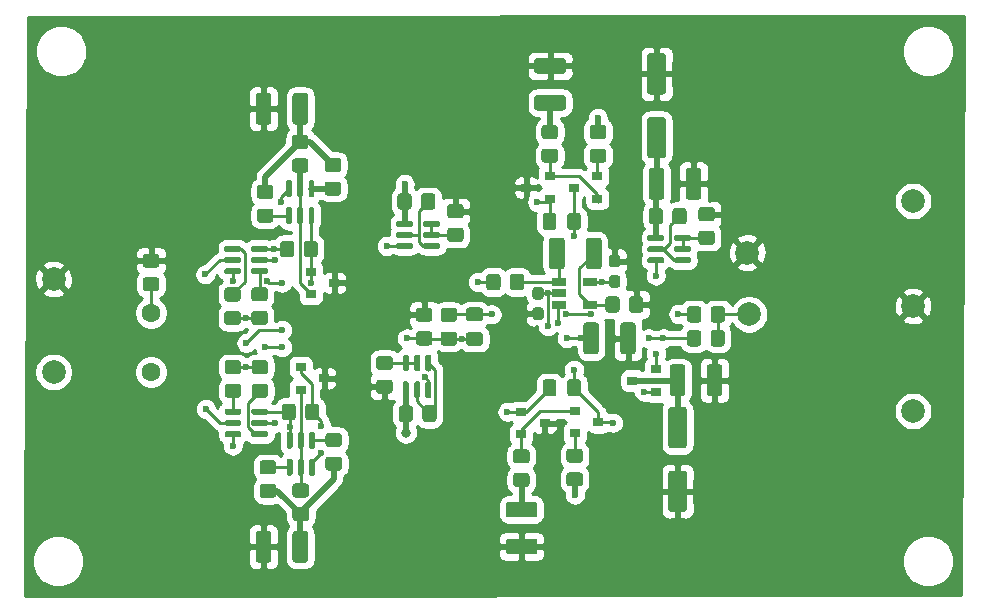
<source format=gbr>
G04 #@! TF.GenerationSoftware,KiCad,Pcbnew,(5.1.10-0-10_14)*
G04 #@! TF.CreationDate,2021-07-28T15:02:55+02:00*
G04 #@! TF.ProjectId,pre-amp-discret,7072652d-616d-4702-9d64-697363726574,rev?*
G04 #@! TF.SameCoordinates,Original*
G04 #@! TF.FileFunction,Copper,L1,Top*
G04 #@! TF.FilePolarity,Positive*
%FSLAX46Y46*%
G04 Gerber Fmt 4.6, Leading zero omitted, Abs format (unit mm)*
G04 Created by KiCad (PCBNEW (5.1.10-0-10_14)) date 2021-07-28 15:02:55*
%MOMM*%
%LPD*%
G01*
G04 APERTURE LIST*
G04 #@! TA.AperFunction,SMDPad,CuDef*
%ADD10R,1.220000X0.650000*%
G04 #@! TD*
G04 #@! TA.AperFunction,SMDPad,CuDef*
%ADD11R,0.900000X0.800000*%
G04 #@! TD*
G04 #@! TA.AperFunction,ComponentPad*
%ADD12C,2.000000*%
G04 #@! TD*
G04 #@! TA.AperFunction,ComponentPad*
%ADD13C,1.600000*%
G04 #@! TD*
G04 #@! TA.AperFunction,ViaPad*
%ADD14C,0.600000*%
G04 #@! TD*
G04 #@! TA.AperFunction,ViaPad*
%ADD15C,0.800000*%
G04 #@! TD*
G04 #@! TA.AperFunction,Conductor*
%ADD16C,0.250000*%
G04 #@! TD*
G04 #@! TA.AperFunction,Conductor*
%ADD17C,0.500000*%
G04 #@! TD*
G04 #@! TA.AperFunction,Conductor*
%ADD18C,0.254000*%
G04 #@! TD*
G04 #@! TA.AperFunction,Conductor*
%ADD19C,0.100000*%
G04 #@! TD*
G04 APERTURE END LIST*
G04 #@! TA.AperFunction,SMDPad,CuDef*
G36*
G01*
X178985000Y-133957000D02*
X177885000Y-133957000D01*
G75*
G02*
X177635000Y-133707000I0J250000D01*
G01*
X177635000Y-130707000D01*
G75*
G02*
X177885000Y-130457000I250000J0D01*
G01*
X178985000Y-130457000D01*
G75*
G02*
X179235000Y-130707000I0J-250000D01*
G01*
X179235000Y-133707000D01*
G75*
G02*
X178985000Y-133957000I-250000J0D01*
G01*
G37*
G04 #@! TD.AperFunction*
G04 #@! TA.AperFunction,SMDPad,CuDef*
G36*
G01*
X178985000Y-139357000D02*
X177885000Y-139357000D01*
G75*
G02*
X177635000Y-139107000I0J250000D01*
G01*
X177635000Y-136107000D01*
G75*
G02*
X177885000Y-135857000I250000J0D01*
G01*
X178985000Y-135857000D01*
G75*
G02*
X179235000Y-136107000I0J-250000D01*
G01*
X179235000Y-139107000D01*
G75*
G02*
X178985000Y-139357000I-250000J0D01*
G01*
G37*
G04 #@! TD.AperFunction*
G04 #@! TA.AperFunction,SMDPad,CuDef*
G36*
G01*
X177207000Y-104015500D02*
X176107000Y-104015500D01*
G75*
G02*
X175857000Y-103765500I0J250000D01*
G01*
X175857000Y-100765500D01*
G75*
G02*
X176107000Y-100515500I250000J0D01*
G01*
X177207000Y-100515500D01*
G75*
G02*
X177457000Y-100765500I0J-250000D01*
G01*
X177457000Y-103765500D01*
G75*
G02*
X177207000Y-104015500I-250000J0D01*
G01*
G37*
G04 #@! TD.AperFunction*
G04 #@! TA.AperFunction,SMDPad,CuDef*
G36*
G01*
X177207000Y-109415500D02*
X176107000Y-109415500D01*
G75*
G02*
X175857000Y-109165500I0J250000D01*
G01*
X175857000Y-106165500D01*
G75*
G02*
X176107000Y-105915500I250000J0D01*
G01*
X177207000Y-105915500D01*
G75*
G02*
X177457000Y-106165500I0J-250000D01*
G01*
X177457000Y-109165500D01*
G75*
G02*
X177207000Y-109415500I-250000J0D01*
G01*
G37*
G04 #@! TD.AperFunction*
G04 #@! TA.AperFunction,SMDPad,CuDef*
G36*
G01*
X144032000Y-141203499D02*
X144032000Y-143403501D01*
G75*
G02*
X143782001Y-143653500I-249999J0D01*
G01*
X142956999Y-143653500D01*
G75*
G02*
X142707000Y-143403501I0J249999D01*
G01*
X142707000Y-141203499D01*
G75*
G02*
X142956999Y-140953500I249999J0D01*
G01*
X143782001Y-140953500D01*
G75*
G02*
X144032000Y-141203499I0J-249999D01*
G01*
G37*
G04 #@! TD.AperFunction*
G04 #@! TA.AperFunction,SMDPad,CuDef*
G36*
G01*
X147157000Y-141203499D02*
X147157000Y-143403501D01*
G75*
G02*
X146907001Y-143653500I-249999J0D01*
G01*
X146081999Y-143653500D01*
G75*
G02*
X145832000Y-143403501I0J249999D01*
G01*
X145832000Y-141203499D01*
G75*
G02*
X146081999Y-140953500I249999J0D01*
G01*
X146907001Y-140953500D01*
G75*
G02*
X147157000Y-141203499I0J-249999D01*
G01*
G37*
G04 #@! TD.AperFunction*
G04 #@! TA.AperFunction,SMDPad,CuDef*
G36*
G01*
X145832000Y-106319501D02*
X145832000Y-104119499D01*
G75*
G02*
X146081999Y-103869500I249999J0D01*
G01*
X146907001Y-103869500D01*
G75*
G02*
X147157000Y-104119499I0J-249999D01*
G01*
X147157000Y-106319501D01*
G75*
G02*
X146907001Y-106569500I-249999J0D01*
G01*
X146081999Y-106569500D01*
G75*
G02*
X145832000Y-106319501I0J249999D01*
G01*
G37*
G04 #@! TD.AperFunction*
G04 #@! TA.AperFunction,SMDPad,CuDef*
G36*
G01*
X142707000Y-106319501D02*
X142707000Y-104119499D01*
G75*
G02*
X142956999Y-103869500I249999J0D01*
G01*
X143782001Y-103869500D01*
G75*
G02*
X144032000Y-104119499I0J-249999D01*
G01*
X144032000Y-106319501D01*
G75*
G02*
X143782001Y-106569500I-249999J0D01*
G01*
X142956999Y-106569500D01*
G75*
G02*
X142707000Y-106319501I0J249999D01*
G01*
G37*
G04 #@! TD.AperFunction*
G04 #@! TA.AperFunction,SMDPad,CuDef*
G36*
G01*
X171778000Y-123550499D02*
X171778000Y-125750501D01*
G75*
G02*
X171528001Y-126000500I-249999J0D01*
G01*
X170702999Y-126000500D01*
G75*
G02*
X170453000Y-125750501I0J249999D01*
G01*
X170453000Y-123550499D01*
G75*
G02*
X170702999Y-123300500I249999J0D01*
G01*
X171528001Y-123300500D01*
G75*
G02*
X171778000Y-123550499I0J-249999D01*
G01*
G37*
G04 #@! TD.AperFunction*
G04 #@! TA.AperFunction,SMDPad,CuDef*
G36*
G01*
X174903000Y-123550499D02*
X174903000Y-125750501D01*
G75*
G02*
X174653001Y-126000500I-249999J0D01*
G01*
X173827999Y-126000500D01*
G75*
G02*
X173578000Y-125750501I0J249999D01*
G01*
X173578000Y-123550499D01*
G75*
G02*
X173827999Y-123300500I249999J0D01*
G01*
X174653001Y-123300500D01*
G75*
G02*
X174903000Y-123550499I0J-249999D01*
G01*
G37*
G04 #@! TD.AperFunction*
G04 #@! TA.AperFunction,SMDPad,CuDef*
G36*
G01*
X170677500Y-118575001D02*
X170677500Y-116374999D01*
G75*
G02*
X170927499Y-116125000I249999J0D01*
G01*
X171752501Y-116125000D01*
G75*
G02*
X172002500Y-116374999I0J-249999D01*
G01*
X172002500Y-118575001D01*
G75*
G02*
X171752501Y-118825000I-249999J0D01*
G01*
X170927499Y-118825000D01*
G75*
G02*
X170677500Y-118575001I0J249999D01*
G01*
G37*
G04 #@! TD.AperFunction*
G04 #@! TA.AperFunction,SMDPad,CuDef*
G36*
G01*
X167552500Y-118575001D02*
X167552500Y-116374999D01*
G75*
G02*
X167802499Y-116125000I249999J0D01*
G01*
X168627501Y-116125000D01*
G75*
G02*
X168877500Y-116374999I0J-249999D01*
G01*
X168877500Y-118575001D01*
G75*
G02*
X168627501Y-118825000I-249999J0D01*
G01*
X167802499Y-118825000D01*
G75*
G02*
X167552500Y-118575001I0J249999D01*
G01*
G37*
G04 #@! TD.AperFunction*
G04 #@! TA.AperFunction,SMDPad,CuDef*
G36*
G01*
X180897500Y-129306501D02*
X180897500Y-127106499D01*
G75*
G02*
X181147499Y-126856500I249999J0D01*
G01*
X181972501Y-126856500D01*
G75*
G02*
X182222500Y-127106499I0J-249999D01*
G01*
X182222500Y-129306501D01*
G75*
G02*
X181972501Y-129556500I-249999J0D01*
G01*
X181147499Y-129556500D01*
G75*
G02*
X180897500Y-129306501I0J249999D01*
G01*
G37*
G04 #@! TD.AperFunction*
G04 #@! TA.AperFunction,SMDPad,CuDef*
G36*
G01*
X177772500Y-129306501D02*
X177772500Y-127106499D01*
G75*
G02*
X178022499Y-126856500I249999J0D01*
G01*
X178847501Y-126856500D01*
G75*
G02*
X179097500Y-127106499I0J-249999D01*
G01*
X179097500Y-129306501D01*
G75*
G02*
X178847501Y-129556500I-249999J0D01*
G01*
X178022499Y-129556500D01*
G75*
G02*
X177772500Y-129306501I0J249999D01*
G01*
G37*
G04 #@! TD.AperFunction*
G04 #@! TA.AperFunction,SMDPad,CuDef*
G36*
G01*
X177319500Y-110469499D02*
X177319500Y-112669501D01*
G75*
G02*
X177069501Y-112919500I-249999J0D01*
G01*
X176244499Y-112919500D01*
G75*
G02*
X175994500Y-112669501I0J249999D01*
G01*
X175994500Y-110469499D01*
G75*
G02*
X176244499Y-110219500I249999J0D01*
G01*
X177069501Y-110219500D01*
G75*
G02*
X177319500Y-110469499I0J-249999D01*
G01*
G37*
G04 #@! TD.AperFunction*
G04 #@! TA.AperFunction,SMDPad,CuDef*
G36*
G01*
X180444500Y-110469499D02*
X180444500Y-112669501D01*
G75*
G02*
X180194501Y-112919500I-249999J0D01*
G01*
X179369499Y-112919500D01*
G75*
G02*
X179119500Y-112669501I0J249999D01*
G01*
X179119500Y-110469499D01*
G75*
G02*
X179369499Y-110219500I249999J0D01*
G01*
X180194501Y-110219500D01*
G75*
G02*
X180444500Y-110469499I0J-249999D01*
G01*
G37*
G04 #@! TD.AperFunction*
G04 #@! TA.AperFunction,SMDPad,CuDef*
G36*
G01*
X166539999Y-104049000D02*
X168740001Y-104049000D01*
G75*
G02*
X168990000Y-104298999I0J-249999D01*
G01*
X168990000Y-105124001D01*
G75*
G02*
X168740001Y-105374000I-249999J0D01*
G01*
X166539999Y-105374000D01*
G75*
G02*
X166290000Y-105124001I0J249999D01*
G01*
X166290000Y-104298999D01*
G75*
G02*
X166539999Y-104049000I249999J0D01*
G01*
G37*
G04 #@! TD.AperFunction*
G04 #@! TA.AperFunction,SMDPad,CuDef*
G36*
G01*
X166539999Y-100924000D02*
X168740001Y-100924000D01*
G75*
G02*
X168990000Y-101173999I0J-249999D01*
G01*
X168990000Y-101999001D01*
G75*
G02*
X168740001Y-102249000I-249999J0D01*
G01*
X166539999Y-102249000D01*
G75*
G02*
X166290000Y-101999001I0J249999D01*
G01*
X166290000Y-101173999D01*
G75*
G02*
X166539999Y-100924000I249999J0D01*
G01*
G37*
G04 #@! TD.AperFunction*
G04 #@! TA.AperFunction,SMDPad,CuDef*
G36*
G01*
X164126999Y-141616000D02*
X166327001Y-141616000D01*
G75*
G02*
X166577000Y-141865999I0J-249999D01*
G01*
X166577000Y-142691001D01*
G75*
G02*
X166327001Y-142941000I-249999J0D01*
G01*
X164126999Y-142941000D01*
G75*
G02*
X163877000Y-142691001I0J249999D01*
G01*
X163877000Y-141865999D01*
G75*
G02*
X164126999Y-141616000I249999J0D01*
G01*
G37*
G04 #@! TD.AperFunction*
G04 #@! TA.AperFunction,SMDPad,CuDef*
G36*
G01*
X164126999Y-138491000D02*
X166327001Y-138491000D01*
G75*
G02*
X166577000Y-138740999I0J-249999D01*
G01*
X166577000Y-139566001D01*
G75*
G02*
X166327001Y-139816000I-249999J0D01*
G01*
X164126999Y-139816000D01*
G75*
G02*
X163877000Y-139566001I0J249999D01*
G01*
X163877000Y-138740999D01*
G75*
G02*
X164126999Y-138491000I249999J0D01*
G01*
G37*
G04 #@! TD.AperFunction*
D10*
X171022000Y-119893000D03*
X171022000Y-121793000D03*
X168402000Y-121793000D03*
X168402000Y-120843000D03*
X168402000Y-119893000D03*
G04 #@! TA.AperFunction,SMDPad,CuDef*
G36*
G01*
X163446000Y-119437999D02*
X163446000Y-120338001D01*
G75*
G02*
X163196001Y-120588000I-249999J0D01*
G01*
X162495999Y-120588000D01*
G75*
G02*
X162246000Y-120338001I0J249999D01*
G01*
X162246000Y-119437999D01*
G75*
G02*
X162495999Y-119188000I249999J0D01*
G01*
X163196001Y-119188000D01*
G75*
G02*
X163446000Y-119437999I0J-249999D01*
G01*
G37*
G04 #@! TD.AperFunction*
G04 #@! TA.AperFunction,SMDPad,CuDef*
G36*
G01*
X165446000Y-119437999D02*
X165446000Y-120338001D01*
G75*
G02*
X165196001Y-120588000I-249999J0D01*
G01*
X164495999Y-120588000D01*
G75*
G02*
X164246000Y-120338001I0J249999D01*
G01*
X164246000Y-119437999D01*
G75*
G02*
X164495999Y-119188000I249999J0D01*
G01*
X165196001Y-119188000D01*
G75*
G02*
X165446000Y-119437999I0J-249999D01*
G01*
G37*
G04 #@! TD.AperFunction*
G04 #@! TA.AperFunction,SMDPad,CuDef*
G36*
G01*
X180432000Y-124200499D02*
X180432000Y-125100501D01*
G75*
G02*
X180182001Y-125350500I-249999J0D01*
G01*
X179481999Y-125350500D01*
G75*
G02*
X179232000Y-125100501I0J249999D01*
G01*
X179232000Y-124200499D01*
G75*
G02*
X179481999Y-123950500I249999J0D01*
G01*
X180182001Y-123950500D01*
G75*
G02*
X180432000Y-124200499I0J-249999D01*
G01*
G37*
G04 #@! TD.AperFunction*
G04 #@! TA.AperFunction,SMDPad,CuDef*
G36*
G01*
X182432000Y-124200499D02*
X182432000Y-125100501D01*
G75*
G02*
X182182001Y-125350500I-249999J0D01*
G01*
X181481999Y-125350500D01*
G75*
G02*
X181232000Y-125100501I0J249999D01*
G01*
X181232000Y-124200499D01*
G75*
G02*
X181481999Y-123950500I249999J0D01*
G01*
X182182001Y-123950500D01*
G75*
G02*
X182432000Y-124200499I0J-249999D01*
G01*
G37*
G04 #@! TD.AperFunction*
G04 #@! TA.AperFunction,SMDPad,CuDef*
G36*
G01*
X174326500Y-122243001D02*
X174326500Y-121342999D01*
G75*
G02*
X174576499Y-121093000I249999J0D01*
G01*
X175276501Y-121093000D01*
G75*
G02*
X175526500Y-121342999I0J-249999D01*
G01*
X175526500Y-122243001D01*
G75*
G02*
X175276501Y-122493000I-249999J0D01*
G01*
X174576499Y-122493000D01*
G75*
G02*
X174326500Y-122243001I0J249999D01*
G01*
G37*
G04 #@! TD.AperFunction*
G04 #@! TA.AperFunction,SMDPad,CuDef*
G36*
G01*
X172326500Y-122243001D02*
X172326500Y-121342999D01*
G75*
G02*
X172576499Y-121093000I249999J0D01*
G01*
X173276501Y-121093000D01*
G75*
G02*
X173526500Y-121342999I0J-249999D01*
G01*
X173526500Y-122243001D01*
G75*
G02*
X173276501Y-122493000I-249999J0D01*
G01*
X172576499Y-122493000D01*
G75*
G02*
X172326500Y-122243001I0J249999D01*
G01*
G37*
G04 #@! TD.AperFunction*
G04 #@! TA.AperFunction,SMDPad,CuDef*
G36*
G01*
X166861500Y-121378000D02*
X166386500Y-121378000D01*
G75*
G02*
X166149000Y-121140500I0J237500D01*
G01*
X166149000Y-120540500D01*
G75*
G02*
X166386500Y-120303000I237500J0D01*
G01*
X166861500Y-120303000D01*
G75*
G02*
X167099000Y-120540500I0J-237500D01*
G01*
X167099000Y-121140500D01*
G75*
G02*
X166861500Y-121378000I-237500J0D01*
G01*
G37*
G04 #@! TD.AperFunction*
G04 #@! TA.AperFunction,SMDPad,CuDef*
G36*
G01*
X166861500Y-123103000D02*
X166386500Y-123103000D01*
G75*
G02*
X166149000Y-122865500I0J237500D01*
G01*
X166149000Y-122265500D01*
G75*
G02*
X166386500Y-122028000I237500J0D01*
G01*
X166861500Y-122028000D01*
G75*
G02*
X167099000Y-122265500I0J-237500D01*
G01*
X167099000Y-122865500D01*
G75*
G02*
X166861500Y-123103000I-237500J0D01*
G01*
G37*
G04 #@! TD.AperFunction*
G04 #@! TA.AperFunction,SMDPad,CuDef*
G36*
G01*
X172863500Y-119297500D02*
X173338500Y-119297500D01*
G75*
G02*
X173576000Y-119535000I0J-237500D01*
G01*
X173576000Y-120135000D01*
G75*
G02*
X173338500Y-120372500I-237500J0D01*
G01*
X172863500Y-120372500D01*
G75*
G02*
X172626000Y-120135000I0J237500D01*
G01*
X172626000Y-119535000D01*
G75*
G02*
X172863500Y-119297500I237500J0D01*
G01*
G37*
G04 #@! TD.AperFunction*
G04 #@! TA.AperFunction,SMDPad,CuDef*
G36*
G01*
X172863500Y-117572500D02*
X173338500Y-117572500D01*
G75*
G02*
X173576000Y-117810000I0J-237500D01*
G01*
X173576000Y-118410000D01*
G75*
G02*
X173338500Y-118647500I-237500J0D01*
G01*
X172863500Y-118647500D01*
G75*
G02*
X172626000Y-118410000I0J237500D01*
G01*
X172626000Y-117810000D01*
G75*
G02*
X172863500Y-117572500I237500J0D01*
G01*
G37*
G04 #@! TD.AperFunction*
G04 #@! TA.AperFunction,SMDPad,CuDef*
G36*
G01*
X145710100Y-133999000D02*
X145460100Y-133999000D01*
G75*
G02*
X145335100Y-133874000I0J125000D01*
G01*
X145335100Y-132699000D01*
G75*
G02*
X145460100Y-132574000I125000J0D01*
G01*
X145710100Y-132574000D01*
G75*
G02*
X145835100Y-132699000I0J-125000D01*
G01*
X145835100Y-133874000D01*
G75*
G02*
X145710100Y-133999000I-125000J0D01*
G01*
G37*
G04 #@! TD.AperFunction*
G04 #@! TA.AperFunction,SMDPad,CuDef*
G36*
G01*
X146660100Y-133999000D02*
X146410100Y-133999000D01*
G75*
G02*
X146285100Y-133874000I0J125000D01*
G01*
X146285100Y-132699000D01*
G75*
G02*
X146410100Y-132574000I125000J0D01*
G01*
X146660100Y-132574000D01*
G75*
G02*
X146785100Y-132699000I0J-125000D01*
G01*
X146785100Y-133874000D01*
G75*
G02*
X146660100Y-133999000I-125000J0D01*
G01*
G37*
G04 #@! TD.AperFunction*
G04 #@! TA.AperFunction,SMDPad,CuDef*
G36*
G01*
X147610100Y-133999000D02*
X147360100Y-133999000D01*
G75*
G02*
X147235100Y-133874000I0J125000D01*
G01*
X147235100Y-132699000D01*
G75*
G02*
X147360100Y-132574000I125000J0D01*
G01*
X147610100Y-132574000D01*
G75*
G02*
X147735100Y-132699000I0J-125000D01*
G01*
X147735100Y-133874000D01*
G75*
G02*
X147610100Y-133999000I-125000J0D01*
G01*
G37*
G04 #@! TD.AperFunction*
G04 #@! TA.AperFunction,SMDPad,CuDef*
G36*
G01*
X147610100Y-136274000D02*
X147360100Y-136274000D01*
G75*
G02*
X147235100Y-136149000I0J125000D01*
G01*
X147235100Y-134974000D01*
G75*
G02*
X147360100Y-134849000I125000J0D01*
G01*
X147610100Y-134849000D01*
G75*
G02*
X147735100Y-134974000I0J-125000D01*
G01*
X147735100Y-136149000D01*
G75*
G02*
X147610100Y-136274000I-125000J0D01*
G01*
G37*
G04 #@! TD.AperFunction*
G04 #@! TA.AperFunction,SMDPad,CuDef*
G36*
G01*
X146660100Y-136274000D02*
X146410100Y-136274000D01*
G75*
G02*
X146285100Y-136149000I0J125000D01*
G01*
X146285100Y-134974000D01*
G75*
G02*
X146410100Y-134849000I125000J0D01*
G01*
X146660100Y-134849000D01*
G75*
G02*
X146785100Y-134974000I0J-125000D01*
G01*
X146785100Y-136149000D01*
G75*
G02*
X146660100Y-136274000I-125000J0D01*
G01*
G37*
G04 #@! TD.AperFunction*
G04 #@! TA.AperFunction,SMDPad,CuDef*
G36*
G01*
X145710100Y-136274000D02*
X145460100Y-136274000D01*
G75*
G02*
X145335100Y-136149000I0J125000D01*
G01*
X145335100Y-134974000D01*
G75*
G02*
X145460100Y-134849000I125000J0D01*
G01*
X145710100Y-134849000D01*
G75*
G02*
X145835100Y-134974000I0J-125000D01*
G01*
X145835100Y-136149000D01*
G75*
G02*
X145710100Y-136274000I-125000J0D01*
G01*
G37*
G04 #@! TD.AperFunction*
G04 #@! TA.AperFunction,SMDPad,CuDef*
G36*
G01*
X142353000Y-130998500D02*
X142353000Y-130748500D01*
G75*
G02*
X142478000Y-130623500I125000J0D01*
G01*
X143653000Y-130623500D01*
G75*
G02*
X143778000Y-130748500I0J-125000D01*
G01*
X143778000Y-130998500D01*
G75*
G02*
X143653000Y-131123500I-125000J0D01*
G01*
X142478000Y-131123500D01*
G75*
G02*
X142353000Y-130998500I0J125000D01*
G01*
G37*
G04 #@! TD.AperFunction*
G04 #@! TA.AperFunction,SMDPad,CuDef*
G36*
G01*
X142353000Y-131948500D02*
X142353000Y-131698500D01*
G75*
G02*
X142478000Y-131573500I125000J0D01*
G01*
X143653000Y-131573500D01*
G75*
G02*
X143778000Y-131698500I0J-125000D01*
G01*
X143778000Y-131948500D01*
G75*
G02*
X143653000Y-132073500I-125000J0D01*
G01*
X142478000Y-132073500D01*
G75*
G02*
X142353000Y-131948500I0J125000D01*
G01*
G37*
G04 #@! TD.AperFunction*
G04 #@! TA.AperFunction,SMDPad,CuDef*
G36*
G01*
X142353000Y-132898500D02*
X142353000Y-132648500D01*
G75*
G02*
X142478000Y-132523500I125000J0D01*
G01*
X143653000Y-132523500D01*
G75*
G02*
X143778000Y-132648500I0J-125000D01*
G01*
X143778000Y-132898500D01*
G75*
G02*
X143653000Y-133023500I-125000J0D01*
G01*
X142478000Y-133023500D01*
G75*
G02*
X142353000Y-132898500I0J125000D01*
G01*
G37*
G04 #@! TD.AperFunction*
G04 #@! TA.AperFunction,SMDPad,CuDef*
G36*
G01*
X140078000Y-132898500D02*
X140078000Y-132648500D01*
G75*
G02*
X140203000Y-132523500I125000J0D01*
G01*
X141378000Y-132523500D01*
G75*
G02*
X141503000Y-132648500I0J-125000D01*
G01*
X141503000Y-132898500D01*
G75*
G02*
X141378000Y-133023500I-125000J0D01*
G01*
X140203000Y-133023500D01*
G75*
G02*
X140078000Y-132898500I0J125000D01*
G01*
G37*
G04 #@! TD.AperFunction*
G04 #@! TA.AperFunction,SMDPad,CuDef*
G36*
G01*
X140078000Y-131948500D02*
X140078000Y-131698500D01*
G75*
G02*
X140203000Y-131573500I125000J0D01*
G01*
X141378000Y-131573500D01*
G75*
G02*
X141503000Y-131698500I0J-125000D01*
G01*
X141503000Y-131948500D01*
G75*
G02*
X141378000Y-132073500I-125000J0D01*
G01*
X140203000Y-132073500D01*
G75*
G02*
X140078000Y-131948500I0J125000D01*
G01*
G37*
G04 #@! TD.AperFunction*
G04 #@! TA.AperFunction,SMDPad,CuDef*
G36*
G01*
X140078000Y-130998500D02*
X140078000Y-130748500D01*
G75*
G02*
X140203000Y-130623500I125000J0D01*
G01*
X141378000Y-130623500D01*
G75*
G02*
X141503000Y-130748500I0J-125000D01*
G01*
X141503000Y-130998500D01*
G75*
G02*
X141378000Y-131123500I-125000J0D01*
G01*
X140203000Y-131123500D01*
G75*
G02*
X140078000Y-130998500I0J125000D01*
G01*
G37*
G04 #@! TD.AperFunction*
G04 #@! TA.AperFunction,SMDPad,CuDef*
G36*
G01*
X177306000Y-117931700D02*
X177306000Y-118181700D01*
G75*
G02*
X177181000Y-118306700I-125000J0D01*
G01*
X176006000Y-118306700D01*
G75*
G02*
X175881000Y-118181700I0J125000D01*
G01*
X175881000Y-117931700D01*
G75*
G02*
X176006000Y-117806700I125000J0D01*
G01*
X177181000Y-117806700D01*
G75*
G02*
X177306000Y-117931700I0J-125000D01*
G01*
G37*
G04 #@! TD.AperFunction*
G04 #@! TA.AperFunction,SMDPad,CuDef*
G36*
G01*
X177306000Y-116981700D02*
X177306000Y-117231700D01*
G75*
G02*
X177181000Y-117356700I-125000J0D01*
G01*
X176006000Y-117356700D01*
G75*
G02*
X175881000Y-117231700I0J125000D01*
G01*
X175881000Y-116981700D01*
G75*
G02*
X176006000Y-116856700I125000J0D01*
G01*
X177181000Y-116856700D01*
G75*
G02*
X177306000Y-116981700I0J-125000D01*
G01*
G37*
G04 #@! TD.AperFunction*
G04 #@! TA.AperFunction,SMDPad,CuDef*
G36*
G01*
X177306000Y-116031700D02*
X177306000Y-116281700D01*
G75*
G02*
X177181000Y-116406700I-125000J0D01*
G01*
X176006000Y-116406700D01*
G75*
G02*
X175881000Y-116281700I0J125000D01*
G01*
X175881000Y-116031700D01*
G75*
G02*
X176006000Y-115906700I125000J0D01*
G01*
X177181000Y-115906700D01*
G75*
G02*
X177306000Y-116031700I0J-125000D01*
G01*
G37*
G04 #@! TD.AperFunction*
G04 #@! TA.AperFunction,SMDPad,CuDef*
G36*
G01*
X179581000Y-116031700D02*
X179581000Y-116281700D01*
G75*
G02*
X179456000Y-116406700I-125000J0D01*
G01*
X178281000Y-116406700D01*
G75*
G02*
X178156000Y-116281700I0J125000D01*
G01*
X178156000Y-116031700D01*
G75*
G02*
X178281000Y-115906700I125000J0D01*
G01*
X179456000Y-115906700D01*
G75*
G02*
X179581000Y-116031700I0J-125000D01*
G01*
G37*
G04 #@! TD.AperFunction*
G04 #@! TA.AperFunction,SMDPad,CuDef*
G36*
G01*
X179581000Y-116981700D02*
X179581000Y-117231700D01*
G75*
G02*
X179456000Y-117356700I-125000J0D01*
G01*
X178281000Y-117356700D01*
G75*
G02*
X178156000Y-117231700I0J125000D01*
G01*
X178156000Y-116981700D01*
G75*
G02*
X178281000Y-116856700I125000J0D01*
G01*
X179456000Y-116856700D01*
G75*
G02*
X179581000Y-116981700I0J-125000D01*
G01*
G37*
G04 #@! TD.AperFunction*
G04 #@! TA.AperFunction,SMDPad,CuDef*
G36*
G01*
X179581000Y-117931700D02*
X179581000Y-118181700D01*
G75*
G02*
X179456000Y-118306700I-125000J0D01*
G01*
X178281000Y-118306700D01*
G75*
G02*
X178156000Y-118181700I0J125000D01*
G01*
X178156000Y-117931700D01*
G75*
G02*
X178281000Y-117806700I125000J0D01*
G01*
X179456000Y-117806700D01*
G75*
G02*
X179581000Y-117931700I0J-125000D01*
G01*
G37*
G04 #@! TD.AperFunction*
G04 #@! TA.AperFunction,SMDPad,CuDef*
G36*
G01*
X156033500Y-116722700D02*
X156033500Y-116972700D01*
G75*
G02*
X155908500Y-117097700I-125000J0D01*
G01*
X154733500Y-117097700D01*
G75*
G02*
X154608500Y-116972700I0J125000D01*
G01*
X154608500Y-116722700D01*
G75*
G02*
X154733500Y-116597700I125000J0D01*
G01*
X155908500Y-116597700D01*
G75*
G02*
X156033500Y-116722700I0J-125000D01*
G01*
G37*
G04 #@! TD.AperFunction*
G04 #@! TA.AperFunction,SMDPad,CuDef*
G36*
G01*
X156033500Y-115772700D02*
X156033500Y-116022700D01*
G75*
G02*
X155908500Y-116147700I-125000J0D01*
G01*
X154733500Y-116147700D01*
G75*
G02*
X154608500Y-116022700I0J125000D01*
G01*
X154608500Y-115772700D01*
G75*
G02*
X154733500Y-115647700I125000J0D01*
G01*
X155908500Y-115647700D01*
G75*
G02*
X156033500Y-115772700I0J-125000D01*
G01*
G37*
G04 #@! TD.AperFunction*
G04 #@! TA.AperFunction,SMDPad,CuDef*
G36*
G01*
X156033500Y-114822700D02*
X156033500Y-115072700D01*
G75*
G02*
X155908500Y-115197700I-125000J0D01*
G01*
X154733500Y-115197700D01*
G75*
G02*
X154608500Y-115072700I0J125000D01*
G01*
X154608500Y-114822700D01*
G75*
G02*
X154733500Y-114697700I125000J0D01*
G01*
X155908500Y-114697700D01*
G75*
G02*
X156033500Y-114822700I0J-125000D01*
G01*
G37*
G04 #@! TD.AperFunction*
G04 #@! TA.AperFunction,SMDPad,CuDef*
G36*
G01*
X158308500Y-114822700D02*
X158308500Y-115072700D01*
G75*
G02*
X158183500Y-115197700I-125000J0D01*
G01*
X157008500Y-115197700D01*
G75*
G02*
X156883500Y-115072700I0J125000D01*
G01*
X156883500Y-114822700D01*
G75*
G02*
X157008500Y-114697700I125000J0D01*
G01*
X158183500Y-114697700D01*
G75*
G02*
X158308500Y-114822700I0J-125000D01*
G01*
G37*
G04 #@! TD.AperFunction*
G04 #@! TA.AperFunction,SMDPad,CuDef*
G36*
G01*
X158308500Y-115772700D02*
X158308500Y-116022700D01*
G75*
G02*
X158183500Y-116147700I-125000J0D01*
G01*
X157008500Y-116147700D01*
G75*
G02*
X156883500Y-116022700I0J125000D01*
G01*
X156883500Y-115772700D01*
G75*
G02*
X157008500Y-115647700I125000J0D01*
G01*
X158183500Y-115647700D01*
G75*
G02*
X158308500Y-115772700I0J-125000D01*
G01*
G37*
G04 #@! TD.AperFunction*
G04 #@! TA.AperFunction,SMDPad,CuDef*
G36*
G01*
X158308500Y-116722700D02*
X158308500Y-116972700D01*
G75*
G02*
X158183500Y-117097700I-125000J0D01*
G01*
X157008500Y-117097700D01*
G75*
G02*
X156883500Y-116972700I0J125000D01*
G01*
X156883500Y-116722700D01*
G75*
G02*
X157008500Y-116597700I125000J0D01*
G01*
X158183500Y-116597700D01*
G75*
G02*
X158308500Y-116722700I0J-125000D01*
G01*
G37*
G04 #@! TD.AperFunction*
G04 #@! TA.AperFunction,SMDPad,CuDef*
G36*
G01*
X142329300Y-117198600D02*
X142329300Y-116948600D01*
G75*
G02*
X142454300Y-116823600I125000J0D01*
G01*
X143629300Y-116823600D01*
G75*
G02*
X143754300Y-116948600I0J-125000D01*
G01*
X143754300Y-117198600D01*
G75*
G02*
X143629300Y-117323600I-125000J0D01*
G01*
X142454300Y-117323600D01*
G75*
G02*
X142329300Y-117198600I0J125000D01*
G01*
G37*
G04 #@! TD.AperFunction*
G04 #@! TA.AperFunction,SMDPad,CuDef*
G36*
G01*
X142329300Y-118148600D02*
X142329300Y-117898600D01*
G75*
G02*
X142454300Y-117773600I125000J0D01*
G01*
X143629300Y-117773600D01*
G75*
G02*
X143754300Y-117898600I0J-125000D01*
G01*
X143754300Y-118148600D01*
G75*
G02*
X143629300Y-118273600I-125000J0D01*
G01*
X142454300Y-118273600D01*
G75*
G02*
X142329300Y-118148600I0J125000D01*
G01*
G37*
G04 #@! TD.AperFunction*
G04 #@! TA.AperFunction,SMDPad,CuDef*
G36*
G01*
X142329300Y-119098600D02*
X142329300Y-118848600D01*
G75*
G02*
X142454300Y-118723600I125000J0D01*
G01*
X143629300Y-118723600D01*
G75*
G02*
X143754300Y-118848600I0J-125000D01*
G01*
X143754300Y-119098600D01*
G75*
G02*
X143629300Y-119223600I-125000J0D01*
G01*
X142454300Y-119223600D01*
G75*
G02*
X142329300Y-119098600I0J125000D01*
G01*
G37*
G04 #@! TD.AperFunction*
G04 #@! TA.AperFunction,SMDPad,CuDef*
G36*
G01*
X140054300Y-119098600D02*
X140054300Y-118848600D01*
G75*
G02*
X140179300Y-118723600I125000J0D01*
G01*
X141354300Y-118723600D01*
G75*
G02*
X141479300Y-118848600I0J-125000D01*
G01*
X141479300Y-119098600D01*
G75*
G02*
X141354300Y-119223600I-125000J0D01*
G01*
X140179300Y-119223600D01*
G75*
G02*
X140054300Y-119098600I0J125000D01*
G01*
G37*
G04 #@! TD.AperFunction*
G04 #@! TA.AperFunction,SMDPad,CuDef*
G36*
G01*
X140054300Y-118148600D02*
X140054300Y-117898600D01*
G75*
G02*
X140179300Y-117773600I125000J0D01*
G01*
X141354300Y-117773600D01*
G75*
G02*
X141479300Y-117898600I0J-125000D01*
G01*
X141479300Y-118148600D01*
G75*
G02*
X141354300Y-118273600I-125000J0D01*
G01*
X140179300Y-118273600D01*
G75*
G02*
X140054300Y-118148600I0J125000D01*
G01*
G37*
G04 #@! TD.AperFunction*
G04 #@! TA.AperFunction,SMDPad,CuDef*
G36*
G01*
X140054300Y-117198600D02*
X140054300Y-116948600D01*
G75*
G02*
X140179300Y-116823600I125000J0D01*
G01*
X141354300Y-116823600D01*
G75*
G02*
X141479300Y-116948600I0J-125000D01*
G01*
X141479300Y-117198600D01*
G75*
G02*
X141354300Y-117323600I-125000J0D01*
G01*
X140179300Y-117323600D01*
G75*
G02*
X140054300Y-117198600I0J125000D01*
G01*
G37*
G04 #@! TD.AperFunction*
G04 #@! TA.AperFunction,SMDPad,CuDef*
G36*
G01*
X145667000Y-112699400D02*
X145417000Y-112699400D01*
G75*
G02*
X145292000Y-112574400I0J125000D01*
G01*
X145292000Y-111399400D01*
G75*
G02*
X145417000Y-111274400I125000J0D01*
G01*
X145667000Y-111274400D01*
G75*
G02*
X145792000Y-111399400I0J-125000D01*
G01*
X145792000Y-112574400D01*
G75*
G02*
X145667000Y-112699400I-125000J0D01*
G01*
G37*
G04 #@! TD.AperFunction*
G04 #@! TA.AperFunction,SMDPad,CuDef*
G36*
G01*
X146617000Y-112699400D02*
X146367000Y-112699400D01*
G75*
G02*
X146242000Y-112574400I0J125000D01*
G01*
X146242000Y-111399400D01*
G75*
G02*
X146367000Y-111274400I125000J0D01*
G01*
X146617000Y-111274400D01*
G75*
G02*
X146742000Y-111399400I0J-125000D01*
G01*
X146742000Y-112574400D01*
G75*
G02*
X146617000Y-112699400I-125000J0D01*
G01*
G37*
G04 #@! TD.AperFunction*
G04 #@! TA.AperFunction,SMDPad,CuDef*
G36*
G01*
X147567000Y-112699400D02*
X147317000Y-112699400D01*
G75*
G02*
X147192000Y-112574400I0J125000D01*
G01*
X147192000Y-111399400D01*
G75*
G02*
X147317000Y-111274400I125000J0D01*
G01*
X147567000Y-111274400D01*
G75*
G02*
X147692000Y-111399400I0J-125000D01*
G01*
X147692000Y-112574400D01*
G75*
G02*
X147567000Y-112699400I-125000J0D01*
G01*
G37*
G04 #@! TD.AperFunction*
G04 #@! TA.AperFunction,SMDPad,CuDef*
G36*
G01*
X147567000Y-114974400D02*
X147317000Y-114974400D01*
G75*
G02*
X147192000Y-114849400I0J125000D01*
G01*
X147192000Y-113674400D01*
G75*
G02*
X147317000Y-113549400I125000J0D01*
G01*
X147567000Y-113549400D01*
G75*
G02*
X147692000Y-113674400I0J-125000D01*
G01*
X147692000Y-114849400D01*
G75*
G02*
X147567000Y-114974400I-125000J0D01*
G01*
G37*
G04 #@! TD.AperFunction*
G04 #@! TA.AperFunction,SMDPad,CuDef*
G36*
G01*
X146617000Y-114974400D02*
X146367000Y-114974400D01*
G75*
G02*
X146242000Y-114849400I0J125000D01*
G01*
X146242000Y-113674400D01*
G75*
G02*
X146367000Y-113549400I125000J0D01*
G01*
X146617000Y-113549400D01*
G75*
G02*
X146742000Y-113674400I0J-125000D01*
G01*
X146742000Y-114849400D01*
G75*
G02*
X146617000Y-114974400I-125000J0D01*
G01*
G37*
G04 #@! TD.AperFunction*
G04 #@! TA.AperFunction,SMDPad,CuDef*
G36*
G01*
X145667000Y-114974400D02*
X145417000Y-114974400D01*
G75*
G02*
X145292000Y-114849400I0J125000D01*
G01*
X145292000Y-113674400D01*
G75*
G02*
X145417000Y-113549400I125000J0D01*
G01*
X145667000Y-113549400D01*
G75*
G02*
X145792000Y-113674400I0J-125000D01*
G01*
X145792000Y-114849400D01*
G75*
G02*
X145667000Y-114974400I-125000J0D01*
G01*
G37*
G04 #@! TD.AperFunction*
G04 #@! TA.AperFunction,SMDPad,CuDef*
G36*
G01*
X157215300Y-128303800D02*
X157465300Y-128303800D01*
G75*
G02*
X157590300Y-128428800I0J-125000D01*
G01*
X157590300Y-129603800D01*
G75*
G02*
X157465300Y-129728800I-125000J0D01*
G01*
X157215300Y-129728800D01*
G75*
G02*
X157090300Y-129603800I0J125000D01*
G01*
X157090300Y-128428800D01*
G75*
G02*
X157215300Y-128303800I125000J0D01*
G01*
G37*
G04 #@! TD.AperFunction*
G04 #@! TA.AperFunction,SMDPad,CuDef*
G36*
G01*
X156265300Y-128303800D02*
X156515300Y-128303800D01*
G75*
G02*
X156640300Y-128428800I0J-125000D01*
G01*
X156640300Y-129603800D01*
G75*
G02*
X156515300Y-129728800I-125000J0D01*
G01*
X156265300Y-129728800D01*
G75*
G02*
X156140300Y-129603800I0J125000D01*
G01*
X156140300Y-128428800D01*
G75*
G02*
X156265300Y-128303800I125000J0D01*
G01*
G37*
G04 #@! TD.AperFunction*
G04 #@! TA.AperFunction,SMDPad,CuDef*
G36*
G01*
X155315300Y-128303800D02*
X155565300Y-128303800D01*
G75*
G02*
X155690300Y-128428800I0J-125000D01*
G01*
X155690300Y-129603800D01*
G75*
G02*
X155565300Y-129728800I-125000J0D01*
G01*
X155315300Y-129728800D01*
G75*
G02*
X155190300Y-129603800I0J125000D01*
G01*
X155190300Y-128428800D01*
G75*
G02*
X155315300Y-128303800I125000J0D01*
G01*
G37*
G04 #@! TD.AperFunction*
G04 #@! TA.AperFunction,SMDPad,CuDef*
G36*
G01*
X155315300Y-126028800D02*
X155565300Y-126028800D01*
G75*
G02*
X155690300Y-126153800I0J-125000D01*
G01*
X155690300Y-127328800D01*
G75*
G02*
X155565300Y-127453800I-125000J0D01*
G01*
X155315300Y-127453800D01*
G75*
G02*
X155190300Y-127328800I0J125000D01*
G01*
X155190300Y-126153800D01*
G75*
G02*
X155315300Y-126028800I125000J0D01*
G01*
G37*
G04 #@! TD.AperFunction*
G04 #@! TA.AperFunction,SMDPad,CuDef*
G36*
G01*
X156265300Y-126028800D02*
X156515300Y-126028800D01*
G75*
G02*
X156640300Y-126153800I0J-125000D01*
G01*
X156640300Y-127328800D01*
G75*
G02*
X156515300Y-127453800I-125000J0D01*
G01*
X156265300Y-127453800D01*
G75*
G02*
X156140300Y-127328800I0J125000D01*
G01*
X156140300Y-126153800D01*
G75*
G02*
X156265300Y-126028800I125000J0D01*
G01*
G37*
G04 #@! TD.AperFunction*
G04 #@! TA.AperFunction,SMDPad,CuDef*
G36*
G01*
X157215300Y-126028800D02*
X157465300Y-126028800D01*
G75*
G02*
X157590300Y-126153800I0J-125000D01*
G01*
X157590300Y-127328800D01*
G75*
G02*
X157465300Y-127453800I-125000J0D01*
G01*
X157215300Y-127453800D01*
G75*
G02*
X157090300Y-127328800I0J125000D01*
G01*
X157090300Y-126153800D01*
G75*
G02*
X157215300Y-126028800I125000J0D01*
G01*
G37*
G04 #@! TD.AperFunction*
G04 #@! TA.AperFunction,SMDPad,CuDef*
G36*
G01*
X146082599Y-138941000D02*
X146982601Y-138941000D01*
G75*
G02*
X147232600Y-139190999I0J-249999D01*
G01*
X147232600Y-139891001D01*
G75*
G02*
X146982601Y-140141000I-249999J0D01*
G01*
X146082599Y-140141000D01*
G75*
G02*
X145832600Y-139891001I0J249999D01*
G01*
X145832600Y-139190999D01*
G75*
G02*
X146082599Y-138941000I249999J0D01*
G01*
G37*
G04 #@! TD.AperFunction*
G04 #@! TA.AperFunction,SMDPad,CuDef*
G36*
G01*
X146082599Y-136941000D02*
X146982601Y-136941000D01*
G75*
G02*
X147232600Y-137190999I0J-249999D01*
G01*
X147232600Y-137891001D01*
G75*
G02*
X146982601Y-138141000I-249999J0D01*
G01*
X146082599Y-138141000D01*
G75*
G02*
X145832600Y-137891001I0J249999D01*
G01*
X145832600Y-137190999D01*
G75*
G02*
X146082599Y-136941000I249999J0D01*
G01*
G37*
G04 #@! TD.AperFunction*
G04 #@! TA.AperFunction,SMDPad,CuDef*
G36*
G01*
X146110500Y-130436199D02*
X146110500Y-131336201D01*
G75*
G02*
X145860501Y-131586200I-249999J0D01*
G01*
X145160499Y-131586200D01*
G75*
G02*
X144910500Y-131336201I0J249999D01*
G01*
X144910500Y-130436199D01*
G75*
G02*
X145160499Y-130186200I249999J0D01*
G01*
X145860501Y-130186200D01*
G75*
G02*
X146110500Y-130436199I0J-249999D01*
G01*
G37*
G04 #@! TD.AperFunction*
G04 #@! TA.AperFunction,SMDPad,CuDef*
G36*
G01*
X148110500Y-130436199D02*
X148110500Y-131336201D01*
G75*
G02*
X147860501Y-131586200I-249999J0D01*
G01*
X147160499Y-131586200D01*
G75*
G02*
X146910500Y-131336201I0J249999D01*
G01*
X146910500Y-130436199D01*
G75*
G02*
X147160499Y-130186200I249999J0D01*
G01*
X147860501Y-130186200D01*
G75*
G02*
X148110500Y-130436199I0J-249999D01*
G01*
G37*
G04 #@! TD.AperFunction*
G04 #@! TA.AperFunction,SMDPad,CuDef*
G36*
G01*
X145983500Y-116656699D02*
X145983500Y-117556701D01*
G75*
G02*
X145733501Y-117806700I-249999J0D01*
G01*
X145033499Y-117806700D01*
G75*
G02*
X144783500Y-117556701I0J249999D01*
G01*
X144783500Y-116656699D01*
G75*
G02*
X145033499Y-116406700I249999J0D01*
G01*
X145733501Y-116406700D01*
G75*
G02*
X145983500Y-116656699I0J-249999D01*
G01*
G37*
G04 #@! TD.AperFunction*
G04 #@! TA.AperFunction,SMDPad,CuDef*
G36*
G01*
X147983500Y-116656699D02*
X147983500Y-117556701D01*
G75*
G02*
X147733501Y-117806700I-249999J0D01*
G01*
X147033499Y-117806700D01*
G75*
G02*
X146783500Y-117556701I0J249999D01*
G01*
X146783500Y-116656699D01*
G75*
G02*
X147033499Y-116406700I249999J0D01*
G01*
X147733501Y-116406700D01*
G75*
G02*
X147983500Y-116656699I0J-249999D01*
G01*
G37*
G04 #@! TD.AperFunction*
G04 #@! TA.AperFunction,SMDPad,CuDef*
G36*
G01*
X146031799Y-109420100D02*
X146931801Y-109420100D01*
G75*
G02*
X147181800Y-109670099I0J-249999D01*
G01*
X147181800Y-110370101D01*
G75*
G02*
X146931801Y-110620100I-249999J0D01*
G01*
X146031799Y-110620100D01*
G75*
G02*
X145781800Y-110370101I0J249999D01*
G01*
X145781800Y-109670099D01*
G75*
G02*
X146031799Y-109420100I249999J0D01*
G01*
G37*
G04 #@! TD.AperFunction*
G04 #@! TA.AperFunction,SMDPad,CuDef*
G36*
G01*
X146031799Y-107420100D02*
X146931801Y-107420100D01*
G75*
G02*
X147181800Y-107670099I0J-249999D01*
G01*
X147181800Y-108370101D01*
G75*
G02*
X146931801Y-108620100I-249999J0D01*
G01*
X146031799Y-108620100D01*
G75*
G02*
X145781800Y-108370101I0J249999D01*
G01*
X145781800Y-107670099D01*
G75*
G02*
X146031799Y-107420100I249999J0D01*
G01*
G37*
G04 #@! TD.AperFunction*
D11*
X148532600Y-128043900D03*
X146532600Y-128993900D03*
X146532600Y-127093900D03*
X149383500Y-119949000D03*
X147383500Y-120899000D03*
X147383500Y-118999000D03*
G04 #@! TA.AperFunction,SMDPad,CuDef*
G36*
G01*
X143301299Y-136972500D02*
X144201301Y-136972500D01*
G75*
G02*
X144451300Y-137222499I0J-249999D01*
G01*
X144451300Y-137922501D01*
G75*
G02*
X144201301Y-138172500I-249999J0D01*
G01*
X143301299Y-138172500D01*
G75*
G02*
X143051300Y-137922501I0J249999D01*
G01*
X143051300Y-137222499D01*
G75*
G02*
X143301299Y-136972500I249999J0D01*
G01*
G37*
G04 #@! TD.AperFunction*
G04 #@! TA.AperFunction,SMDPad,CuDef*
G36*
G01*
X143301299Y-134972500D02*
X144201301Y-134972500D01*
G75*
G02*
X144451300Y-135222499I0J-249999D01*
G01*
X144451300Y-135922501D01*
G75*
G02*
X144201301Y-136172500I-249999J0D01*
G01*
X143301299Y-136172500D01*
G75*
G02*
X143051300Y-135922501I0J249999D01*
G01*
X143051300Y-135222499D01*
G75*
G02*
X143301299Y-134972500I249999J0D01*
G01*
G37*
G04 #@! TD.AperFunction*
X165614600Y-111884500D03*
X167614600Y-110934500D03*
X167614600Y-112834500D03*
G04 #@! TA.AperFunction,SMDPad,CuDef*
G36*
G01*
X180444700Y-122181199D02*
X180444700Y-123081201D01*
G75*
G02*
X180194701Y-123331200I-249999J0D01*
G01*
X179494699Y-123331200D01*
G75*
G02*
X179244700Y-123081201I0J249999D01*
G01*
X179244700Y-122181199D01*
G75*
G02*
X179494699Y-121931200I249999J0D01*
G01*
X180194701Y-121931200D01*
G75*
G02*
X180444700Y-122181199I0J-249999D01*
G01*
G37*
G04 #@! TD.AperFunction*
G04 #@! TA.AperFunction,SMDPad,CuDef*
G36*
G01*
X182444700Y-122181199D02*
X182444700Y-123081201D01*
G75*
G02*
X182194701Y-123331200I-249999J0D01*
G01*
X181494699Y-123331200D01*
G75*
G02*
X181244700Y-123081201I0J249999D01*
G01*
X181244700Y-122181199D01*
G75*
G02*
X181494699Y-121931200I249999J0D01*
G01*
X182194701Y-121931200D01*
G75*
G02*
X182444700Y-122181199I0J-249999D01*
G01*
G37*
G04 #@! TD.AperFunction*
G04 #@! TA.AperFunction,SMDPad,CuDef*
G36*
G01*
X181348801Y-114741500D02*
X180448799Y-114741500D01*
G75*
G02*
X180198800Y-114491501I0J249999D01*
G01*
X180198800Y-113791499D01*
G75*
G02*
X180448799Y-113541500I249999J0D01*
G01*
X181348801Y-113541500D01*
G75*
G02*
X181598800Y-113791499I0J-249999D01*
G01*
X181598800Y-114491501D01*
G75*
G02*
X181348801Y-114741500I-249999J0D01*
G01*
G37*
G04 #@! TD.AperFunction*
G04 #@! TA.AperFunction,SMDPad,CuDef*
G36*
G01*
X181348801Y-116741500D02*
X180448799Y-116741500D01*
G75*
G02*
X180198800Y-116491501I0J249999D01*
G01*
X180198800Y-115791499D01*
G75*
G02*
X180448799Y-115541500I249999J0D01*
G01*
X181348801Y-115541500D01*
G75*
G02*
X181598800Y-115791499I0J-249999D01*
G01*
X181598800Y-116491501D01*
G75*
G02*
X181348801Y-116741500I-249999J0D01*
G01*
G37*
G04 #@! TD.AperFunction*
G04 #@! TA.AperFunction,SMDPad,CuDef*
G36*
G01*
X169272799Y-135994600D02*
X170172801Y-135994600D01*
G75*
G02*
X170422800Y-136244599I0J-249999D01*
G01*
X170422800Y-136944601D01*
G75*
G02*
X170172801Y-137194600I-249999J0D01*
G01*
X169272799Y-137194600D01*
G75*
G02*
X169022800Y-136944601I0J249999D01*
G01*
X169022800Y-136244599D01*
G75*
G02*
X169272799Y-135994600I249999J0D01*
G01*
G37*
G04 #@! TD.AperFunction*
G04 #@! TA.AperFunction,SMDPad,CuDef*
G36*
G01*
X169272799Y-133994600D02*
X170172801Y-133994600D01*
G75*
G02*
X170422800Y-134244599I0J-249999D01*
G01*
X170422800Y-134944601D01*
G75*
G02*
X170172801Y-135194600I-249999J0D01*
G01*
X169272799Y-135194600D01*
G75*
G02*
X169022800Y-134944601I0J249999D01*
G01*
X169022800Y-134244599D01*
G75*
G02*
X169272799Y-133994600I249999J0D01*
G01*
G37*
G04 #@! TD.AperFunction*
G04 #@! TA.AperFunction,SMDPad,CuDef*
G36*
G01*
X167164599Y-108588000D02*
X168064601Y-108588000D01*
G75*
G02*
X168314600Y-108837999I0J-249999D01*
G01*
X168314600Y-109538001D01*
G75*
G02*
X168064601Y-109788000I-249999J0D01*
G01*
X167164599Y-109788000D01*
G75*
G02*
X166914600Y-109538001I0J249999D01*
G01*
X166914600Y-108837999D01*
G75*
G02*
X167164599Y-108588000I249999J0D01*
G01*
G37*
G04 #@! TD.AperFunction*
G04 #@! TA.AperFunction,SMDPad,CuDef*
G36*
G01*
X167164599Y-106588000D02*
X168064601Y-106588000D01*
G75*
G02*
X168314600Y-106837999I0J-249999D01*
G01*
X168314600Y-107538001D01*
G75*
G02*
X168064601Y-107788000I-249999J0D01*
G01*
X167164599Y-107788000D01*
G75*
G02*
X166914600Y-107538001I0J249999D01*
G01*
X166914600Y-106837999D01*
G75*
G02*
X167164599Y-106588000I249999J0D01*
G01*
G37*
G04 #@! TD.AperFunction*
G04 #@! TA.AperFunction,SMDPad,CuDef*
G36*
G01*
X154069201Y-127346000D02*
X153169199Y-127346000D01*
G75*
G02*
X152919200Y-127096001I0J249999D01*
G01*
X152919200Y-126395999D01*
G75*
G02*
X153169199Y-126146000I249999J0D01*
G01*
X154069201Y-126146000D01*
G75*
G02*
X154319200Y-126395999I0J-249999D01*
G01*
X154319200Y-127096001D01*
G75*
G02*
X154069201Y-127346000I-249999J0D01*
G01*
G37*
G04 #@! TD.AperFunction*
G04 #@! TA.AperFunction,SMDPad,CuDef*
G36*
G01*
X154069201Y-129346000D02*
X153169199Y-129346000D01*
G75*
G02*
X152919200Y-129096001I0J249999D01*
G01*
X152919200Y-128395999D01*
G75*
G02*
X153169199Y-128146000I249999J0D01*
G01*
X154069201Y-128146000D01*
G75*
G02*
X154319200Y-128395999I0J-249999D01*
G01*
X154319200Y-129096001D01*
G75*
G02*
X154069201Y-129346000I-249999J0D01*
G01*
G37*
G04 #@! TD.AperFunction*
G04 #@! TA.AperFunction,SMDPad,CuDef*
G36*
G01*
X142602799Y-122323300D02*
X143502801Y-122323300D01*
G75*
G02*
X143752800Y-122573299I0J-249999D01*
G01*
X143752800Y-123273301D01*
G75*
G02*
X143502801Y-123523300I-249999J0D01*
G01*
X142602799Y-123523300D01*
G75*
G02*
X142352800Y-123273301I0J249999D01*
G01*
X142352800Y-122573299D01*
G75*
G02*
X142602799Y-122323300I249999J0D01*
G01*
G37*
G04 #@! TD.AperFunction*
G04 #@! TA.AperFunction,SMDPad,CuDef*
G36*
G01*
X142602799Y-120323300D02*
X143502801Y-120323300D01*
G75*
G02*
X143752800Y-120573299I0J-249999D01*
G01*
X143752800Y-121273301D01*
G75*
G02*
X143502801Y-121523300I-249999J0D01*
G01*
X142602799Y-121523300D01*
G75*
G02*
X142352800Y-121273301I0J249999D01*
G01*
X142352800Y-120573299D01*
G75*
G02*
X142602799Y-120323300I249999J0D01*
G01*
G37*
G04 #@! TD.AperFunction*
G04 #@! TA.AperFunction,SMDPad,CuDef*
G36*
G01*
X148800399Y-111375900D02*
X149700401Y-111375900D01*
G75*
G02*
X149950400Y-111625899I0J-249999D01*
G01*
X149950400Y-112325901D01*
G75*
G02*
X149700401Y-112575900I-249999J0D01*
G01*
X148800399Y-112575900D01*
G75*
G02*
X148550400Y-112325901I0J249999D01*
G01*
X148550400Y-111625899D01*
G75*
G02*
X148800399Y-111375900I249999J0D01*
G01*
G37*
G04 #@! TD.AperFunction*
G04 #@! TA.AperFunction,SMDPad,CuDef*
G36*
G01*
X148800399Y-109375900D02*
X149700401Y-109375900D01*
G75*
G02*
X149950400Y-109625899I0J-249999D01*
G01*
X149950400Y-110325901D01*
G75*
G02*
X149700401Y-110575900I-249999J0D01*
G01*
X148800399Y-110575900D01*
G75*
G02*
X148550400Y-110325901I0J249999D01*
G01*
X148550400Y-109625899D01*
G75*
G02*
X148800399Y-109375900I249999J0D01*
G01*
G37*
G04 #@! TD.AperFunction*
G04 #@! TA.AperFunction,SMDPad,CuDef*
G36*
G01*
X156029200Y-130588599D02*
X156029200Y-131488601D01*
G75*
G02*
X155779201Y-131738600I-249999J0D01*
G01*
X155079199Y-131738600D01*
G75*
G02*
X154829200Y-131488601I0J249999D01*
G01*
X154829200Y-130588599D01*
G75*
G02*
X155079199Y-130338600I249999J0D01*
G01*
X155779201Y-130338600D01*
G75*
G02*
X156029200Y-130588599I0J-249999D01*
G01*
G37*
G04 #@! TD.AperFunction*
G04 #@! TA.AperFunction,SMDPad,CuDef*
G36*
G01*
X158029200Y-130588599D02*
X158029200Y-131488601D01*
G75*
G02*
X157779201Y-131738600I-249999J0D01*
G01*
X157079199Y-131738600D01*
G75*
G02*
X156829200Y-131488601I0J249999D01*
G01*
X156829200Y-130588599D01*
G75*
G02*
X157079199Y-130338600I249999J0D01*
G01*
X157779201Y-130338600D01*
G75*
G02*
X158029200Y-130588599I0J-249999D01*
G01*
G37*
G04 #@! TD.AperFunction*
G04 #@! TA.AperFunction,SMDPad,CuDef*
G36*
G01*
X140304099Y-122336000D02*
X141204101Y-122336000D01*
G75*
G02*
X141454100Y-122585999I0J-249999D01*
G01*
X141454100Y-123286001D01*
G75*
G02*
X141204101Y-123536000I-249999J0D01*
G01*
X140304099Y-123536000D01*
G75*
G02*
X140054100Y-123286001I0J249999D01*
G01*
X140054100Y-122585999D01*
G75*
G02*
X140304099Y-122336000I249999J0D01*
G01*
G37*
G04 #@! TD.AperFunction*
G04 #@! TA.AperFunction,SMDPad,CuDef*
G36*
G01*
X140304099Y-120336000D02*
X141204101Y-120336000D01*
G75*
G02*
X141454100Y-120585999I0J-249999D01*
G01*
X141454100Y-121286001D01*
G75*
G02*
X141204101Y-121536000I-249999J0D01*
G01*
X140304099Y-121536000D01*
G75*
G02*
X140054100Y-121286001I0J249999D01*
G01*
X140054100Y-120585999D01*
G75*
G02*
X140304099Y-120336000I249999J0D01*
G01*
G37*
G04 #@! TD.AperFunction*
G04 #@! TA.AperFunction,SMDPad,CuDef*
G36*
G01*
X143072699Y-113661900D02*
X143972701Y-113661900D01*
G75*
G02*
X144222700Y-113911899I0J-249999D01*
G01*
X144222700Y-114611901D01*
G75*
G02*
X143972701Y-114861900I-249999J0D01*
G01*
X143072699Y-114861900D01*
G75*
G02*
X142822700Y-114611901I0J249999D01*
G01*
X142822700Y-113911899D01*
G75*
G02*
X143072699Y-113661900I249999J0D01*
G01*
G37*
G04 #@! TD.AperFunction*
G04 #@! TA.AperFunction,SMDPad,CuDef*
G36*
G01*
X143072699Y-111661900D02*
X143972701Y-111661900D01*
G75*
G02*
X144222700Y-111911899I0J-249999D01*
G01*
X144222700Y-112611901D01*
G75*
G02*
X143972701Y-112861900I-249999J0D01*
G01*
X143072699Y-112861900D01*
G75*
G02*
X142822700Y-112611901I0J249999D01*
G01*
X142822700Y-111911899D01*
G75*
G02*
X143072699Y-111661900I249999J0D01*
G01*
G37*
G04 #@! TD.AperFunction*
G04 #@! TA.AperFunction,SMDPad,CuDef*
G36*
G01*
X168184500Y-114282200D02*
X168184500Y-115232200D01*
G75*
G02*
X167934500Y-115482200I-250000J0D01*
G01*
X167259500Y-115482200D01*
G75*
G02*
X167009500Y-115232200I0J250000D01*
G01*
X167009500Y-114282200D01*
G75*
G02*
X167259500Y-114032200I250000J0D01*
G01*
X167934500Y-114032200D01*
G75*
G02*
X168184500Y-114282200I0J-250000D01*
G01*
G37*
G04 #@! TD.AperFunction*
G04 #@! TA.AperFunction,SMDPad,CuDef*
G36*
G01*
X170259500Y-114282200D02*
X170259500Y-115232200D01*
G75*
G02*
X170009500Y-115482200I-250000J0D01*
G01*
X169334500Y-115482200D01*
G75*
G02*
X169084500Y-115232200I0J250000D01*
G01*
X169084500Y-114282200D01*
G75*
G02*
X169334500Y-114032200I250000J0D01*
G01*
X170009500Y-114032200D01*
G75*
G02*
X170259500Y-114282200I0J-250000D01*
G01*
G37*
G04 #@! TD.AperFunction*
D12*
X184327800Y-117398800D03*
X184492900Y-122618500D03*
X198374000Y-121920000D03*
X125603000Y-127508000D03*
X198374000Y-130810000D03*
X125603000Y-119634000D03*
X198374000Y-113030000D03*
D11*
X174606200Y-128229400D03*
X176606200Y-127279400D03*
X176606200Y-129179400D03*
G04 #@! TA.AperFunction,SMDPad,CuDef*
G36*
G01*
X156721000Y-113518101D02*
X156721000Y-112618099D01*
G75*
G02*
X156970999Y-112368100I249999J0D01*
G01*
X157671001Y-112368100D01*
G75*
G02*
X157921000Y-112618099I0J-249999D01*
G01*
X157921000Y-113518101D01*
G75*
G02*
X157671001Y-113768100I-249999J0D01*
G01*
X156970999Y-113768100D01*
G75*
G02*
X156721000Y-113518101I0J249999D01*
G01*
G37*
G04 #@! TD.AperFunction*
G04 #@! TA.AperFunction,SMDPad,CuDef*
G36*
G01*
X154721000Y-113518101D02*
X154721000Y-112618099D01*
G75*
G02*
X154970999Y-112368100I249999J0D01*
G01*
X155671001Y-112368100D01*
G75*
G02*
X155921000Y-112618099I0J-249999D01*
G01*
X155921000Y-113518101D01*
G75*
G02*
X155671001Y-113768100I-249999J0D01*
G01*
X154970999Y-113768100D01*
G75*
G02*
X154721000Y-113518101I0J249999D01*
G01*
G37*
G04 #@! TD.AperFunction*
G04 #@! TA.AperFunction,SMDPad,CuDef*
G36*
G01*
X168184500Y-128366500D02*
X168184500Y-129316500D01*
G75*
G02*
X167934500Y-129566500I-250000J0D01*
G01*
X167259500Y-129566500D01*
G75*
G02*
X167009500Y-129316500I0J250000D01*
G01*
X167009500Y-128366500D01*
G75*
G02*
X167259500Y-128116500I250000J0D01*
G01*
X167934500Y-128116500D01*
G75*
G02*
X168184500Y-128366500I0J-250000D01*
G01*
G37*
G04 #@! TD.AperFunction*
G04 #@! TA.AperFunction,SMDPad,CuDef*
G36*
G01*
X170259500Y-128366500D02*
X170259500Y-129316500D01*
G75*
G02*
X170009500Y-129566500I-250000J0D01*
G01*
X169334500Y-129566500D01*
G75*
G02*
X169084500Y-129316500I0J250000D01*
G01*
X169084500Y-128366500D01*
G75*
G02*
X169334500Y-128116500I250000J0D01*
G01*
X170009500Y-128116500D01*
G75*
G02*
X170259500Y-128366500I0J-250000D01*
G01*
G37*
G04 #@! TD.AperFunction*
G04 #@! TA.AperFunction,SMDPad,CuDef*
G36*
G01*
X160764200Y-124113800D02*
X161714200Y-124113800D01*
G75*
G02*
X161964200Y-124363800I0J-250000D01*
G01*
X161964200Y-125038800D01*
G75*
G02*
X161714200Y-125288800I-250000J0D01*
G01*
X160764200Y-125288800D01*
G75*
G02*
X160514200Y-125038800I0J250000D01*
G01*
X160514200Y-124363800D01*
G75*
G02*
X160764200Y-124113800I250000J0D01*
G01*
G37*
G04 #@! TD.AperFunction*
G04 #@! TA.AperFunction,SMDPad,CuDef*
G36*
G01*
X160764200Y-122038800D02*
X161714200Y-122038800D01*
G75*
G02*
X161964200Y-122288800I0J-250000D01*
G01*
X161964200Y-122963800D01*
G75*
G02*
X161714200Y-123213800I-250000J0D01*
G01*
X160764200Y-123213800D01*
G75*
G02*
X160514200Y-122963800I0J250000D01*
G01*
X160514200Y-122288800D01*
G75*
G02*
X160764200Y-122038800I250000J0D01*
G01*
G37*
G04 #@! TD.AperFunction*
G04 #@! TA.AperFunction,SMDPad,CuDef*
G36*
G01*
X134308001Y-118675200D02*
X133407999Y-118675200D01*
G75*
G02*
X133158000Y-118425201I0J249999D01*
G01*
X133158000Y-117725199D01*
G75*
G02*
X133407999Y-117475200I249999J0D01*
G01*
X134308001Y-117475200D01*
G75*
G02*
X134558000Y-117725199I0J-249999D01*
G01*
X134558000Y-118425201D01*
G75*
G02*
X134308001Y-118675200I-249999J0D01*
G01*
G37*
G04 #@! TD.AperFunction*
G04 #@! TA.AperFunction,SMDPad,CuDef*
G36*
G01*
X134308001Y-120675200D02*
X133407999Y-120675200D01*
G75*
G02*
X133158000Y-120425201I0J249999D01*
G01*
X133158000Y-119725199D01*
G75*
G02*
X133407999Y-119475200I249999J0D01*
G01*
X134308001Y-119475200D01*
G75*
G02*
X134558000Y-119725199I0J-249999D01*
G01*
X134558000Y-120425201D01*
G75*
G02*
X134308001Y-120675200I-249999J0D01*
G01*
G37*
G04 #@! TD.AperFunction*
G04 #@! TA.AperFunction,SMDPad,CuDef*
G36*
G01*
X178006200Y-114762701D02*
X178006200Y-113862699D01*
G75*
G02*
X178256199Y-113612700I249999J0D01*
G01*
X178956201Y-113612700D01*
G75*
G02*
X179206200Y-113862699I0J-249999D01*
G01*
X179206200Y-114762701D01*
G75*
G02*
X178956201Y-115012700I-249999J0D01*
G01*
X178256199Y-115012700D01*
G75*
G02*
X178006200Y-114762701I0J249999D01*
G01*
G37*
G04 #@! TD.AperFunction*
G04 #@! TA.AperFunction,SMDPad,CuDef*
G36*
G01*
X176006200Y-114762701D02*
X176006200Y-113862699D01*
G75*
G02*
X176256199Y-113612700I249999J0D01*
G01*
X176956201Y-113612700D01*
G75*
G02*
X177206200Y-113862699I0J-249999D01*
G01*
X177206200Y-114762701D01*
G75*
G02*
X176956201Y-115012700I-249999J0D01*
G01*
X176256199Y-115012700D01*
G75*
G02*
X176006200Y-114762701I0J249999D01*
G01*
G37*
G04 #@! TD.AperFunction*
G04 #@! TA.AperFunction,SMDPad,CuDef*
G36*
G01*
X171253999Y-108588000D02*
X172154001Y-108588000D01*
G75*
G02*
X172404000Y-108837999I0J-249999D01*
G01*
X172404000Y-109538001D01*
G75*
G02*
X172154001Y-109788000I-249999J0D01*
G01*
X171253999Y-109788000D01*
G75*
G02*
X171004000Y-109538001I0J249999D01*
G01*
X171004000Y-108837999D01*
G75*
G02*
X171253999Y-108588000I249999J0D01*
G01*
G37*
G04 #@! TD.AperFunction*
G04 #@! TA.AperFunction,SMDPad,CuDef*
G36*
G01*
X171253999Y-106588000D02*
X172154001Y-106588000D01*
G75*
G02*
X172404000Y-106837999I0J-249999D01*
G01*
X172404000Y-107538001D01*
G75*
G02*
X172154001Y-107788000I-249999J0D01*
G01*
X171253999Y-107788000D01*
G75*
G02*
X171004000Y-107538001I0J249999D01*
G01*
X171004000Y-106837999D01*
G75*
G02*
X171253999Y-106588000I249999J0D01*
G01*
G37*
G04 #@! TD.AperFunction*
G04 #@! TA.AperFunction,SMDPad,CuDef*
G36*
G01*
X164751599Y-136045400D02*
X165651601Y-136045400D01*
G75*
G02*
X165901600Y-136295399I0J-249999D01*
G01*
X165901600Y-136995401D01*
G75*
G02*
X165651601Y-137245400I-249999J0D01*
G01*
X164751599Y-137245400D01*
G75*
G02*
X164501600Y-136995401I0J249999D01*
G01*
X164501600Y-136295399D01*
G75*
G02*
X164751599Y-136045400I249999J0D01*
G01*
G37*
G04 #@! TD.AperFunction*
G04 #@! TA.AperFunction,SMDPad,CuDef*
G36*
G01*
X164751599Y-134045400D02*
X165651601Y-134045400D01*
G75*
G02*
X165901600Y-134295399I0J-249999D01*
G01*
X165901600Y-134995401D01*
G75*
G02*
X165651601Y-135245400I-249999J0D01*
G01*
X164751599Y-135245400D01*
G75*
G02*
X164501600Y-134995401I0J249999D01*
G01*
X164501600Y-134295399D01*
G75*
G02*
X164751599Y-134045400I249999J0D01*
G01*
G37*
G04 #@! TD.AperFunction*
G04 #@! TA.AperFunction,SMDPad,CuDef*
G36*
G01*
X158617499Y-124075900D02*
X159517501Y-124075900D01*
G75*
G02*
X159767500Y-124325899I0J-249999D01*
G01*
X159767500Y-125025901D01*
G75*
G02*
X159517501Y-125275900I-249999J0D01*
G01*
X158617499Y-125275900D01*
G75*
G02*
X158367500Y-125025901I0J249999D01*
G01*
X158367500Y-124325899D01*
G75*
G02*
X158617499Y-124075900I249999J0D01*
G01*
G37*
G04 #@! TD.AperFunction*
G04 #@! TA.AperFunction,SMDPad,CuDef*
G36*
G01*
X158617499Y-122075900D02*
X159517501Y-122075900D01*
G75*
G02*
X159767500Y-122325899I0J-249999D01*
G01*
X159767500Y-123025901D01*
G75*
G02*
X159517501Y-123275900I-249999J0D01*
G01*
X158617499Y-123275900D01*
G75*
G02*
X158367500Y-123025901I0J249999D01*
G01*
X158367500Y-122325899D01*
G75*
G02*
X158617499Y-122075900I249999J0D01*
G01*
G37*
G04 #@! TD.AperFunction*
G04 #@! TA.AperFunction,SMDPad,CuDef*
G36*
G01*
X157422001Y-123263200D02*
X156521999Y-123263200D01*
G75*
G02*
X156272000Y-123013201I0J249999D01*
G01*
X156272000Y-122313199D01*
G75*
G02*
X156521999Y-122063200I249999J0D01*
G01*
X157422001Y-122063200D01*
G75*
G02*
X157672000Y-122313199I0J-249999D01*
G01*
X157672000Y-123013201D01*
G75*
G02*
X157422001Y-123263200I-249999J0D01*
G01*
G37*
G04 #@! TD.AperFunction*
G04 #@! TA.AperFunction,SMDPad,CuDef*
G36*
G01*
X157422001Y-125263200D02*
X156521999Y-125263200D01*
G75*
G02*
X156272000Y-125013201I0J249999D01*
G01*
X156272000Y-124313199D01*
G75*
G02*
X156521999Y-124063200I249999J0D01*
G01*
X157422001Y-124063200D01*
G75*
G02*
X157672000Y-124313199I0J-249999D01*
G01*
X157672000Y-125013201D01*
G75*
G02*
X157422001Y-125263200I-249999J0D01*
G01*
G37*
G04 #@! TD.AperFunction*
G04 #@! TA.AperFunction,SMDPad,CuDef*
G36*
G01*
X160076301Y-114487500D02*
X159176299Y-114487500D01*
G75*
G02*
X158926300Y-114237501I0J249999D01*
G01*
X158926300Y-113537499D01*
G75*
G02*
X159176299Y-113287500I249999J0D01*
G01*
X160076301Y-113287500D01*
G75*
G02*
X160326300Y-113537499I0J-249999D01*
G01*
X160326300Y-114237501D01*
G75*
G02*
X160076301Y-114487500I-249999J0D01*
G01*
G37*
G04 #@! TD.AperFunction*
G04 #@! TA.AperFunction,SMDPad,CuDef*
G36*
G01*
X160076301Y-116487500D02*
X159176299Y-116487500D01*
G75*
G02*
X158926300Y-116237501I0J249999D01*
G01*
X158926300Y-115537499D01*
G75*
G02*
X159176299Y-115287500I249999J0D01*
G01*
X160076301Y-115287500D01*
G75*
G02*
X160326300Y-115537499I0J-249999D01*
G01*
X160326300Y-116237501D01*
G75*
G02*
X160076301Y-116487500I-249999J0D01*
G01*
G37*
G04 #@! TD.AperFunction*
G04 #@! TA.AperFunction,SMDPad,CuDef*
G36*
G01*
X148876599Y-134661100D02*
X149776601Y-134661100D01*
G75*
G02*
X150026600Y-134911099I0J-249999D01*
G01*
X150026600Y-135611101D01*
G75*
G02*
X149776601Y-135861100I-249999J0D01*
G01*
X148876599Y-135861100D01*
G75*
G02*
X148626600Y-135611101I0J249999D01*
G01*
X148626600Y-134911099D01*
G75*
G02*
X148876599Y-134661100I249999J0D01*
G01*
G37*
G04 #@! TD.AperFunction*
G04 #@! TA.AperFunction,SMDPad,CuDef*
G36*
G01*
X148876599Y-132661100D02*
X149776601Y-132661100D01*
G75*
G02*
X150026600Y-132911099I0J-249999D01*
G01*
X150026600Y-133611101D01*
G75*
G02*
X149776601Y-133861100I-249999J0D01*
G01*
X148876599Y-133861100D01*
G75*
G02*
X148626600Y-133611101I0J249999D01*
G01*
X148626600Y-132911099D01*
G75*
G02*
X148876599Y-132661100I249999J0D01*
G01*
G37*
G04 #@! TD.AperFunction*
G04 #@! TA.AperFunction,SMDPad,CuDef*
G36*
G01*
X142615499Y-128495500D02*
X143515501Y-128495500D01*
G75*
G02*
X143765500Y-128745499I0J-249999D01*
G01*
X143765500Y-129445501D01*
G75*
G02*
X143515501Y-129695500I-249999J0D01*
G01*
X142615499Y-129695500D01*
G75*
G02*
X142365500Y-129445501I0J249999D01*
G01*
X142365500Y-128745499D01*
G75*
G02*
X142615499Y-128495500I249999J0D01*
G01*
G37*
G04 #@! TD.AperFunction*
G04 #@! TA.AperFunction,SMDPad,CuDef*
G36*
G01*
X142615499Y-126495500D02*
X143515501Y-126495500D01*
G75*
G02*
X143765500Y-126745499I0J-249999D01*
G01*
X143765500Y-127445501D01*
G75*
G02*
X143515501Y-127695500I-249999J0D01*
G01*
X142615499Y-127695500D01*
G75*
G02*
X142365500Y-127445501I0J249999D01*
G01*
X142365500Y-126745499D01*
G75*
G02*
X142615499Y-126495500I249999J0D01*
G01*
G37*
G04 #@! TD.AperFunction*
G04 #@! TA.AperFunction,SMDPad,CuDef*
G36*
G01*
X140329499Y-128495500D02*
X141229501Y-128495500D01*
G75*
G02*
X141479500Y-128745499I0J-249999D01*
G01*
X141479500Y-129445501D01*
G75*
G02*
X141229501Y-129695500I-249999J0D01*
G01*
X140329499Y-129695500D01*
G75*
G02*
X140079500Y-129445501I0J249999D01*
G01*
X140079500Y-128745499D01*
G75*
G02*
X140329499Y-128495500I249999J0D01*
G01*
G37*
G04 #@! TD.AperFunction*
G04 #@! TA.AperFunction,SMDPad,CuDef*
G36*
G01*
X140329499Y-126495500D02*
X141229501Y-126495500D01*
G75*
G02*
X141479500Y-126745499I0J-249999D01*
G01*
X141479500Y-127445501D01*
G75*
G02*
X141229501Y-127695500I-249999J0D01*
G01*
X140329499Y-127695500D01*
G75*
G02*
X140079500Y-127445501I0J249999D01*
G01*
X140079500Y-126745499D01*
G75*
G02*
X140329499Y-126495500I249999J0D01*
G01*
G37*
G04 #@! TD.AperFunction*
X171735500Y-131760000D03*
X169735500Y-132710000D03*
X169735500Y-130810000D03*
X169640500Y-111884500D03*
X171640500Y-110934500D03*
X171640500Y-112834500D03*
X167195500Y-131826000D03*
X165195500Y-132776000D03*
X165195500Y-130876000D03*
D13*
X133858000Y-127491500D03*
X133858000Y-122491500D03*
D14*
X171678600Y-105994200D03*
X167614600Y-105994200D03*
X155333700Y-111582200D03*
X172016500Y-119893000D03*
X176657000Y-109855000D03*
X146481800Y-107010200D03*
X138455400Y-119240300D03*
X138493500Y-130632200D03*
X165232200Y-137901800D03*
X169743000Y-137901800D03*
D15*
X155422600Y-132638800D03*
D14*
X167447000Y-120843000D03*
X167449500Y-123634500D03*
X178435000Y-129984500D03*
X146494500Y-140589000D03*
X164020500Y-130873500D03*
X145585100Y-132186600D03*
X144322800Y-131813300D03*
X144335500Y-118021100D03*
X161544000Y-119888000D03*
X160159700Y-124701300D03*
X155511500Y-124650500D03*
X176593500Y-119341900D03*
X176606200Y-125945900D03*
X178498500Y-122593100D03*
X168973500Y-122618002D03*
X162687000Y-122618500D03*
X171069000Y-122618500D03*
X169672000Y-127304800D03*
X172986700Y-131800600D03*
X175602900Y-129184400D03*
X169672000Y-116014500D03*
X166547800Y-113106200D03*
X144251600Y-117073600D03*
X144843500Y-113118900D03*
X157019428Y-127967047D03*
X144957800Y-125412500D03*
X143522700Y-125399800D03*
X141884400Y-122923300D03*
X140766800Y-119824500D03*
X147383500Y-119951500D03*
X144947800Y-119951500D03*
X143697800Y-119837200D03*
X144947800Y-123939300D03*
X141903200Y-127095500D03*
X141922500Y-125056900D03*
X153797000Y-116827300D03*
X148272500Y-134366000D03*
X148272500Y-132080000D03*
X140779500Y-133731000D03*
X177231200Y-124650500D03*
X175981200Y-124650500D03*
X170297000Y-124650500D03*
X169047000Y-124650500D03*
X168338500Y-123317000D03*
D16*
X167640000Y-107372400D02*
X167614600Y-107347000D01*
D17*
X176606200Y-116144000D02*
X176593500Y-116156700D01*
X176606200Y-114312700D02*
X176606200Y-116144000D01*
X155333700Y-113055400D02*
X155321000Y-113068100D01*
X155333700Y-111582200D02*
X155333700Y-113055400D01*
X155321000Y-113068100D02*
X155321000Y-114947700D01*
X143522700Y-110979200D02*
X146481800Y-108020100D01*
X143522700Y-112261900D02*
X143522700Y-110979200D01*
X147294600Y-108020100D02*
X149250400Y-109975900D01*
X146481800Y-108020100D02*
X147294600Y-108020100D01*
D16*
X172879000Y-119893000D02*
X172910500Y-119861500D01*
X171022000Y-119893000D02*
X172016500Y-119893000D01*
X172016500Y-119893000D02*
X172879000Y-119893000D01*
D17*
X176606200Y-111620300D02*
X176657000Y-111569500D01*
X176606200Y-114312700D02*
X176606200Y-111620300D01*
X176657000Y-111569500D02*
X176657000Y-109855000D01*
X176657000Y-109855000D02*
X176657000Y-107665500D01*
X146481800Y-105232200D02*
X146494500Y-105219500D01*
X146481800Y-108020100D02*
X146481800Y-107010200D01*
X146481800Y-107010200D02*
X146481800Y-105232200D01*
X167614600Y-104736900D02*
X167640000Y-104711500D01*
X167614600Y-105994200D02*
X167614600Y-104736900D01*
X167614600Y-107188000D02*
X167614600Y-105994200D01*
X171704000Y-106019600D02*
X171678600Y-105994200D01*
X171704000Y-107188000D02*
X171704000Y-106019600D01*
D16*
X125619500Y-127491500D02*
X125603000Y-127508000D01*
X133858000Y-122491500D02*
X133858000Y-120075200D01*
X140766800Y-118023600D02*
X139672100Y-118023600D01*
X139672100Y-118023600D02*
X138455400Y-119240300D01*
X139684800Y-131823500D02*
X138493500Y-130632200D01*
X140790500Y-131823500D02*
X139684800Y-131823500D01*
X165252400Y-136594600D02*
X165201600Y-136645400D01*
D17*
X165232200Y-136676000D02*
X165201600Y-136645400D01*
X165232200Y-137901800D02*
X165232200Y-136676000D01*
X169743000Y-136614800D02*
X169722800Y-136594600D01*
X169743000Y-137901800D02*
X169743000Y-136614800D01*
X155422600Y-131045200D02*
X155429200Y-131038600D01*
X155422600Y-132638800D02*
X155422600Y-131045200D01*
X155429200Y-129027400D02*
X155440300Y-129016300D01*
X155429200Y-131038600D02*
X155429200Y-129027400D01*
X144564100Y-137572500D02*
X146532600Y-139541000D01*
X143751300Y-137572500D02*
X144564100Y-137572500D01*
X146532600Y-139330966D02*
X146532600Y-139541000D01*
X149326600Y-136536966D02*
X146532600Y-139330966D01*
X149326600Y-135261100D02*
X149326600Y-136536966D01*
X174629100Y-128206500D02*
X174606200Y-128229400D01*
D16*
X168402000Y-120843000D02*
X167447000Y-120843000D01*
X167447000Y-123632000D02*
X167449500Y-123634500D01*
X167447000Y-120843000D02*
X167447000Y-123632000D01*
X167444500Y-120840500D02*
X167447000Y-120843000D01*
X166624000Y-120840500D02*
X167444500Y-120840500D01*
D17*
X178412100Y-128229400D02*
X178435000Y-128206500D01*
X174606200Y-128229400D02*
X178412100Y-128229400D01*
X178435000Y-128206500D02*
X178435000Y-129984500D01*
X178435000Y-129984500D02*
X178435000Y-132207000D01*
X165227000Y-137907000D02*
X165232200Y-137901800D01*
X165227000Y-139153500D02*
X165227000Y-137907000D01*
X146494500Y-139579100D02*
X146532600Y-139541000D01*
X146494500Y-142303500D02*
X146494500Y-140589000D01*
X146494500Y-140589000D02*
X146494500Y-139579100D01*
D16*
X165562500Y-130876000D02*
X167597000Y-128841500D01*
X165195500Y-130876000D02*
X165562500Y-130876000D01*
X145585100Y-130960800D02*
X145510500Y-130886200D01*
X164023000Y-130876000D02*
X164020500Y-130873500D01*
X165195500Y-130876000D02*
X164023000Y-130876000D01*
X145497800Y-130873500D02*
X145510500Y-130886200D01*
X143065500Y-130873500D02*
X145497800Y-130873500D01*
X145585100Y-132186600D02*
X145585100Y-130960800D01*
X145585100Y-133286500D02*
X145585100Y-132186600D01*
X146535100Y-135561500D02*
X146535100Y-133286500D01*
X146532600Y-135564000D02*
X146535100Y-135561500D01*
X146532600Y-137541000D02*
X146532600Y-135564000D01*
X146535100Y-128996400D02*
X146532600Y-128993900D01*
X146535100Y-133286500D02*
X146535100Y-128996400D01*
X143762300Y-135561500D02*
X143751300Y-135572500D01*
X145585100Y-135561500D02*
X143762300Y-135561500D01*
X166776498Y-130810000D02*
X169735500Y-130810000D01*
X165195500Y-132390998D02*
X166776498Y-130810000D01*
X165195500Y-132776000D02*
X165195500Y-132390998D01*
X165201600Y-132782100D02*
X165195500Y-132776000D01*
X165201600Y-134645400D02*
X165201600Y-132782100D01*
X171640500Y-109251500D02*
X171704000Y-109188000D01*
X171640500Y-110934500D02*
X171640500Y-109251500D01*
X143041800Y-118023600D02*
X143703000Y-118023600D01*
X144312600Y-131823500D02*
X144322800Y-131813300D01*
X143065500Y-131823500D02*
X144312600Y-131823500D01*
X143044300Y-118021100D02*
X143041800Y-118023600D01*
X144335500Y-118021100D02*
X143044300Y-118021100D01*
X157238700Y-124675900D02*
X157251400Y-124663200D01*
X159219900Y-124663200D02*
X159232600Y-124675900D01*
X161213800Y-124675900D02*
X161239200Y-124701300D01*
X162846000Y-119888000D02*
X161544000Y-119888000D01*
X159092900Y-124701300D02*
X159067500Y-124675900D01*
X161239200Y-124701300D02*
X160159700Y-124701300D01*
X160159700Y-124701300D02*
X159092900Y-124701300D01*
X156984700Y-124675900D02*
X156972000Y-124663200D01*
X159067500Y-124675900D02*
X156984700Y-124675900D01*
X155524200Y-124663200D02*
X155511500Y-124650500D01*
X156972000Y-124663200D02*
X155524200Y-124663200D01*
X176618900Y-118082100D02*
X176593500Y-118056700D01*
X161189600Y-122675900D02*
X161239200Y-122626300D01*
X176593500Y-118056700D02*
X176593500Y-119341900D01*
X176606200Y-127279400D02*
X176606200Y-125945900D01*
X179806600Y-122593100D02*
X179844700Y-122631200D01*
X178498500Y-122593100D02*
X179806600Y-122593100D01*
X168986906Y-122604596D02*
X168973500Y-122618002D01*
X161247000Y-122618500D02*
X161239200Y-122626300D01*
X162687000Y-122618500D02*
X161247000Y-122618500D01*
X171068502Y-122618002D02*
X171069000Y-122618500D01*
X168973500Y-122618002D02*
X171068502Y-122618002D01*
X159117100Y-122626300D02*
X159067500Y-122675900D01*
X161239200Y-122626300D02*
X159117100Y-122626300D01*
X171738000Y-131757500D02*
X171735500Y-131760000D01*
X171735500Y-131760000D02*
X171735500Y-130905000D01*
X169672000Y-128841500D02*
X169672000Y-128841500D01*
X169672000Y-128841500D02*
X169672000Y-127304800D01*
X169672000Y-112162800D02*
X169704000Y-112130800D01*
X170878500Y-130048000D02*
X169672000Y-128841500D01*
X171735500Y-130905000D02*
X170878500Y-130048000D01*
X172946100Y-131760000D02*
X172986700Y-131800600D01*
X171735500Y-131760000D02*
X172946100Y-131760000D01*
X176601200Y-129184400D02*
X176606200Y-129179400D01*
X175602900Y-129184400D02*
X176601200Y-129184400D01*
X169672000Y-111916000D02*
X169640500Y-111884500D01*
X169672000Y-114757200D02*
X169672000Y-111916000D01*
X169672000Y-116014500D02*
X169672000Y-114757200D01*
X167597000Y-113098400D02*
X167614600Y-113080800D01*
X167589200Y-113106200D02*
X167614600Y-113080800D01*
X145350400Y-117073600D02*
X145383500Y-117106700D01*
X144251600Y-117073600D02*
X145350400Y-117073600D01*
X143041800Y-117073600D02*
X144251600Y-117073600D01*
X144843500Y-112685400D02*
X145542000Y-111986900D01*
X144843500Y-113118900D02*
X144843500Y-112685400D01*
X167597000Y-112852100D02*
X167614600Y-112834500D01*
X167597000Y-114757200D02*
X167597000Y-112852100D01*
X167342900Y-113106200D02*
X167614600Y-112834500D01*
X166547800Y-113106200D02*
X167342900Y-113106200D01*
X171704000Y-113080800D02*
X171704000Y-112695798D01*
X167614600Y-110934500D02*
X167614600Y-109188000D01*
X170125502Y-110934500D02*
X167614600Y-110934500D01*
X171640500Y-112449498D02*
X170125502Y-110934500D01*
X171640500Y-112834500D02*
X171640500Y-112449498D01*
X169722800Y-132722700D02*
X169735500Y-132710000D01*
X169722800Y-134594600D02*
X169722800Y-132722700D01*
X146497000Y-112406000D02*
X146497000Y-114681000D01*
X146458490Y-114295410D02*
X146492000Y-114261900D01*
X146458490Y-119973990D02*
X146458490Y-114295410D01*
X147383500Y-120899000D02*
X146458490Y-119973990D01*
D17*
X146492000Y-110030300D02*
X146481800Y-110020100D01*
X146492000Y-111986900D02*
X146492000Y-110030300D01*
D16*
X143522700Y-114261900D02*
X145542000Y-114261900D01*
X156390300Y-129999700D02*
X157429200Y-131038600D01*
X156390300Y-129016300D02*
X156390300Y-129999700D01*
X157340300Y-127353800D02*
X157340300Y-126741300D01*
X157915310Y-127316310D02*
X157340300Y-126741300D01*
X157915310Y-130552490D02*
X157915310Y-127316310D01*
X157429200Y-131038600D02*
X157915310Y-130552490D01*
X157340300Y-128287919D02*
X157019428Y-127967047D01*
X157340300Y-129016300D02*
X157340300Y-128287919D01*
X143052800Y-122758200D02*
X143052800Y-122770900D01*
X144945100Y-125399800D02*
X144957800Y-125412500D01*
X143522700Y-125399800D02*
X144945100Y-125399800D01*
X140766800Y-122923300D02*
X140754100Y-122936000D01*
X143052800Y-122923300D02*
X141884400Y-122923300D01*
X141884400Y-122923300D02*
X140766800Y-122923300D01*
X156390300Y-126741300D02*
X155440300Y-126741300D01*
X155435600Y-126746000D02*
X155440300Y-126741300D01*
X153619200Y-126746000D02*
X155435600Y-126746000D01*
D17*
X147453000Y-111975900D02*
X147442000Y-111986900D01*
X149250400Y-111975900D02*
X147453000Y-111975900D01*
D16*
X143052800Y-118984600D02*
X143041800Y-118973600D01*
X143052800Y-120923300D02*
X143052800Y-118984600D01*
X147383500Y-118999000D02*
X147383500Y-117106700D01*
X147383500Y-114320400D02*
X147442000Y-114261900D01*
X147383500Y-117106700D02*
X147383500Y-114320400D01*
X140766800Y-119837200D02*
X140703300Y-119900700D01*
X140766800Y-118973600D02*
X140766800Y-119837200D01*
X147383500Y-118999000D02*
X147383500Y-119951500D01*
X143812100Y-119951500D02*
X143697800Y-119837200D01*
X144947800Y-119951500D02*
X143812100Y-119951500D01*
X141804310Y-119885790D02*
X140754100Y-120936000D01*
X141804310Y-117398610D02*
X141804310Y-119885790D01*
X141479300Y-117073600D02*
X141804310Y-117398610D01*
X140766800Y-117073600D02*
X141479300Y-117073600D01*
X144935100Y-123952000D02*
X144947800Y-123939300D01*
X143065500Y-127095500D02*
X143065500Y-126796800D01*
X143065500Y-127095500D02*
X141903200Y-127095500D01*
X141903200Y-127095500D02*
X140779500Y-127095500D01*
X144947800Y-123939300D02*
X143573500Y-123939300D01*
X143040100Y-123939300D02*
X141922500Y-125056900D01*
X143573500Y-123939300D02*
X143040100Y-123939300D01*
X153817400Y-116847700D02*
X153797000Y-116827300D01*
X155321000Y-116847700D02*
X153817400Y-116847700D01*
X156558490Y-113830610D02*
X157321000Y-113068100D01*
X156558490Y-115372710D02*
X156558490Y-113830610D01*
X156883500Y-116847700D02*
X156558490Y-116522690D01*
X157596000Y-116847700D02*
X156883500Y-116847700D01*
X156436100Y-115897700D02*
X156558490Y-116020090D01*
X155321000Y-115897700D02*
X156436100Y-115897700D01*
X156558490Y-116020090D02*
X156558490Y-115372710D01*
X156558490Y-116522690D02*
X156558490Y-116020090D01*
X157596000Y-114947700D02*
X157596000Y-115897700D01*
X159616100Y-115897700D02*
X159626300Y-115887500D01*
X157596000Y-115897700D02*
X159616100Y-115897700D01*
X178868500Y-117106700D02*
X178868500Y-116156700D01*
X180883600Y-116156700D02*
X180898800Y-116141500D01*
X178868500Y-116156700D02*
X180883600Y-116156700D01*
X177830990Y-116581710D02*
X177830990Y-115087910D01*
X177830990Y-115087910D02*
X178606200Y-114312700D01*
X177306000Y-117106700D02*
X177830990Y-116581710D01*
X176593500Y-117106700D02*
X177306000Y-117106700D01*
X177206000Y-117106700D02*
X176593500Y-117106700D01*
X178156000Y-118056700D02*
X177206000Y-117106700D01*
X178868500Y-118056700D02*
X178156000Y-118056700D01*
X142027990Y-132134902D02*
X142027990Y-130133010D01*
X142666588Y-132773500D02*
X142027990Y-132134902D01*
X142027990Y-130133010D02*
X143065500Y-129095500D01*
X143065500Y-132773500D02*
X142666588Y-132773500D01*
X147485100Y-135153400D02*
X148272500Y-134366000D01*
X147485100Y-135561500D02*
X147485100Y-135153400D01*
X148272500Y-131648200D02*
X147510500Y-130886200D01*
X148272500Y-132080000D02*
X148272500Y-131648200D01*
X140779500Y-132784500D02*
X140790500Y-132773500D01*
X140779500Y-133731000D02*
X140779500Y-132784500D01*
X146532600Y-127558898D02*
X146532600Y-127093900D01*
X147510500Y-128536798D02*
X146532600Y-127558898D01*
X147510500Y-130886200D02*
X147510500Y-128536798D01*
X140790500Y-129106500D02*
X140779500Y-129095500D01*
X140790500Y-130873500D02*
X140790500Y-129106500D01*
X147510500Y-133261100D02*
X147485100Y-133286500D01*
X149326600Y-133261100D02*
X147510500Y-133261100D01*
X170086999Y-118711001D02*
X170815000Y-117983000D01*
X170086999Y-120857999D02*
X170086999Y-118711001D01*
X171022000Y-121793000D02*
X170086999Y-120857999D01*
X172926500Y-121793000D02*
X171022000Y-121793000D01*
X164851000Y-119893000D02*
X164846000Y-119888000D01*
X168402000Y-119893000D02*
X164851000Y-119893000D01*
X168402000Y-118321000D02*
X168740000Y-117983000D01*
X168402000Y-119893000D02*
X168402000Y-118321000D01*
X168402000Y-121793000D02*
X168348499Y-121846501D01*
X177231200Y-124650500D02*
X175981200Y-124650500D01*
X170297000Y-124650500D02*
X169047000Y-124650500D01*
X168338500Y-121856500D02*
X168402000Y-121793000D01*
X168338500Y-123317000D02*
X168338500Y-121856500D01*
X170297000Y-124650500D02*
X171640500Y-124650500D01*
X179832000Y-124650500D02*
X177231200Y-124650500D01*
X184480200Y-122631200D02*
X184492900Y-122618500D01*
X181844700Y-122631200D02*
X184480200Y-122631200D01*
X181832000Y-122643900D02*
X181844700Y-122631200D01*
X181832000Y-124650500D02*
X181832000Y-122643900D01*
D18*
X202438653Y-146399351D02*
X123190657Y-146462648D01*
X123207011Y-143289872D01*
X123749000Y-143289872D01*
X123749000Y-143730128D01*
X123834890Y-144161925D01*
X124003369Y-144568669D01*
X124247962Y-144934729D01*
X124559271Y-145246038D01*
X124925331Y-145490631D01*
X125332075Y-145659110D01*
X125763872Y-145745000D01*
X126204128Y-145745000D01*
X126635925Y-145659110D01*
X127042669Y-145490631D01*
X127408729Y-145246038D01*
X127720038Y-144934729D01*
X127964631Y-144568669D01*
X128133110Y-144161925D01*
X128219000Y-143730128D01*
X128219000Y-143653500D01*
X142068928Y-143653500D01*
X142081188Y-143777982D01*
X142117498Y-143897680D01*
X142176463Y-144007994D01*
X142255815Y-144104685D01*
X142352506Y-144184037D01*
X142462820Y-144243002D01*
X142582518Y-144279312D01*
X142707000Y-144291572D01*
X143083750Y-144288500D01*
X143242500Y-144129750D01*
X143242500Y-142430500D01*
X143496500Y-142430500D01*
X143496500Y-144129750D01*
X143655250Y-144288500D01*
X144032000Y-144291572D01*
X144156482Y-144279312D01*
X144276180Y-144243002D01*
X144386494Y-144184037D01*
X144483185Y-144104685D01*
X144562537Y-144007994D01*
X144621502Y-143897680D01*
X144657812Y-143777982D01*
X144670072Y-143653500D01*
X144667000Y-142589250D01*
X144508250Y-142430500D01*
X143496500Y-142430500D01*
X143242500Y-142430500D01*
X142230750Y-142430500D01*
X142072000Y-142589250D01*
X142068928Y-143653500D01*
X128219000Y-143653500D01*
X128219000Y-143289872D01*
X128133110Y-142858075D01*
X127964631Y-142451331D01*
X127720038Y-142085271D01*
X127408729Y-141773962D01*
X127042669Y-141529369D01*
X126635925Y-141360890D01*
X126204128Y-141275000D01*
X125763872Y-141275000D01*
X125332075Y-141360890D01*
X124925331Y-141529369D01*
X124559271Y-141773962D01*
X124247962Y-142085271D01*
X124003369Y-142451331D01*
X123834890Y-142858075D01*
X123749000Y-143289872D01*
X123207011Y-143289872D01*
X123219054Y-140953500D01*
X142068928Y-140953500D01*
X142072000Y-142017750D01*
X142230750Y-142176500D01*
X143242500Y-142176500D01*
X143242500Y-140477250D01*
X143496500Y-140477250D01*
X143496500Y-142176500D01*
X144508250Y-142176500D01*
X144667000Y-142017750D01*
X144670072Y-140953500D01*
X144657812Y-140829018D01*
X144621502Y-140709320D01*
X144562537Y-140599006D01*
X144483185Y-140502315D01*
X144386494Y-140422963D01*
X144276180Y-140363998D01*
X144156482Y-140327688D01*
X144032000Y-140315428D01*
X143655250Y-140318500D01*
X143496500Y-140477250D01*
X143242500Y-140477250D01*
X143083750Y-140318500D01*
X142707000Y-140315428D01*
X142582518Y-140327688D01*
X142462820Y-140363998D01*
X142352506Y-140422963D01*
X142255815Y-140502315D01*
X142176463Y-140599006D01*
X142117498Y-140709320D01*
X142081188Y-140829018D01*
X142068928Y-140953500D01*
X123219054Y-140953500D01*
X123289190Y-127346967D01*
X123968000Y-127346967D01*
X123968000Y-127669033D01*
X124030832Y-127984912D01*
X124154082Y-128282463D01*
X124333013Y-128550252D01*
X124560748Y-128777987D01*
X124828537Y-128956918D01*
X125126088Y-129080168D01*
X125441967Y-129143000D01*
X125764033Y-129143000D01*
X126079912Y-129080168D01*
X126377463Y-128956918D01*
X126645252Y-128777987D01*
X126872987Y-128550252D01*
X127051918Y-128282463D01*
X127175168Y-127984912D01*
X127238000Y-127669033D01*
X127238000Y-127350165D01*
X132423000Y-127350165D01*
X132423000Y-127632835D01*
X132478147Y-127910074D01*
X132586320Y-128171227D01*
X132743363Y-128406259D01*
X132943241Y-128606137D01*
X133178273Y-128763180D01*
X133439426Y-128871353D01*
X133716665Y-128926500D01*
X133999335Y-128926500D01*
X134276574Y-128871353D01*
X134537727Y-128763180D01*
X134772759Y-128606137D01*
X134972637Y-128406259D01*
X135129680Y-128171227D01*
X135237853Y-127910074D01*
X135293000Y-127632835D01*
X135293000Y-127350165D01*
X135237853Y-127072926D01*
X135129680Y-126811773D01*
X134972637Y-126576741D01*
X134772759Y-126376863D01*
X134537727Y-126219820D01*
X134276574Y-126111647D01*
X133999335Y-126056500D01*
X133716665Y-126056500D01*
X133439426Y-126111647D01*
X133178273Y-126219820D01*
X132943241Y-126376863D01*
X132743363Y-126576741D01*
X132586320Y-126811773D01*
X132478147Y-127072926D01*
X132423000Y-127350165D01*
X127238000Y-127350165D01*
X127238000Y-127346967D01*
X127175168Y-127031088D01*
X127051918Y-126733537D01*
X126872987Y-126465748D01*
X126645252Y-126238013D01*
X126377463Y-126059082D01*
X126079912Y-125935832D01*
X125764033Y-125873000D01*
X125441967Y-125873000D01*
X125126088Y-125935832D01*
X124828537Y-126059082D01*
X124560748Y-126238013D01*
X124333013Y-126465748D01*
X124154082Y-126733537D01*
X124030832Y-127031088D01*
X123968000Y-127346967D01*
X123289190Y-127346967D01*
X123314946Y-122350165D01*
X132423000Y-122350165D01*
X132423000Y-122632835D01*
X132478147Y-122910074D01*
X132586320Y-123171227D01*
X132743363Y-123406259D01*
X132943241Y-123606137D01*
X133178273Y-123763180D01*
X133439426Y-123871353D01*
X133716665Y-123926500D01*
X133999335Y-123926500D01*
X134276574Y-123871353D01*
X134537727Y-123763180D01*
X134772759Y-123606137D01*
X134972637Y-123406259D01*
X135129680Y-123171227D01*
X135237853Y-122910074D01*
X135293000Y-122632835D01*
X135293000Y-122350165D01*
X135237853Y-122072926D01*
X135129680Y-121811773D01*
X134972637Y-121576741D01*
X134772759Y-121376863D01*
X134618000Y-121273457D01*
X134618000Y-121254727D01*
X134647851Y-121245672D01*
X134801387Y-121163605D01*
X134935962Y-121053162D01*
X135046405Y-120918587D01*
X135128472Y-120765051D01*
X135179008Y-120598455D01*
X135196072Y-120425201D01*
X135196072Y-119725199D01*
X135179008Y-119551945D01*
X135128472Y-119385349D01*
X135046405Y-119231813D01*
X134979724Y-119150563D01*
X134982589Y-119148211D01*
X137520400Y-119148211D01*
X137520400Y-119332389D01*
X137556332Y-119513029D01*
X137626814Y-119683189D01*
X137729138Y-119836328D01*
X137859372Y-119966562D01*
X138012511Y-120068886D01*
X138182671Y-120139368D01*
X138363311Y-120175300D01*
X138547489Y-120175300D01*
X138728129Y-120139368D01*
X138898289Y-120068886D01*
X139051428Y-119966562D01*
X139181662Y-119836328D01*
X139283986Y-119683189D01*
X139354468Y-119513029D01*
X139378553Y-119391949D01*
X139452336Y-119318166D01*
X139474313Y-119390615D01*
X139544829Y-119522540D01*
X139639727Y-119638173D01*
X139755360Y-119733071D01*
X139831800Y-119773929D01*
X139831800Y-119836324D01*
X139810713Y-119847595D01*
X139676138Y-119958038D01*
X139565695Y-120092613D01*
X139483628Y-120246149D01*
X139433092Y-120412745D01*
X139416028Y-120585999D01*
X139416028Y-121286001D01*
X139433092Y-121459255D01*
X139483628Y-121625851D01*
X139565695Y-121779387D01*
X139676138Y-121913962D01*
X139702991Y-121936000D01*
X139676138Y-121958038D01*
X139565695Y-122092613D01*
X139483628Y-122246149D01*
X139433092Y-122412745D01*
X139416028Y-122585999D01*
X139416028Y-123286001D01*
X139433092Y-123459255D01*
X139483628Y-123625851D01*
X139565695Y-123779387D01*
X139676138Y-123913962D01*
X139810713Y-124024405D01*
X139964249Y-124106472D01*
X140130845Y-124157008D01*
X140304099Y-124174072D01*
X141204101Y-124174072D01*
X141377355Y-124157008D01*
X141543951Y-124106472D01*
X141697487Y-124024405D01*
X141832062Y-123913962D01*
X141877743Y-123858300D01*
X141939580Y-123858300D01*
X141974838Y-123901262D01*
X141990491Y-123914108D01*
X141770851Y-124133747D01*
X141649771Y-124157832D01*
X141479611Y-124228314D01*
X141326472Y-124330638D01*
X141196238Y-124460872D01*
X141093914Y-124614011D01*
X141023432Y-124784171D01*
X140987500Y-124964811D01*
X140987500Y-125148989D01*
X141023432Y-125329629D01*
X141093914Y-125499789D01*
X141196238Y-125652928D01*
X141326472Y-125783162D01*
X141479611Y-125885486D01*
X141649771Y-125955968D01*
X141830411Y-125991900D01*
X142014589Y-125991900D01*
X142195229Y-125955968D01*
X142365389Y-125885486D01*
X142518528Y-125783162D01*
X142625251Y-125676439D01*
X142694114Y-125842689D01*
X142703962Y-125857428D01*
X142615499Y-125857428D01*
X142442245Y-125874492D01*
X142275649Y-125925028D01*
X142122113Y-126007095D01*
X141987538Y-126117538D01*
X141952280Y-126160500D01*
X141892720Y-126160500D01*
X141857462Y-126117538D01*
X141722887Y-126007095D01*
X141569351Y-125925028D01*
X141402755Y-125874492D01*
X141229501Y-125857428D01*
X140329499Y-125857428D01*
X140156245Y-125874492D01*
X139989649Y-125925028D01*
X139836113Y-126007095D01*
X139701538Y-126117538D01*
X139591095Y-126252113D01*
X139509028Y-126405649D01*
X139458492Y-126572245D01*
X139441428Y-126745499D01*
X139441428Y-127445501D01*
X139458492Y-127618755D01*
X139509028Y-127785351D01*
X139591095Y-127938887D01*
X139701538Y-128073462D01*
X139728391Y-128095500D01*
X139701538Y-128117538D01*
X139591095Y-128252113D01*
X139509028Y-128405649D01*
X139458492Y-128572245D01*
X139441428Y-128745499D01*
X139441428Y-129445501D01*
X139458492Y-129618755D01*
X139509028Y-129785351D01*
X139591095Y-129938887D01*
X139701538Y-130073462D01*
X139765015Y-130125556D01*
X139663427Y-130208927D01*
X139568529Y-130324560D01*
X139498013Y-130456485D01*
X139473476Y-130537374D01*
X139416653Y-130480551D01*
X139392568Y-130359471D01*
X139322086Y-130189311D01*
X139219762Y-130036172D01*
X139089528Y-129905938D01*
X138936389Y-129803614D01*
X138766229Y-129733132D01*
X138585589Y-129697200D01*
X138401411Y-129697200D01*
X138220771Y-129733132D01*
X138050611Y-129803614D01*
X137897472Y-129905938D01*
X137767238Y-130036172D01*
X137664914Y-130189311D01*
X137594432Y-130359471D01*
X137558500Y-130540111D01*
X137558500Y-130724289D01*
X137594432Y-130904929D01*
X137664914Y-131075089D01*
X137767238Y-131228228D01*
X137897472Y-131358462D01*
X138050611Y-131460786D01*
X138220771Y-131531268D01*
X138341851Y-131555353D01*
X139121001Y-132334503D01*
X139144799Y-132363501D01*
X139260524Y-132458474D01*
X139392553Y-132529046D01*
X139449977Y-132546465D01*
X139439928Y-132648500D01*
X139439928Y-132898500D01*
X139454590Y-133047368D01*
X139498013Y-133190515D01*
X139568529Y-133322440D01*
X139663427Y-133438073D01*
X139779060Y-133532971D01*
X139857259Y-133574769D01*
X139844500Y-133638911D01*
X139844500Y-133823089D01*
X139880432Y-134003729D01*
X139950914Y-134173889D01*
X140053238Y-134327028D01*
X140183472Y-134457262D01*
X140336611Y-134559586D01*
X140506771Y-134630068D01*
X140687411Y-134666000D01*
X140871589Y-134666000D01*
X141052229Y-134630068D01*
X141222389Y-134559586D01*
X141375528Y-134457262D01*
X141505762Y-134327028D01*
X141608086Y-134173889D01*
X141678568Y-134003729D01*
X141714500Y-133823089D01*
X141714500Y-133638911D01*
X141703856Y-133585399D01*
X141801940Y-133532971D01*
X141917573Y-133438073D01*
X141928000Y-133425368D01*
X141938427Y-133438073D01*
X142054060Y-133532971D01*
X142185985Y-133603487D01*
X142329132Y-133646910D01*
X142478000Y-133661572D01*
X143653000Y-133661572D01*
X143801868Y-133646910D01*
X143945015Y-133603487D01*
X144076940Y-133532971D01*
X144192573Y-133438073D01*
X144287471Y-133322440D01*
X144357987Y-133190515D01*
X144401410Y-133047368D01*
X144416072Y-132898500D01*
X144416072Y-132748065D01*
X144595529Y-132712368D01*
X144699972Y-132669107D01*
X144697028Y-132699000D01*
X144697028Y-133874000D01*
X144711690Y-134022868D01*
X144755113Y-134166015D01*
X144825629Y-134297940D01*
X144920527Y-134413573D01*
X144933232Y-134424000D01*
X144920527Y-134434427D01*
X144825629Y-134550060D01*
X144810212Y-134578904D01*
X144694687Y-134484095D01*
X144541151Y-134402028D01*
X144374555Y-134351492D01*
X144201301Y-134334428D01*
X143301299Y-134334428D01*
X143128045Y-134351492D01*
X142961449Y-134402028D01*
X142807913Y-134484095D01*
X142673338Y-134594538D01*
X142562895Y-134729113D01*
X142480828Y-134882649D01*
X142430292Y-135049245D01*
X142413228Y-135222499D01*
X142413228Y-135922501D01*
X142430292Y-136095755D01*
X142480828Y-136262351D01*
X142562895Y-136415887D01*
X142673338Y-136550462D01*
X142700191Y-136572500D01*
X142673338Y-136594538D01*
X142562895Y-136729113D01*
X142480828Y-136882649D01*
X142430292Y-137049245D01*
X142413228Y-137222499D01*
X142413228Y-137922501D01*
X142430292Y-138095755D01*
X142480828Y-138262351D01*
X142562895Y-138415887D01*
X142673338Y-138550462D01*
X142807913Y-138660905D01*
X142961449Y-138742972D01*
X143128045Y-138793508D01*
X143301299Y-138810572D01*
X144201301Y-138810572D01*
X144374555Y-138793508D01*
X144496529Y-138756508D01*
X145194528Y-139454507D01*
X145194528Y-139891001D01*
X145211592Y-140064255D01*
X145262128Y-140230851D01*
X145344195Y-140384387D01*
X145454638Y-140518962D01*
X145488807Y-140547004D01*
X145454038Y-140575538D01*
X145343595Y-140710113D01*
X145261528Y-140863649D01*
X145210992Y-141030245D01*
X145193928Y-141203499D01*
X145193928Y-143403501D01*
X145210992Y-143576755D01*
X145261528Y-143743351D01*
X145343595Y-143896887D01*
X145454038Y-144031462D01*
X145588613Y-144141905D01*
X145742149Y-144223972D01*
X145908745Y-144274508D01*
X146081999Y-144291572D01*
X146907001Y-144291572D01*
X147080255Y-144274508D01*
X147246851Y-144223972D01*
X147400387Y-144141905D01*
X147534962Y-144031462D01*
X147645405Y-143896887D01*
X147727472Y-143743351D01*
X147778008Y-143576755D01*
X147795072Y-143403501D01*
X147795072Y-142941000D01*
X163238928Y-142941000D01*
X163251188Y-143065482D01*
X163287498Y-143185180D01*
X163346463Y-143295494D01*
X163425815Y-143392185D01*
X163522506Y-143471537D01*
X163632820Y-143530502D01*
X163752518Y-143566812D01*
X163877000Y-143579072D01*
X164941250Y-143576000D01*
X165100000Y-143417250D01*
X165100000Y-142405500D01*
X165354000Y-142405500D01*
X165354000Y-143417250D01*
X165512750Y-143576000D01*
X166577000Y-143579072D01*
X166701482Y-143566812D01*
X166821180Y-143530502D01*
X166931494Y-143471537D01*
X167028185Y-143392185D01*
X167107537Y-143295494D01*
X167110542Y-143289872D01*
X197409000Y-143289872D01*
X197409000Y-143730128D01*
X197494890Y-144161925D01*
X197663369Y-144568669D01*
X197907962Y-144934729D01*
X198219271Y-145246038D01*
X198585331Y-145490631D01*
X198992075Y-145659110D01*
X199423872Y-145745000D01*
X199864128Y-145745000D01*
X200295925Y-145659110D01*
X200702669Y-145490631D01*
X201068729Y-145246038D01*
X201380038Y-144934729D01*
X201624631Y-144568669D01*
X201793110Y-144161925D01*
X201879000Y-143730128D01*
X201879000Y-143289872D01*
X201793110Y-142858075D01*
X201624631Y-142451331D01*
X201380038Y-142085271D01*
X201068729Y-141773962D01*
X200702669Y-141529369D01*
X200295925Y-141360890D01*
X199864128Y-141275000D01*
X199423872Y-141275000D01*
X198992075Y-141360890D01*
X198585331Y-141529369D01*
X198219271Y-141773962D01*
X197907962Y-142085271D01*
X197663369Y-142451331D01*
X197494890Y-142858075D01*
X197409000Y-143289872D01*
X167110542Y-143289872D01*
X167166502Y-143185180D01*
X167202812Y-143065482D01*
X167215072Y-142941000D01*
X167212000Y-142564250D01*
X167053250Y-142405500D01*
X165354000Y-142405500D01*
X165100000Y-142405500D01*
X163400750Y-142405500D01*
X163242000Y-142564250D01*
X163238928Y-142941000D01*
X147795072Y-142941000D01*
X147795072Y-141616000D01*
X163238928Y-141616000D01*
X163242000Y-141992750D01*
X163400750Y-142151500D01*
X165100000Y-142151500D01*
X165100000Y-141139750D01*
X165354000Y-141139750D01*
X165354000Y-142151500D01*
X167053250Y-142151500D01*
X167212000Y-141992750D01*
X167215072Y-141616000D01*
X167202812Y-141491518D01*
X167166502Y-141371820D01*
X167107537Y-141261506D01*
X167028185Y-141164815D01*
X166931494Y-141085463D01*
X166821180Y-141026498D01*
X166701482Y-140990188D01*
X166577000Y-140977928D01*
X165512750Y-140981000D01*
X165354000Y-141139750D01*
X165100000Y-141139750D01*
X164941250Y-140981000D01*
X163877000Y-140977928D01*
X163752518Y-140990188D01*
X163632820Y-141026498D01*
X163522506Y-141085463D01*
X163425815Y-141164815D01*
X163346463Y-141261506D01*
X163287498Y-141371820D01*
X163251188Y-141491518D01*
X163238928Y-141616000D01*
X147795072Y-141616000D01*
X147795072Y-141203499D01*
X147778008Y-141030245D01*
X147727472Y-140863649D01*
X147645405Y-140710113D01*
X147537643Y-140578805D01*
X147610562Y-140518962D01*
X147721005Y-140384387D01*
X147803072Y-140230851D01*
X147853608Y-140064255D01*
X147870672Y-139891001D01*
X147870672Y-139244472D01*
X149921649Y-137193496D01*
X149955417Y-137165783D01*
X150027098Y-137078441D01*
X150066011Y-137031025D01*
X150148189Y-136877280D01*
X150198795Y-136710456D01*
X150201056Y-136687500D01*
X150211600Y-136580443D01*
X150211600Y-136580435D01*
X150215881Y-136536966D01*
X150211600Y-136493497D01*
X150211600Y-136380714D01*
X150269987Y-136349505D01*
X150404562Y-136239062D01*
X150515005Y-136104487D01*
X150597072Y-135950951D01*
X150647608Y-135784355D01*
X150664672Y-135611101D01*
X150664672Y-134911099D01*
X150647608Y-134737845D01*
X150597072Y-134571249D01*
X150515005Y-134417713D01*
X150404562Y-134283138D01*
X150377709Y-134261100D01*
X150404562Y-134239062D01*
X150515005Y-134104487D01*
X150597072Y-133950951D01*
X150647608Y-133784355D01*
X150664672Y-133611101D01*
X150664672Y-132911099D01*
X150647608Y-132737845D01*
X150597072Y-132571249D01*
X150515005Y-132417713D01*
X150404562Y-132283138D01*
X150269987Y-132172695D01*
X150116451Y-132090628D01*
X149949855Y-132040092D01*
X149776601Y-132023028D01*
X149207500Y-132023028D01*
X149207500Y-131987911D01*
X149171568Y-131807271D01*
X149101086Y-131637111D01*
X149023674Y-131521255D01*
X149021503Y-131499214D01*
X148978046Y-131355953D01*
X148907474Y-131223924D01*
X148812501Y-131108199D01*
X148783502Y-131084401D01*
X148748572Y-131049470D01*
X148748572Y-130436199D01*
X148731508Y-130262945D01*
X148680972Y-130096349D01*
X148598905Y-129942813D01*
X148488462Y-129808238D01*
X148353887Y-129697795D01*
X148270500Y-129653224D01*
X148270500Y-129346000D01*
X152281128Y-129346000D01*
X152293388Y-129470482D01*
X152329698Y-129590180D01*
X152388663Y-129700494D01*
X152468015Y-129797185D01*
X152564706Y-129876537D01*
X152675020Y-129935502D01*
X152794718Y-129971812D01*
X152919200Y-129984072D01*
X153333450Y-129981000D01*
X153492200Y-129822250D01*
X153492200Y-128873000D01*
X152442950Y-128873000D01*
X152284200Y-129031750D01*
X152281128Y-129346000D01*
X148270500Y-129346000D01*
X148270500Y-129055250D01*
X148405600Y-128920150D01*
X148405600Y-128170900D01*
X148659600Y-128170900D01*
X148659600Y-128920150D01*
X148818350Y-129078900D01*
X148982600Y-129081972D01*
X149107082Y-129069712D01*
X149226780Y-129033402D01*
X149337094Y-128974437D01*
X149433785Y-128895085D01*
X149513137Y-128798394D01*
X149572102Y-128688080D01*
X149608412Y-128568382D01*
X149620672Y-128443900D01*
X149617600Y-128329650D01*
X149458850Y-128170900D01*
X148659600Y-128170900D01*
X148405600Y-128170900D01*
X148385600Y-128170900D01*
X148385600Y-127916900D01*
X148405600Y-127916900D01*
X148405600Y-127167650D01*
X148659600Y-127167650D01*
X148659600Y-127916900D01*
X149458850Y-127916900D01*
X149617600Y-127758150D01*
X149620672Y-127643900D01*
X149608412Y-127519418D01*
X149572102Y-127399720D01*
X149513137Y-127289406D01*
X149433785Y-127192715D01*
X149337094Y-127113363D01*
X149226780Y-127054398D01*
X149107082Y-127018088D01*
X148982600Y-127005828D01*
X148818350Y-127008900D01*
X148659600Y-127167650D01*
X148405600Y-127167650D01*
X148246850Y-127008900D01*
X148082600Y-127005828D01*
X147958118Y-127018088D01*
X147838420Y-127054398D01*
X147728106Y-127113363D01*
X147631415Y-127192715D01*
X147620672Y-127205805D01*
X147620672Y-126693900D01*
X147608412Y-126569418D01*
X147572102Y-126449720D01*
X147543388Y-126395999D01*
X152281128Y-126395999D01*
X152281128Y-127096001D01*
X152298192Y-127269255D01*
X152348728Y-127435851D01*
X152430795Y-127589387D01*
X152497476Y-127670637D01*
X152468015Y-127694815D01*
X152388663Y-127791506D01*
X152329698Y-127901820D01*
X152293388Y-128021518D01*
X152281128Y-128146000D01*
X152284200Y-128460250D01*
X152442950Y-128619000D01*
X153492200Y-128619000D01*
X153492200Y-128599000D01*
X153746200Y-128599000D01*
X153746200Y-128619000D01*
X153766200Y-128619000D01*
X153766200Y-128873000D01*
X153746200Y-128873000D01*
X153746200Y-129822250D01*
X153904950Y-129981000D01*
X154319200Y-129984072D01*
X154441926Y-129971985D01*
X154340795Y-130095213D01*
X154258728Y-130248749D01*
X154208192Y-130415345D01*
X154191128Y-130588599D01*
X154191128Y-131488601D01*
X154208192Y-131661855D01*
X154258728Y-131828451D01*
X154340795Y-131981987D01*
X154451238Y-132116562D01*
X154501542Y-132157846D01*
X154427374Y-132336902D01*
X154387600Y-132536861D01*
X154387600Y-132740739D01*
X154427374Y-132940698D01*
X154505395Y-133129056D01*
X154618663Y-133298574D01*
X154762826Y-133442737D01*
X154932344Y-133556005D01*
X155120702Y-133634026D01*
X155320661Y-133673800D01*
X155524539Y-133673800D01*
X155724498Y-133634026D01*
X155912856Y-133556005D01*
X156082374Y-133442737D01*
X156226537Y-133298574D01*
X156339805Y-133129056D01*
X156417826Y-132940698D01*
X156457600Y-132740739D01*
X156457600Y-132536861D01*
X156417826Y-132336902D01*
X156347007Y-132165930D01*
X156407162Y-132116562D01*
X156429200Y-132089709D01*
X156451238Y-132116562D01*
X156585813Y-132227005D01*
X156739349Y-132309072D01*
X156905945Y-132359608D01*
X157079199Y-132376672D01*
X157779201Y-132376672D01*
X157952455Y-132359608D01*
X158119051Y-132309072D01*
X158272587Y-132227005D01*
X158407162Y-132116562D01*
X158517605Y-131981987D01*
X158599672Y-131828451D01*
X158650208Y-131661855D01*
X158667272Y-131488601D01*
X158667272Y-130781411D01*
X163085500Y-130781411D01*
X163085500Y-130965589D01*
X163121432Y-131146229D01*
X163191914Y-131316389D01*
X163294238Y-131469528D01*
X163424472Y-131599762D01*
X163577611Y-131702086D01*
X163747771Y-131772568D01*
X163928411Y-131808500D01*
X164112589Y-131808500D01*
X164293229Y-131772568D01*
X164330701Y-131757047D01*
X164391006Y-131806537D01*
X164427418Y-131826000D01*
X164391006Y-131845463D01*
X164294315Y-131924815D01*
X164214963Y-132021506D01*
X164155998Y-132131820D01*
X164119688Y-132251518D01*
X164107428Y-132376000D01*
X164107428Y-133176000D01*
X164119688Y-133300482D01*
X164155998Y-133420180D01*
X164214963Y-133530494D01*
X164245365Y-133567539D01*
X164123638Y-133667438D01*
X164013195Y-133802013D01*
X163931128Y-133955549D01*
X163880592Y-134122145D01*
X163863528Y-134295399D01*
X163863528Y-134995401D01*
X163880592Y-135168655D01*
X163931128Y-135335251D01*
X164013195Y-135488787D01*
X164123638Y-135623362D01*
X164150491Y-135645400D01*
X164123638Y-135667438D01*
X164013195Y-135802013D01*
X163931128Y-135955549D01*
X163880592Y-136122145D01*
X163863528Y-136295399D01*
X163863528Y-136995401D01*
X163880592Y-137168655D01*
X163931128Y-137335251D01*
X164013195Y-137488787D01*
X164123638Y-137623362D01*
X164258213Y-137733805D01*
X164307101Y-137759936D01*
X164297200Y-137809711D01*
X164297200Y-137852928D01*
X164126999Y-137852928D01*
X163953745Y-137869992D01*
X163787149Y-137920528D01*
X163633613Y-138002595D01*
X163499038Y-138113038D01*
X163388595Y-138247613D01*
X163306528Y-138401149D01*
X163255992Y-138567745D01*
X163238928Y-138740999D01*
X163238928Y-139566001D01*
X163255992Y-139739255D01*
X163306528Y-139905851D01*
X163388595Y-140059387D01*
X163499038Y-140193962D01*
X163633613Y-140304405D01*
X163787149Y-140386472D01*
X163953745Y-140437008D01*
X164126999Y-140454072D01*
X166327001Y-140454072D01*
X166500255Y-140437008D01*
X166666851Y-140386472D01*
X166820387Y-140304405D01*
X166954962Y-140193962D01*
X167065405Y-140059387D01*
X167147472Y-139905851D01*
X167198008Y-139739255D01*
X167215072Y-139566001D01*
X167215072Y-139357000D01*
X176996928Y-139357000D01*
X177009188Y-139481482D01*
X177045498Y-139601180D01*
X177104463Y-139711494D01*
X177183815Y-139808185D01*
X177280506Y-139887537D01*
X177390820Y-139946502D01*
X177510518Y-139982812D01*
X177635000Y-139995072D01*
X178149250Y-139992000D01*
X178308000Y-139833250D01*
X178308000Y-137734000D01*
X178562000Y-137734000D01*
X178562000Y-139833250D01*
X178720750Y-139992000D01*
X179235000Y-139995072D01*
X179359482Y-139982812D01*
X179479180Y-139946502D01*
X179589494Y-139887537D01*
X179686185Y-139808185D01*
X179765537Y-139711494D01*
X179824502Y-139601180D01*
X179860812Y-139481482D01*
X179873072Y-139357000D01*
X179870000Y-137892750D01*
X179711250Y-137734000D01*
X178562000Y-137734000D01*
X178308000Y-137734000D01*
X177158750Y-137734000D01*
X177000000Y-137892750D01*
X176996928Y-139357000D01*
X167215072Y-139357000D01*
X167215072Y-138740999D01*
X167198008Y-138567745D01*
X167147472Y-138401149D01*
X167065405Y-138247613D01*
X166954962Y-138113038D01*
X166820387Y-138002595D01*
X166666851Y-137920528D01*
X166500255Y-137869992D01*
X166327001Y-137852928D01*
X166167200Y-137852928D01*
X166167200Y-137809711D01*
X166151103Y-137728786D01*
X166279562Y-137623362D01*
X166390005Y-137488787D01*
X166472072Y-137335251D01*
X166522608Y-137168655D01*
X166539672Y-136995401D01*
X166539672Y-136295399D01*
X166522608Y-136122145D01*
X166472072Y-135955549D01*
X166390005Y-135802013D01*
X166279562Y-135667438D01*
X166252709Y-135645400D01*
X166279562Y-135623362D01*
X166390005Y-135488787D01*
X166472072Y-135335251D01*
X166522608Y-135168655D01*
X166539672Y-134995401D01*
X166539672Y-134295399D01*
X166522608Y-134122145D01*
X166472072Y-133955549D01*
X166390005Y-133802013D01*
X166279562Y-133667438D01*
X166150545Y-133561556D01*
X166176037Y-133530494D01*
X166235002Y-133420180D01*
X166271312Y-133300482D01*
X166283572Y-133176000D01*
X166283572Y-132664095D01*
X166294315Y-132677185D01*
X166391006Y-132756537D01*
X166501320Y-132815502D01*
X166621018Y-132851812D01*
X166745500Y-132864072D01*
X166909750Y-132861000D01*
X167068500Y-132702250D01*
X167068500Y-131953000D01*
X167322500Y-131953000D01*
X167322500Y-132702250D01*
X167481250Y-132861000D01*
X167645500Y-132864072D01*
X167769982Y-132851812D01*
X167889680Y-132815502D01*
X167999994Y-132756537D01*
X168096685Y-132677185D01*
X168176037Y-132580494D01*
X168235002Y-132470180D01*
X168271312Y-132350482D01*
X168283572Y-132226000D01*
X168280500Y-132111750D01*
X168121750Y-131953000D01*
X167322500Y-131953000D01*
X167068500Y-131953000D01*
X167048500Y-131953000D01*
X167048500Y-131699000D01*
X167068500Y-131699000D01*
X167068500Y-131679000D01*
X167322500Y-131679000D01*
X167322500Y-131699000D01*
X168121750Y-131699000D01*
X168250750Y-131570000D01*
X168759482Y-131570000D01*
X168834315Y-131661185D01*
X168931006Y-131740537D01*
X168967418Y-131760000D01*
X168931006Y-131779463D01*
X168834315Y-131858815D01*
X168754963Y-131955506D01*
X168695998Y-132065820D01*
X168659688Y-132185518D01*
X168647428Y-132310000D01*
X168647428Y-133110000D01*
X168659688Y-133234482D01*
X168695998Y-133354180D01*
X168754963Y-133464494D01*
X168786206Y-133502564D01*
X168779413Y-133506195D01*
X168644838Y-133616638D01*
X168534395Y-133751213D01*
X168452328Y-133904749D01*
X168401792Y-134071345D01*
X168384728Y-134244599D01*
X168384728Y-134944601D01*
X168401792Y-135117855D01*
X168452328Y-135284451D01*
X168534395Y-135437987D01*
X168644838Y-135572562D01*
X168671691Y-135594600D01*
X168644838Y-135616638D01*
X168534395Y-135751213D01*
X168452328Y-135904749D01*
X168401792Y-136071345D01*
X168384728Y-136244599D01*
X168384728Y-136944601D01*
X168401792Y-137117855D01*
X168452328Y-137284451D01*
X168534395Y-137437987D01*
X168644838Y-137572562D01*
X168779413Y-137683005D01*
X168828034Y-137708994D01*
X168808000Y-137809711D01*
X168808000Y-137993889D01*
X168843932Y-138174529D01*
X168914414Y-138344689D01*
X169016738Y-138497828D01*
X169146972Y-138628062D01*
X169300111Y-138730386D01*
X169470271Y-138800868D01*
X169650911Y-138836800D01*
X169835089Y-138836800D01*
X170015729Y-138800868D01*
X170185889Y-138730386D01*
X170339028Y-138628062D01*
X170469262Y-138497828D01*
X170571586Y-138344689D01*
X170642068Y-138174529D01*
X170678000Y-137993889D01*
X170678000Y-137809711D01*
X170654083Y-137689475D01*
X170666187Y-137683005D01*
X170800762Y-137572562D01*
X170911205Y-137437987D01*
X170993272Y-137284451D01*
X171043808Y-137117855D01*
X171060872Y-136944601D01*
X171060872Y-136244599D01*
X171043808Y-136071345D01*
X170993272Y-135904749D01*
X170967750Y-135857000D01*
X176996928Y-135857000D01*
X177000000Y-137321250D01*
X177158750Y-137480000D01*
X178308000Y-137480000D01*
X178308000Y-135380750D01*
X178562000Y-135380750D01*
X178562000Y-137480000D01*
X179711250Y-137480000D01*
X179870000Y-137321250D01*
X179873072Y-135857000D01*
X179860812Y-135732518D01*
X179824502Y-135612820D01*
X179765537Y-135502506D01*
X179686185Y-135405815D01*
X179589494Y-135326463D01*
X179479180Y-135267498D01*
X179359482Y-135231188D01*
X179235000Y-135218928D01*
X178720750Y-135222000D01*
X178562000Y-135380750D01*
X178308000Y-135380750D01*
X178149250Y-135222000D01*
X177635000Y-135218928D01*
X177510518Y-135231188D01*
X177390820Y-135267498D01*
X177280506Y-135326463D01*
X177183815Y-135405815D01*
X177104463Y-135502506D01*
X177045498Y-135612820D01*
X177009188Y-135732518D01*
X176996928Y-135857000D01*
X170967750Y-135857000D01*
X170911205Y-135751213D01*
X170800762Y-135616638D01*
X170773909Y-135594600D01*
X170800762Y-135572562D01*
X170911205Y-135437987D01*
X170993272Y-135284451D01*
X171043808Y-135117855D01*
X171060872Y-134944601D01*
X171060872Y-134244599D01*
X171043808Y-134071345D01*
X170993272Y-133904749D01*
X170911205Y-133751213D01*
X170800762Y-133616638D01*
X170675525Y-133513858D01*
X170716037Y-133464494D01*
X170775002Y-133354180D01*
X170811312Y-133234482D01*
X170823572Y-133110000D01*
X170823572Y-132598095D01*
X170834315Y-132611185D01*
X170931006Y-132690537D01*
X171041320Y-132749502D01*
X171161018Y-132785812D01*
X171285500Y-132798072D01*
X172185500Y-132798072D01*
X172309982Y-132785812D01*
X172429680Y-132749502D01*
X172539994Y-132690537D01*
X172590956Y-132648714D01*
X172713971Y-132699668D01*
X172894611Y-132735600D01*
X173078789Y-132735600D01*
X173259429Y-132699668D01*
X173429589Y-132629186D01*
X173582728Y-132526862D01*
X173712962Y-132396628D01*
X173815286Y-132243489D01*
X173885768Y-132073329D01*
X173921700Y-131892689D01*
X173921700Y-131708511D01*
X173885768Y-131527871D01*
X173815286Y-131357711D01*
X173712962Y-131204572D01*
X173582728Y-131074338D01*
X173429589Y-130972014D01*
X173259429Y-130901532D01*
X173078789Y-130865600D01*
X172894611Y-130865600D01*
X172713971Y-130901532D01*
X172651831Y-130927271D01*
X172636685Y-130908815D01*
X172539994Y-130829463D01*
X172489055Y-130802235D01*
X172484503Y-130756014D01*
X172441046Y-130612753D01*
X172430998Y-130593954D01*
X172370474Y-130480723D01*
X172299299Y-130393997D01*
X172275501Y-130364999D01*
X172246503Y-130341201D01*
X171442303Y-129537002D01*
X171442299Y-129536997D01*
X170897572Y-128992270D01*
X170897572Y-128366500D01*
X170880508Y-128193246D01*
X170829972Y-128026650D01*
X170747905Y-127873114D01*
X170637462Y-127738538D01*
X170538139Y-127657026D01*
X170571068Y-127577529D01*
X170607000Y-127396889D01*
X170607000Y-127212711D01*
X170571068Y-127032071D01*
X170500586Y-126861911D01*
X170398262Y-126708772D01*
X170268028Y-126578538D01*
X170114889Y-126476214D01*
X169944729Y-126405732D01*
X169764089Y-126369800D01*
X169579911Y-126369800D01*
X169399271Y-126405732D01*
X169229111Y-126476214D01*
X169075972Y-126578538D01*
X168945738Y-126708772D01*
X168843414Y-126861911D01*
X168772932Y-127032071D01*
X168737000Y-127212711D01*
X168737000Y-127396889D01*
X168772932Y-127577529D01*
X168805861Y-127657026D01*
X168706538Y-127738538D01*
X168634500Y-127826317D01*
X168562462Y-127738538D01*
X168427886Y-127628095D01*
X168274350Y-127546028D01*
X168107754Y-127495492D01*
X167934500Y-127478428D01*
X167259500Y-127478428D01*
X167086246Y-127495492D01*
X166919650Y-127546028D01*
X166766114Y-127628095D01*
X166631538Y-127738538D01*
X166521095Y-127873114D01*
X166439028Y-128026650D01*
X166388492Y-128193246D01*
X166371428Y-128366500D01*
X166371428Y-128992270D01*
X165525770Y-129837928D01*
X164745500Y-129837928D01*
X164621018Y-129850188D01*
X164501320Y-129886498D01*
X164391006Y-129945463D01*
X164334750Y-129991631D01*
X164293229Y-129974432D01*
X164112589Y-129938500D01*
X163928411Y-129938500D01*
X163747771Y-129974432D01*
X163577611Y-130044914D01*
X163424472Y-130147238D01*
X163294238Y-130277472D01*
X163191914Y-130430611D01*
X163121432Y-130600771D01*
X163085500Y-130781411D01*
X158667272Y-130781411D01*
X158667272Y-130671433D01*
X158675310Y-130589823D01*
X158675310Y-130589814D01*
X158678986Y-130552491D01*
X158675310Y-130515168D01*
X158675310Y-127353633D01*
X158678986Y-127316310D01*
X158675310Y-127278987D01*
X158675310Y-127278977D01*
X158664313Y-127167324D01*
X158620856Y-127024063D01*
X158579405Y-126946514D01*
X158550284Y-126892033D01*
X158479109Y-126805307D01*
X158455311Y-126776309D01*
X158426312Y-126752510D01*
X158228372Y-126554570D01*
X158228372Y-126153800D01*
X158213710Y-126004932D01*
X158170287Y-125861785D01*
X158113548Y-125755634D01*
X158124113Y-125764305D01*
X158277649Y-125846372D01*
X158444245Y-125896908D01*
X158617499Y-125913972D01*
X159517501Y-125913972D01*
X159690755Y-125896908D01*
X159857351Y-125846372D01*
X160010887Y-125764305D01*
X160133624Y-125663577D01*
X160136238Y-125666762D01*
X160270814Y-125777205D01*
X160424350Y-125859272D01*
X160590946Y-125909808D01*
X160764200Y-125926872D01*
X161714200Y-125926872D01*
X161887454Y-125909808D01*
X162054050Y-125859272D01*
X162207586Y-125777205D01*
X162342162Y-125666762D01*
X162452605Y-125532186D01*
X162534672Y-125378650D01*
X162585208Y-125212054D01*
X162602272Y-125038800D01*
X162602272Y-124363800D01*
X162585208Y-124190546D01*
X162534672Y-124023950D01*
X162452605Y-123870414D01*
X162342162Y-123735838D01*
X162254383Y-123663800D01*
X162342162Y-123591762D01*
X162405897Y-123514100D01*
X162414271Y-123517568D01*
X162594911Y-123553500D01*
X162779089Y-123553500D01*
X162959729Y-123517568D01*
X163129889Y-123447086D01*
X163283028Y-123344762D01*
X163413262Y-123214528D01*
X163515586Y-123061389D01*
X163586068Y-122891229D01*
X163622000Y-122710589D01*
X163622000Y-122526411D01*
X163586068Y-122345771D01*
X163515586Y-122175611D01*
X163413262Y-122022472D01*
X163283028Y-121892238D01*
X163129889Y-121789914D01*
X162959729Y-121719432D01*
X162779089Y-121683500D01*
X162594911Y-121683500D01*
X162414271Y-121719432D01*
X162396343Y-121726858D01*
X162342162Y-121660838D01*
X162207586Y-121550395D01*
X162054050Y-121468328D01*
X161887454Y-121417792D01*
X161714200Y-121400728D01*
X160764200Y-121400728D01*
X160590946Y-121417792D01*
X160424350Y-121468328D01*
X160270814Y-121550395D01*
X160136238Y-121660838D01*
X160121757Y-121678484D01*
X160010887Y-121587495D01*
X159857351Y-121505428D01*
X159690755Y-121454892D01*
X159517501Y-121437828D01*
X158617499Y-121437828D01*
X158444245Y-121454892D01*
X158277649Y-121505428D01*
X158124113Y-121587495D01*
X158108710Y-121600136D01*
X158026494Y-121532663D01*
X157916180Y-121473698D01*
X157796482Y-121437388D01*
X157672000Y-121425128D01*
X157257750Y-121428200D01*
X157099000Y-121586950D01*
X157099000Y-122536200D01*
X157119000Y-122536200D01*
X157119000Y-122790200D01*
X157099000Y-122790200D01*
X157099000Y-122810200D01*
X156845000Y-122810200D01*
X156845000Y-122790200D01*
X155795750Y-122790200D01*
X155637000Y-122948950D01*
X155633928Y-123263200D01*
X155646188Y-123387682D01*
X155682498Y-123507380D01*
X155741463Y-123617694D01*
X155820815Y-123714385D01*
X155850276Y-123738563D01*
X155825638Y-123768584D01*
X155784229Y-123751432D01*
X155603589Y-123715500D01*
X155419411Y-123715500D01*
X155238771Y-123751432D01*
X155068611Y-123821914D01*
X154915472Y-123924238D01*
X154785238Y-124054472D01*
X154682914Y-124207611D01*
X154612432Y-124377771D01*
X154576500Y-124558411D01*
X154576500Y-124742589D01*
X154612432Y-124923229D01*
X154682914Y-125093389D01*
X154785238Y-125246528D01*
X154915472Y-125376762D01*
X155023298Y-125448809D01*
X155023285Y-125448813D01*
X154891360Y-125519329D01*
X154775727Y-125614227D01*
X154680829Y-125729860D01*
X154671625Y-125747080D01*
X154562587Y-125657595D01*
X154409051Y-125575528D01*
X154242455Y-125524992D01*
X154069201Y-125507928D01*
X153169199Y-125507928D01*
X152995945Y-125524992D01*
X152829349Y-125575528D01*
X152675813Y-125657595D01*
X152541238Y-125768038D01*
X152430795Y-125902613D01*
X152348728Y-126056149D01*
X152298192Y-126222745D01*
X152281128Y-126395999D01*
X147543388Y-126395999D01*
X147513137Y-126339406D01*
X147433785Y-126242715D01*
X147337094Y-126163363D01*
X147226780Y-126104398D01*
X147107082Y-126068088D01*
X146982600Y-126055828D01*
X146082600Y-126055828D01*
X145958118Y-126068088D01*
X145838420Y-126104398D01*
X145728106Y-126163363D01*
X145631415Y-126242715D01*
X145552063Y-126339406D01*
X145493098Y-126449720D01*
X145456788Y-126569418D01*
X145444528Y-126693900D01*
X145444528Y-127493900D01*
X145456788Y-127618382D01*
X145493098Y-127738080D01*
X145552063Y-127848394D01*
X145631415Y-127945085D01*
X145728106Y-128024437D01*
X145764518Y-128043900D01*
X145728106Y-128063363D01*
X145631415Y-128142715D01*
X145552063Y-128239406D01*
X145493098Y-128349720D01*
X145456788Y-128469418D01*
X145444528Y-128593900D01*
X145444528Y-129393900D01*
X145456788Y-129518382D01*
X145465811Y-129548128D01*
X145160499Y-129548128D01*
X144987245Y-129565192D01*
X144820649Y-129615728D01*
X144667113Y-129697795D01*
X144532538Y-129808238D01*
X144422095Y-129942813D01*
X144340028Y-130096349D01*
X144334825Y-130113500D01*
X144094676Y-130113500D01*
X144143462Y-130073462D01*
X144253905Y-129938887D01*
X144335972Y-129785351D01*
X144386508Y-129618755D01*
X144403572Y-129445501D01*
X144403572Y-128745499D01*
X144386508Y-128572245D01*
X144335972Y-128405649D01*
X144253905Y-128252113D01*
X144143462Y-128117538D01*
X144116609Y-128095500D01*
X144143462Y-128073462D01*
X144253905Y-127938887D01*
X144335972Y-127785351D01*
X144386508Y-127618755D01*
X144403572Y-127445501D01*
X144403572Y-126745499D01*
X144386508Y-126572245D01*
X144335972Y-126405649D01*
X144253905Y-126252113D01*
X144178146Y-126159800D01*
X144393258Y-126159800D01*
X144514911Y-126241086D01*
X144685071Y-126311568D01*
X144865711Y-126347500D01*
X145049889Y-126347500D01*
X145230529Y-126311568D01*
X145400689Y-126241086D01*
X145553828Y-126138762D01*
X145684062Y-126008528D01*
X145786386Y-125855389D01*
X145856868Y-125685229D01*
X145892800Y-125504589D01*
X145892800Y-125320411D01*
X145856868Y-125139771D01*
X145786386Y-124969611D01*
X145684062Y-124816472D01*
X145553828Y-124686238D01*
X145533356Y-124672559D01*
X145543828Y-124665562D01*
X145674062Y-124535328D01*
X145776386Y-124382189D01*
X145846868Y-124212029D01*
X145882800Y-124031389D01*
X145882800Y-123847211D01*
X145846868Y-123666571D01*
X145776386Y-123496411D01*
X145674062Y-123343272D01*
X145543828Y-123213038D01*
X145390689Y-123110714D01*
X145220529Y-123040232D01*
X145039889Y-123004300D01*
X144855711Y-123004300D01*
X144675071Y-123040232D01*
X144504911Y-123110714D01*
X144402265Y-123179300D01*
X144390872Y-123179300D01*
X144390872Y-122573299D01*
X144373808Y-122400045D01*
X144323272Y-122233449D01*
X144241205Y-122079913D01*
X144227489Y-122063200D01*
X155633928Y-122063200D01*
X155637000Y-122377450D01*
X155795750Y-122536200D01*
X156845000Y-122536200D01*
X156845000Y-121586950D01*
X156686250Y-121428200D01*
X156272000Y-121425128D01*
X156147518Y-121437388D01*
X156027820Y-121473698D01*
X155917506Y-121532663D01*
X155820815Y-121612015D01*
X155741463Y-121708706D01*
X155682498Y-121819020D01*
X155646188Y-121938718D01*
X155633928Y-122063200D01*
X144227489Y-122063200D01*
X144130762Y-121945338D01*
X144103909Y-121923300D01*
X144130762Y-121901262D01*
X144241205Y-121766687D01*
X144323272Y-121613151D01*
X144373808Y-121446555D01*
X144390872Y-121273301D01*
X144390872Y-120711500D01*
X144402265Y-120711500D01*
X144504911Y-120780086D01*
X144675071Y-120850568D01*
X144855711Y-120886500D01*
X145039889Y-120886500D01*
X145220529Y-120850568D01*
X145390689Y-120780086D01*
X145543828Y-120677762D01*
X145674062Y-120547528D01*
X145776386Y-120394389D01*
X145796058Y-120346896D01*
X145823516Y-120398266D01*
X145847266Y-120427205D01*
X145918489Y-120513991D01*
X145947492Y-120537793D01*
X146295428Y-120885729D01*
X146295428Y-121299000D01*
X146307688Y-121423482D01*
X146343998Y-121543180D01*
X146402963Y-121653494D01*
X146482315Y-121750185D01*
X146579006Y-121829537D01*
X146689320Y-121888502D01*
X146809018Y-121924812D01*
X146933500Y-121937072D01*
X147833500Y-121937072D01*
X147957982Y-121924812D01*
X148077680Y-121888502D01*
X148187994Y-121829537D01*
X148284685Y-121750185D01*
X148364037Y-121653494D01*
X148423002Y-121543180D01*
X148459312Y-121423482D01*
X148471572Y-121299000D01*
X148471572Y-120787095D01*
X148482315Y-120800185D01*
X148579006Y-120879537D01*
X148689320Y-120938502D01*
X148809018Y-120974812D01*
X148933500Y-120987072D01*
X149097750Y-120984000D01*
X149256500Y-120825250D01*
X149256500Y-120076000D01*
X149510500Y-120076000D01*
X149510500Y-120825250D01*
X149669250Y-120984000D01*
X149833500Y-120987072D01*
X149957982Y-120974812D01*
X150077680Y-120938502D01*
X150187994Y-120879537D01*
X150284685Y-120800185D01*
X150364037Y-120703494D01*
X150423002Y-120593180D01*
X150459312Y-120473482D01*
X150471572Y-120349000D01*
X150468500Y-120234750D01*
X150309750Y-120076000D01*
X149510500Y-120076000D01*
X149256500Y-120076000D01*
X149236500Y-120076000D01*
X149236500Y-119822000D01*
X149256500Y-119822000D01*
X149256500Y-119072750D01*
X149510500Y-119072750D01*
X149510500Y-119822000D01*
X150309750Y-119822000D01*
X150335839Y-119795911D01*
X160609000Y-119795911D01*
X160609000Y-119980089D01*
X160644932Y-120160729D01*
X160715414Y-120330889D01*
X160817738Y-120484028D01*
X160947972Y-120614262D01*
X161101111Y-120716586D01*
X161271271Y-120787068D01*
X161451911Y-120823000D01*
X161636089Y-120823000D01*
X161741866Y-120801959D01*
X161757595Y-120831387D01*
X161868038Y-120965962D01*
X162002613Y-121076405D01*
X162156149Y-121158472D01*
X162322745Y-121209008D01*
X162495999Y-121226072D01*
X163196001Y-121226072D01*
X163369255Y-121209008D01*
X163535851Y-121158472D01*
X163689387Y-121076405D01*
X163823962Y-120965962D01*
X163846000Y-120939109D01*
X163868038Y-120965962D01*
X164002613Y-121076405D01*
X164156149Y-121158472D01*
X164322745Y-121209008D01*
X164495999Y-121226072D01*
X165196001Y-121226072D01*
X165369255Y-121209008D01*
X165513370Y-121165292D01*
X165527752Y-121311316D01*
X165577577Y-121475567D01*
X165657774Y-121625606D01*
X165618463Y-121673506D01*
X165559498Y-121783820D01*
X165523188Y-121903518D01*
X165510928Y-122028000D01*
X165514000Y-122279750D01*
X165672750Y-122438500D01*
X166497000Y-122438500D01*
X166497000Y-122418500D01*
X166687000Y-122418500D01*
X166687001Y-122712500D01*
X166497000Y-122712500D01*
X166497000Y-122692500D01*
X165672750Y-122692500D01*
X165514000Y-122851250D01*
X165510928Y-123103000D01*
X165523188Y-123227482D01*
X165559498Y-123347180D01*
X165618463Y-123457494D01*
X165697815Y-123554185D01*
X165794506Y-123633537D01*
X165904820Y-123692502D01*
X166024518Y-123728812D01*
X166149000Y-123741072D01*
X166338250Y-123738000D01*
X166496998Y-123579252D01*
X166496998Y-123738000D01*
X166516770Y-123738000D01*
X166550432Y-123907229D01*
X166620914Y-124077389D01*
X166723238Y-124230528D01*
X166853472Y-124360762D01*
X167006611Y-124463086D01*
X167176771Y-124533568D01*
X167357411Y-124569500D01*
X167541589Y-124569500D01*
X167722229Y-124533568D01*
X167892389Y-124463086D01*
X168045528Y-124360762D01*
X168169574Y-124236716D01*
X168203558Y-124243476D01*
X168147932Y-124377771D01*
X168112000Y-124558411D01*
X168112000Y-124742589D01*
X168147932Y-124923229D01*
X168218414Y-125093389D01*
X168320738Y-125246528D01*
X168450972Y-125376762D01*
X168604111Y-125479086D01*
X168774271Y-125549568D01*
X168954911Y-125585500D01*
X169139089Y-125585500D01*
X169319729Y-125549568D01*
X169489889Y-125479086D01*
X169592535Y-125410500D01*
X169751465Y-125410500D01*
X169814928Y-125452905D01*
X169814928Y-125750501D01*
X169831992Y-125923755D01*
X169882528Y-126090351D01*
X169964595Y-126243887D01*
X170075038Y-126378462D01*
X170209613Y-126488905D01*
X170363149Y-126570972D01*
X170529745Y-126621508D01*
X170702999Y-126638572D01*
X171528001Y-126638572D01*
X171701255Y-126621508D01*
X171867851Y-126570972D01*
X172021387Y-126488905D01*
X172155962Y-126378462D01*
X172266405Y-126243887D01*
X172348472Y-126090351D01*
X172375727Y-126000500D01*
X172939928Y-126000500D01*
X172952188Y-126124982D01*
X172988498Y-126244680D01*
X173047463Y-126354994D01*
X173126815Y-126451685D01*
X173223506Y-126531037D01*
X173333820Y-126590002D01*
X173453518Y-126626312D01*
X173578000Y-126638572D01*
X173954750Y-126635500D01*
X174113500Y-126476750D01*
X174113500Y-124777500D01*
X173101750Y-124777500D01*
X172943000Y-124936250D01*
X172939928Y-126000500D01*
X172375727Y-126000500D01*
X172399008Y-125923755D01*
X172416072Y-125750501D01*
X172416072Y-123550499D01*
X172399008Y-123377245D01*
X172348472Y-123210649D01*
X172276220Y-123075476D01*
X172403245Y-123114008D01*
X172576499Y-123131072D01*
X172965822Y-123131072D01*
X172952188Y-123176018D01*
X172939928Y-123300500D01*
X172943000Y-124364750D01*
X173101750Y-124523500D01*
X174113500Y-124523500D01*
X174113500Y-124503500D01*
X174367500Y-124503500D01*
X174367500Y-124523500D01*
X174387500Y-124523500D01*
X174387500Y-124777500D01*
X174367500Y-124777500D01*
X174367500Y-126476750D01*
X174526250Y-126635500D01*
X174903000Y-126638572D01*
X175027482Y-126626312D01*
X175147180Y-126590002D01*
X175257494Y-126531037D01*
X175354185Y-126451685D01*
X175433537Y-126354994D01*
X175492502Y-126244680D01*
X175528812Y-126124982D01*
X175541072Y-126000500D01*
X175539568Y-125479607D01*
X175708471Y-125549568D01*
X175754534Y-125558731D01*
X175707132Y-125673171D01*
X175671200Y-125853811D01*
X175671200Y-126037989D01*
X175707132Y-126218629D01*
X175771384Y-126373748D01*
X175705015Y-126428215D01*
X175625663Y-126524906D01*
X175566698Y-126635220D01*
X175530388Y-126754918D01*
X175518128Y-126879400D01*
X175518128Y-127344400D01*
X175466181Y-127344400D01*
X175410694Y-127298863D01*
X175300380Y-127239898D01*
X175180682Y-127203588D01*
X175056200Y-127191328D01*
X174156200Y-127191328D01*
X174031718Y-127203588D01*
X173912020Y-127239898D01*
X173801706Y-127298863D01*
X173705015Y-127378215D01*
X173625663Y-127474906D01*
X173566698Y-127585220D01*
X173530388Y-127704918D01*
X173518128Y-127829400D01*
X173518128Y-128629400D01*
X173530388Y-128753882D01*
X173566698Y-128873580D01*
X173625663Y-128983894D01*
X173705015Y-129080585D01*
X173801706Y-129159937D01*
X173912020Y-129218902D01*
X174031718Y-129255212D01*
X174156200Y-129267472D01*
X174667900Y-129267472D01*
X174667900Y-129276489D01*
X174703832Y-129457129D01*
X174774314Y-129627289D01*
X174876638Y-129780428D01*
X175006872Y-129910662D01*
X175160011Y-130012986D01*
X175330171Y-130083468D01*
X175510811Y-130119400D01*
X175694989Y-130119400D01*
X175790167Y-130100468D01*
X175801706Y-130109937D01*
X175912020Y-130168902D01*
X176031718Y-130205212D01*
X176156200Y-130217472D01*
X177056200Y-130217472D01*
X177151099Y-130208126D01*
X177146595Y-130213614D01*
X177064528Y-130367150D01*
X177013992Y-130533746D01*
X176996928Y-130707000D01*
X176996928Y-133707000D01*
X177013992Y-133880254D01*
X177064528Y-134046850D01*
X177146595Y-134200386D01*
X177257038Y-134334962D01*
X177391614Y-134445405D01*
X177545150Y-134527472D01*
X177711746Y-134578008D01*
X177885000Y-134595072D01*
X178985000Y-134595072D01*
X179158254Y-134578008D01*
X179324850Y-134527472D01*
X179478386Y-134445405D01*
X179612962Y-134334962D01*
X179723405Y-134200386D01*
X179805472Y-134046850D01*
X179856008Y-133880254D01*
X179873072Y-133707000D01*
X179873072Y-130707000D01*
X179867357Y-130648967D01*
X196739000Y-130648967D01*
X196739000Y-130971033D01*
X196801832Y-131286912D01*
X196925082Y-131584463D01*
X197104013Y-131852252D01*
X197331748Y-132079987D01*
X197599537Y-132258918D01*
X197897088Y-132382168D01*
X198212967Y-132445000D01*
X198535033Y-132445000D01*
X198850912Y-132382168D01*
X199148463Y-132258918D01*
X199416252Y-132079987D01*
X199643987Y-131852252D01*
X199822918Y-131584463D01*
X199946168Y-131286912D01*
X200009000Y-130971033D01*
X200009000Y-130648967D01*
X199946168Y-130333088D01*
X199822918Y-130035537D01*
X199643987Y-129767748D01*
X199416252Y-129540013D01*
X199148463Y-129361082D01*
X198850912Y-129237832D01*
X198535033Y-129175000D01*
X198212967Y-129175000D01*
X197897088Y-129237832D01*
X197599537Y-129361082D01*
X197331748Y-129540013D01*
X197104013Y-129767748D01*
X196925082Y-130035537D01*
X196801832Y-130333088D01*
X196739000Y-130648967D01*
X179867357Y-130648967D01*
X179856008Y-130533746D01*
X179805472Y-130367150D01*
X179723405Y-130213614D01*
X179612962Y-130079038D01*
X179478386Y-129968595D01*
X179451428Y-129954186D01*
X179475462Y-129934462D01*
X179585905Y-129799887D01*
X179667972Y-129646351D01*
X179695227Y-129556500D01*
X180259428Y-129556500D01*
X180271688Y-129680982D01*
X180307998Y-129800680D01*
X180366963Y-129910994D01*
X180446315Y-130007685D01*
X180543006Y-130087037D01*
X180653320Y-130146002D01*
X180773018Y-130182312D01*
X180897500Y-130194572D01*
X181274250Y-130191500D01*
X181433000Y-130032750D01*
X181433000Y-128333500D01*
X181687000Y-128333500D01*
X181687000Y-130032750D01*
X181845750Y-130191500D01*
X182222500Y-130194572D01*
X182346982Y-130182312D01*
X182466680Y-130146002D01*
X182576994Y-130087037D01*
X182673685Y-130007685D01*
X182753037Y-129910994D01*
X182812002Y-129800680D01*
X182848312Y-129680982D01*
X182860572Y-129556500D01*
X182857500Y-128492250D01*
X182698750Y-128333500D01*
X181687000Y-128333500D01*
X181433000Y-128333500D01*
X180421250Y-128333500D01*
X180262500Y-128492250D01*
X180259428Y-129556500D01*
X179695227Y-129556500D01*
X179718508Y-129479755D01*
X179735572Y-129306501D01*
X179735572Y-127106499D01*
X179718508Y-126933245D01*
X179695228Y-126856500D01*
X180259428Y-126856500D01*
X180262500Y-127920750D01*
X180421250Y-128079500D01*
X181433000Y-128079500D01*
X181433000Y-126380250D01*
X181687000Y-126380250D01*
X181687000Y-128079500D01*
X182698750Y-128079500D01*
X182857500Y-127920750D01*
X182860572Y-126856500D01*
X182848312Y-126732018D01*
X182812002Y-126612320D01*
X182753037Y-126502006D01*
X182673685Y-126405315D01*
X182576994Y-126325963D01*
X182466680Y-126266998D01*
X182346982Y-126230688D01*
X182222500Y-126218428D01*
X181845750Y-126221500D01*
X181687000Y-126380250D01*
X181433000Y-126380250D01*
X181274250Y-126221500D01*
X180897500Y-126218428D01*
X180773018Y-126230688D01*
X180653320Y-126266998D01*
X180543006Y-126325963D01*
X180446315Y-126405315D01*
X180366963Y-126502006D01*
X180307998Y-126612320D01*
X180271688Y-126732018D01*
X180259428Y-126856500D01*
X179695228Y-126856500D01*
X179667972Y-126766649D01*
X179585905Y-126613113D01*
X179475462Y-126478538D01*
X179340887Y-126368095D01*
X179187351Y-126286028D01*
X179020755Y-126235492D01*
X178847501Y-126218428D01*
X178022499Y-126218428D01*
X177849245Y-126235492D01*
X177682649Y-126286028D01*
X177529113Y-126368095D01*
X177481621Y-126407071D01*
X177441016Y-126373748D01*
X177505268Y-126218629D01*
X177541200Y-126037989D01*
X177541200Y-125853811D01*
X177505268Y-125673171D01*
X177457866Y-125558731D01*
X177503929Y-125549568D01*
X177674089Y-125479086D01*
X177776735Y-125410500D01*
X178652473Y-125410500D01*
X178661528Y-125440351D01*
X178743595Y-125593887D01*
X178854038Y-125728462D01*
X178988613Y-125838905D01*
X179142149Y-125920972D01*
X179308745Y-125971508D01*
X179481999Y-125988572D01*
X180182001Y-125988572D01*
X180355255Y-125971508D01*
X180521851Y-125920972D01*
X180675387Y-125838905D01*
X180809962Y-125728462D01*
X180832000Y-125701609D01*
X180854038Y-125728462D01*
X180988613Y-125838905D01*
X181142149Y-125920972D01*
X181308745Y-125971508D01*
X181481999Y-125988572D01*
X182182001Y-125988572D01*
X182355255Y-125971508D01*
X182521851Y-125920972D01*
X182675387Y-125838905D01*
X182809962Y-125728462D01*
X182920405Y-125593887D01*
X183002472Y-125440351D01*
X183053008Y-125273755D01*
X183070072Y-125100501D01*
X183070072Y-124200499D01*
X183053008Y-124027245D01*
X183002472Y-123860649D01*
X182920405Y-123707113D01*
X182872374Y-123648587D01*
X182933105Y-123574587D01*
X183015172Y-123421051D01*
X183024227Y-123391200D01*
X183043252Y-123391200D01*
X183043982Y-123392963D01*
X183222913Y-123660752D01*
X183450648Y-123888487D01*
X183718437Y-124067418D01*
X184015988Y-124190668D01*
X184331867Y-124253500D01*
X184653933Y-124253500D01*
X184969812Y-124190668D01*
X185267363Y-124067418D01*
X185535152Y-123888487D01*
X185762887Y-123660752D01*
X185941818Y-123392963D01*
X186065068Y-123095412D01*
X186073024Y-123055413D01*
X197418192Y-123055413D01*
X197513956Y-123319814D01*
X197803571Y-123460704D01*
X198115108Y-123542384D01*
X198436595Y-123561718D01*
X198755675Y-123517961D01*
X199060088Y-123412795D01*
X199234044Y-123319814D01*
X199329808Y-123055413D01*
X198374000Y-122099605D01*
X197418192Y-123055413D01*
X186073024Y-123055413D01*
X186127900Y-122779533D01*
X186127900Y-122457467D01*
X186065068Y-122141588D01*
X185999211Y-121982595D01*
X196732282Y-121982595D01*
X196776039Y-122301675D01*
X196881205Y-122606088D01*
X196974186Y-122780044D01*
X197238587Y-122875808D01*
X198194395Y-121920000D01*
X198553605Y-121920000D01*
X199509413Y-122875808D01*
X199773814Y-122780044D01*
X199914704Y-122490429D01*
X199996384Y-122178892D01*
X200015718Y-121857405D01*
X199971961Y-121538325D01*
X199866795Y-121233912D01*
X199773814Y-121059956D01*
X199509413Y-120964192D01*
X198553605Y-121920000D01*
X198194395Y-121920000D01*
X197238587Y-120964192D01*
X196974186Y-121059956D01*
X196833296Y-121349571D01*
X196751616Y-121661108D01*
X196732282Y-121982595D01*
X185999211Y-121982595D01*
X185941818Y-121844037D01*
X185762887Y-121576248D01*
X185535152Y-121348513D01*
X185267363Y-121169582D01*
X184969812Y-121046332D01*
X184653933Y-120983500D01*
X184331867Y-120983500D01*
X184015988Y-121046332D01*
X183718437Y-121169582D01*
X183450648Y-121348513D01*
X183222913Y-121576248D01*
X183043982Y-121844037D01*
X183032731Y-121871200D01*
X183024227Y-121871200D01*
X183015172Y-121841349D01*
X182933105Y-121687813D01*
X182822662Y-121553238D01*
X182688087Y-121442795D01*
X182534551Y-121360728D01*
X182367955Y-121310192D01*
X182194701Y-121293128D01*
X181494699Y-121293128D01*
X181321445Y-121310192D01*
X181154849Y-121360728D01*
X181001313Y-121442795D01*
X180866738Y-121553238D01*
X180844700Y-121580091D01*
X180822662Y-121553238D01*
X180688087Y-121442795D01*
X180534551Y-121360728D01*
X180367955Y-121310192D01*
X180194701Y-121293128D01*
X179494699Y-121293128D01*
X179321445Y-121310192D01*
X179154849Y-121360728D01*
X179001313Y-121442795D01*
X178866738Y-121553238D01*
X178756295Y-121687813D01*
X178754726Y-121690749D01*
X178590589Y-121658100D01*
X178406411Y-121658100D01*
X178225771Y-121694032D01*
X178055611Y-121764514D01*
X177902472Y-121866838D01*
X177772238Y-121997072D01*
X177669914Y-122150211D01*
X177599432Y-122320371D01*
X177563500Y-122501011D01*
X177563500Y-122685189D01*
X177599432Y-122865829D01*
X177669914Y-123035989D01*
X177772238Y-123189128D01*
X177902472Y-123319362D01*
X178055611Y-123421686D01*
X178225771Y-123492168D01*
X178406411Y-123528100D01*
X178590589Y-123528100D01*
X178717910Y-123502774D01*
X178756295Y-123574587D01*
X178804326Y-123633113D01*
X178743595Y-123707113D01*
X178661528Y-123860649D01*
X178652473Y-123890500D01*
X177776735Y-123890500D01*
X177674089Y-123821914D01*
X177503929Y-123751432D01*
X177323289Y-123715500D01*
X177139111Y-123715500D01*
X176958471Y-123751432D01*
X176788311Y-123821914D01*
X176685665Y-123890500D01*
X176526735Y-123890500D01*
X176424089Y-123821914D01*
X176253929Y-123751432D01*
X176073289Y-123715500D01*
X175889111Y-123715500D01*
X175708471Y-123751432D01*
X175539568Y-123821393D01*
X175541072Y-123300500D01*
X175528812Y-123176018D01*
X175515144Y-123130961D01*
X175526500Y-123131072D01*
X175650982Y-123118812D01*
X175770680Y-123082502D01*
X175880994Y-123023537D01*
X175977685Y-122944185D01*
X176057037Y-122847494D01*
X176116002Y-122737180D01*
X176152312Y-122617482D01*
X176164572Y-122493000D01*
X176161500Y-122078750D01*
X176002750Y-121920000D01*
X175053500Y-121920000D01*
X175053500Y-121940000D01*
X174799500Y-121940000D01*
X174799500Y-121920000D01*
X174779500Y-121920000D01*
X174779500Y-121666000D01*
X174799500Y-121666000D01*
X174799500Y-120616750D01*
X175053500Y-120616750D01*
X175053500Y-121666000D01*
X176002750Y-121666000D01*
X176161500Y-121507250D01*
X176164572Y-121093000D01*
X176152312Y-120968518D01*
X176116002Y-120848820D01*
X176081669Y-120784587D01*
X197418192Y-120784587D01*
X198374000Y-121740395D01*
X199329808Y-120784587D01*
X199234044Y-120520186D01*
X198944429Y-120379296D01*
X198632892Y-120297616D01*
X198311405Y-120278282D01*
X197992325Y-120322039D01*
X197687912Y-120427205D01*
X197513956Y-120520186D01*
X197418192Y-120784587D01*
X176081669Y-120784587D01*
X176057037Y-120738506D01*
X175977685Y-120641815D01*
X175880994Y-120562463D01*
X175770680Y-120503498D01*
X175650982Y-120467188D01*
X175526500Y-120454928D01*
X175212250Y-120458000D01*
X175053500Y-120616750D01*
X174799500Y-120616750D01*
X174640750Y-120458000D01*
X174326500Y-120454928D01*
X174202018Y-120467188D01*
X174138695Y-120486397D01*
X174147423Y-120470067D01*
X174197248Y-120305816D01*
X174214072Y-120135000D01*
X174214072Y-119535000D01*
X174197248Y-119364184D01*
X174147423Y-119199933D01*
X174067226Y-119049894D01*
X174106537Y-119001994D01*
X174165502Y-118891680D01*
X174201812Y-118771982D01*
X174214072Y-118647500D01*
X174211000Y-118395750D01*
X174052250Y-118237000D01*
X173228000Y-118237000D01*
X173228000Y-118257000D01*
X172974000Y-118257000D01*
X172974000Y-118237000D01*
X172954000Y-118237000D01*
X172954000Y-117983000D01*
X172974000Y-117983000D01*
X172974000Y-117096250D01*
X173228000Y-117096250D01*
X173228000Y-117983000D01*
X174052250Y-117983000D01*
X174211000Y-117824250D01*
X174214072Y-117572500D01*
X174201812Y-117448018D01*
X174165502Y-117328320D01*
X174106537Y-117218006D01*
X174027185Y-117121315D01*
X173930494Y-117041963D01*
X173820180Y-116982998D01*
X173700482Y-116946688D01*
X173576000Y-116934428D01*
X173386750Y-116937500D01*
X173228000Y-117096250D01*
X172974000Y-117096250D01*
X172815250Y-116937500D01*
X172640572Y-116934665D01*
X172640572Y-116374999D01*
X172623508Y-116201745D01*
X172572972Y-116035149D01*
X172490905Y-115881613D01*
X172380462Y-115747038D01*
X172245887Y-115636595D01*
X172092351Y-115554528D01*
X171925755Y-115503992D01*
X171752501Y-115486928D01*
X170927499Y-115486928D01*
X170853585Y-115494208D01*
X170880508Y-115405454D01*
X170897572Y-115232200D01*
X170897572Y-114282200D01*
X170880508Y-114108946D01*
X170829972Y-113942350D01*
X170747905Y-113788814D01*
X170637462Y-113654238D01*
X170502886Y-113543795D01*
X170432000Y-113505906D01*
X170432000Y-112821983D01*
X170444994Y-112815037D01*
X170541685Y-112735685D01*
X170552428Y-112722595D01*
X170552428Y-113234500D01*
X170564688Y-113358982D01*
X170600998Y-113478680D01*
X170659963Y-113588994D01*
X170739315Y-113685685D01*
X170836006Y-113765037D01*
X170946320Y-113824002D01*
X171066018Y-113860312D01*
X171190500Y-113872572D01*
X172090500Y-113872572D01*
X172214982Y-113860312D01*
X172334680Y-113824002D01*
X172444994Y-113765037D01*
X172541685Y-113685685D01*
X172621037Y-113588994D01*
X172680002Y-113478680D01*
X172716312Y-113358982D01*
X172728572Y-113234500D01*
X172728572Y-112434500D01*
X172716312Y-112310018D01*
X172680002Y-112190320D01*
X172621037Y-112080006D01*
X172541685Y-111983315D01*
X172444994Y-111903963D01*
X172408582Y-111884500D01*
X172444994Y-111865037D01*
X172541685Y-111785685D01*
X172621037Y-111688994D01*
X172680002Y-111578680D01*
X172716312Y-111458982D01*
X172728572Y-111334500D01*
X172728572Y-110534500D01*
X172716312Y-110410018D01*
X172680002Y-110290320D01*
X172664887Y-110262043D01*
X172781962Y-110165962D01*
X172892405Y-110031387D01*
X172974472Y-109877851D01*
X173025008Y-109711255D01*
X173042072Y-109538001D01*
X173042072Y-108837999D01*
X173025008Y-108664745D01*
X172974472Y-108498149D01*
X172892405Y-108344613D01*
X172781962Y-108210038D01*
X172755109Y-108188000D01*
X172781962Y-108165962D01*
X172892405Y-108031387D01*
X172974472Y-107877851D01*
X173025008Y-107711255D01*
X173042072Y-107538001D01*
X173042072Y-106837999D01*
X173025008Y-106664745D01*
X172974472Y-106498149D01*
X172892405Y-106344613D01*
X172781962Y-106210038D01*
X172727693Y-106165500D01*
X175218928Y-106165500D01*
X175218928Y-109165500D01*
X175235992Y-109338754D01*
X175286528Y-109505350D01*
X175368595Y-109658886D01*
X175479038Y-109793462D01*
X175584777Y-109880239D01*
X175506095Y-109976113D01*
X175424028Y-110129649D01*
X175373492Y-110296245D01*
X175356428Y-110469499D01*
X175356428Y-112669501D01*
X175373492Y-112842755D01*
X175424028Y-113009351D01*
X175506095Y-113162887D01*
X175596650Y-113273228D01*
X175517795Y-113369313D01*
X175435728Y-113522849D01*
X175385192Y-113689445D01*
X175368128Y-113862699D01*
X175368128Y-114762701D01*
X175385192Y-114935955D01*
X175435728Y-115102551D01*
X175517795Y-115256087D01*
X175617904Y-115378070D01*
X175582060Y-115397229D01*
X175466427Y-115492127D01*
X175371529Y-115607760D01*
X175301013Y-115739685D01*
X175257590Y-115882832D01*
X175242928Y-116031700D01*
X175242928Y-116281700D01*
X175257590Y-116430568D01*
X175301013Y-116573715D01*
X175332007Y-116631700D01*
X175301013Y-116689685D01*
X175257590Y-116832832D01*
X175242928Y-116981700D01*
X175242928Y-117231700D01*
X175257590Y-117380568D01*
X175301013Y-117523715D01*
X175332007Y-117581700D01*
X175301013Y-117639685D01*
X175257590Y-117782832D01*
X175242928Y-117931700D01*
X175242928Y-118181700D01*
X175257590Y-118330568D01*
X175301013Y-118473715D01*
X175371529Y-118605640D01*
X175466427Y-118721273D01*
X175582060Y-118816171D01*
X175713985Y-118886687D01*
X175763764Y-118901787D01*
X175694432Y-119069171D01*
X175658500Y-119249811D01*
X175658500Y-119433989D01*
X175694432Y-119614629D01*
X175764914Y-119784789D01*
X175867238Y-119937928D01*
X175997472Y-120068162D01*
X176150611Y-120170486D01*
X176320771Y-120240968D01*
X176501411Y-120276900D01*
X176685589Y-120276900D01*
X176866229Y-120240968D01*
X177036389Y-120170486D01*
X177189528Y-120068162D01*
X177319762Y-119937928D01*
X177422086Y-119784789D01*
X177492568Y-119614629D01*
X177528500Y-119433989D01*
X177528500Y-119249811D01*
X177492568Y-119069171D01*
X177423236Y-118901787D01*
X177473015Y-118886687D01*
X177604940Y-118816171D01*
X177720573Y-118721273D01*
X177731000Y-118708568D01*
X177741427Y-118721273D01*
X177857060Y-118816171D01*
X177988985Y-118886687D01*
X178132132Y-118930110D01*
X178281000Y-118944772D01*
X179456000Y-118944772D01*
X179604868Y-118930110D01*
X179748015Y-118886687D01*
X179879940Y-118816171D01*
X179995573Y-118721273D01*
X180090471Y-118605640D01*
X180128649Y-118534213D01*
X183371992Y-118534213D01*
X183467756Y-118798614D01*
X183757371Y-118939504D01*
X184068908Y-119021184D01*
X184390395Y-119040518D01*
X184709475Y-118996761D01*
X185013888Y-118891595D01*
X185187844Y-118798614D01*
X185283608Y-118534213D01*
X184327800Y-117578405D01*
X183371992Y-118534213D01*
X180128649Y-118534213D01*
X180160987Y-118473715D01*
X180204410Y-118330568D01*
X180219072Y-118181700D01*
X180219072Y-117931700D01*
X180204410Y-117782832D01*
X180160987Y-117639685D01*
X180129993Y-117581700D01*
X180160987Y-117523715D01*
X180179891Y-117461395D01*
X182686082Y-117461395D01*
X182729839Y-117780475D01*
X182835005Y-118084888D01*
X182927986Y-118258844D01*
X183192387Y-118354608D01*
X184148195Y-117398800D01*
X184507405Y-117398800D01*
X185463213Y-118354608D01*
X185727614Y-118258844D01*
X185868504Y-117969229D01*
X185950184Y-117657692D01*
X185969518Y-117336205D01*
X185925761Y-117017125D01*
X185820595Y-116712712D01*
X185727614Y-116538756D01*
X185463213Y-116442992D01*
X184507405Y-117398800D01*
X184148195Y-117398800D01*
X183192387Y-116442992D01*
X182927986Y-116538756D01*
X182787096Y-116828371D01*
X182705416Y-117139908D01*
X182686082Y-117461395D01*
X180179891Y-117461395D01*
X180204410Y-117380568D01*
X180208201Y-117342079D01*
X180275545Y-117362508D01*
X180448799Y-117379572D01*
X181348801Y-117379572D01*
X181522055Y-117362508D01*
X181688651Y-117311972D01*
X181842187Y-117229905D01*
X181976762Y-117119462D01*
X182087205Y-116984887D01*
X182169272Y-116831351D01*
X182219808Y-116664755D01*
X182236872Y-116491501D01*
X182236872Y-116263387D01*
X183371992Y-116263387D01*
X184327800Y-117219195D01*
X185283608Y-116263387D01*
X185187844Y-115998986D01*
X184898229Y-115858096D01*
X184586692Y-115776416D01*
X184265205Y-115757082D01*
X183946125Y-115800839D01*
X183641712Y-115906005D01*
X183467756Y-115998986D01*
X183371992Y-116263387D01*
X182236872Y-116263387D01*
X182236872Y-115791499D01*
X182219808Y-115618245D01*
X182169272Y-115451649D01*
X182087205Y-115298113D01*
X182020524Y-115216863D01*
X182049985Y-115192685D01*
X182129337Y-115095994D01*
X182188302Y-114985680D01*
X182224612Y-114865982D01*
X182236872Y-114741500D01*
X182233800Y-114427250D01*
X182075050Y-114268500D01*
X181025800Y-114268500D01*
X181025800Y-114288500D01*
X180771800Y-114288500D01*
X180771800Y-114268500D01*
X180751800Y-114268500D01*
X180751800Y-114014500D01*
X180771800Y-114014500D01*
X180771800Y-113994500D01*
X181025800Y-113994500D01*
X181025800Y-114014500D01*
X182075050Y-114014500D01*
X182233800Y-113855750D01*
X182236872Y-113541500D01*
X182224612Y-113417018D01*
X182188302Y-113297320D01*
X182129337Y-113187006D01*
X182049985Y-113090315D01*
X181953294Y-113010963D01*
X181842980Y-112951998D01*
X181723282Y-112915688D01*
X181598800Y-112903428D01*
X181184550Y-112906500D01*
X181072851Y-113018199D01*
X181082572Y-112919500D01*
X181082427Y-112868967D01*
X196739000Y-112868967D01*
X196739000Y-113191033D01*
X196801832Y-113506912D01*
X196925082Y-113804463D01*
X197104013Y-114072252D01*
X197331748Y-114299987D01*
X197599537Y-114478918D01*
X197897088Y-114602168D01*
X198212967Y-114665000D01*
X198535033Y-114665000D01*
X198850912Y-114602168D01*
X199148463Y-114478918D01*
X199416252Y-114299987D01*
X199643987Y-114072252D01*
X199822918Y-113804463D01*
X199946168Y-113506912D01*
X200009000Y-113191033D01*
X200009000Y-112868967D01*
X199946168Y-112553088D01*
X199822918Y-112255537D01*
X199643987Y-111987748D01*
X199416252Y-111760013D01*
X199148463Y-111581082D01*
X198850912Y-111457832D01*
X198535033Y-111395000D01*
X198212967Y-111395000D01*
X197897088Y-111457832D01*
X197599537Y-111581082D01*
X197331748Y-111760013D01*
X197104013Y-111987748D01*
X196925082Y-112255537D01*
X196801832Y-112553088D01*
X196739000Y-112868967D01*
X181082427Y-112868967D01*
X181079500Y-111855250D01*
X180920750Y-111696500D01*
X179909000Y-111696500D01*
X179909000Y-111716500D01*
X179655000Y-111716500D01*
X179655000Y-111696500D01*
X178643250Y-111696500D01*
X178484500Y-111855250D01*
X178481428Y-112919500D01*
X178486857Y-112974628D01*
X178256199Y-112974628D01*
X178082945Y-112991692D01*
X177916349Y-113042228D01*
X177854820Y-113075116D01*
X177889972Y-113009351D01*
X177940508Y-112842755D01*
X177957572Y-112669501D01*
X177957572Y-110469499D01*
X177940508Y-110296245D01*
X177917228Y-110219500D01*
X178481428Y-110219500D01*
X178484500Y-111283750D01*
X178643250Y-111442500D01*
X179655000Y-111442500D01*
X179655000Y-109743250D01*
X179909000Y-109743250D01*
X179909000Y-111442500D01*
X180920750Y-111442500D01*
X181079500Y-111283750D01*
X181082572Y-110219500D01*
X181070312Y-110095018D01*
X181034002Y-109975320D01*
X180975037Y-109865006D01*
X180895685Y-109768315D01*
X180798994Y-109688963D01*
X180688680Y-109629998D01*
X180568982Y-109593688D01*
X180444500Y-109581428D01*
X180067750Y-109584500D01*
X179909000Y-109743250D01*
X179655000Y-109743250D01*
X179496250Y-109584500D01*
X179119500Y-109581428D01*
X178995018Y-109593688D01*
X178875320Y-109629998D01*
X178765006Y-109688963D01*
X178668315Y-109768315D01*
X178588963Y-109865006D01*
X178529998Y-109975320D01*
X178493688Y-110095018D01*
X178481428Y-110219500D01*
X177917228Y-110219500D01*
X177889972Y-110129649D01*
X177807905Y-109976113D01*
X177729223Y-109880239D01*
X177834962Y-109793462D01*
X177945405Y-109658886D01*
X178027472Y-109505350D01*
X178078008Y-109338754D01*
X178095072Y-109165500D01*
X178095072Y-106165500D01*
X178078008Y-105992246D01*
X178027472Y-105825650D01*
X177945405Y-105672114D01*
X177834962Y-105537538D01*
X177700386Y-105427095D01*
X177546850Y-105345028D01*
X177380254Y-105294492D01*
X177207000Y-105277428D01*
X176107000Y-105277428D01*
X175933746Y-105294492D01*
X175767150Y-105345028D01*
X175613614Y-105427095D01*
X175479038Y-105537538D01*
X175368595Y-105672114D01*
X175286528Y-105825650D01*
X175235992Y-105992246D01*
X175218928Y-106165500D01*
X172727693Y-106165500D01*
X172647387Y-106099595D01*
X172613600Y-106081535D01*
X172613600Y-105902111D01*
X172577668Y-105721471D01*
X172507186Y-105551311D01*
X172404862Y-105398172D01*
X172274628Y-105267938D01*
X172121489Y-105165614D01*
X171951329Y-105095132D01*
X171770689Y-105059200D01*
X171586511Y-105059200D01*
X171405871Y-105095132D01*
X171235711Y-105165614D01*
X171082572Y-105267938D01*
X170952338Y-105398172D01*
X170850014Y-105551311D01*
X170779532Y-105721471D01*
X170743600Y-105902111D01*
X170743600Y-106086289D01*
X170748263Y-106109731D01*
X170626038Y-106210038D01*
X170515595Y-106344613D01*
X170433528Y-106498149D01*
X170382992Y-106664745D01*
X170365928Y-106837999D01*
X170365928Y-107538001D01*
X170382992Y-107711255D01*
X170433528Y-107877851D01*
X170515595Y-108031387D01*
X170626038Y-108165962D01*
X170652891Y-108188000D01*
X170626038Y-108210038D01*
X170515595Y-108344613D01*
X170433528Y-108498149D01*
X170382992Y-108664745D01*
X170365928Y-108837999D01*
X170365928Y-109538001D01*
X170382992Y-109711255D01*
X170433528Y-109877851D01*
X170515595Y-110031387D01*
X170626038Y-110165962D01*
X170654837Y-110189597D01*
X170600998Y-110290320D01*
X170588552Y-110331347D01*
X170549778Y-110299526D01*
X170417749Y-110228954D01*
X170274488Y-110185497D01*
X170162835Y-110174500D01*
X170162824Y-110174500D01*
X170125502Y-110170824D01*
X170088180Y-110174500D01*
X168682158Y-110174500D01*
X168692562Y-110165962D01*
X168803005Y-110031387D01*
X168885072Y-109877851D01*
X168935608Y-109711255D01*
X168952672Y-109538001D01*
X168952672Y-108837999D01*
X168935608Y-108664745D01*
X168885072Y-108498149D01*
X168803005Y-108344613D01*
X168692562Y-108210038D01*
X168665709Y-108188000D01*
X168692562Y-108165962D01*
X168803005Y-108031387D01*
X168885072Y-107877851D01*
X168935608Y-107711255D01*
X168952672Y-107538001D01*
X168952672Y-106837999D01*
X168935608Y-106664745D01*
X168885072Y-106498149D01*
X168803005Y-106344613D01*
X168692562Y-106210038D01*
X168557987Y-106099595D01*
X168548014Y-106094264D01*
X168549600Y-106086289D01*
X168549600Y-106012072D01*
X168740001Y-106012072D01*
X168913255Y-105995008D01*
X169079851Y-105944472D01*
X169233387Y-105862405D01*
X169367962Y-105751962D01*
X169478405Y-105617387D01*
X169560472Y-105463851D01*
X169611008Y-105297255D01*
X169628072Y-105124001D01*
X169628072Y-104298999D01*
X169611008Y-104125745D01*
X169577566Y-104015500D01*
X175218928Y-104015500D01*
X175231188Y-104139982D01*
X175267498Y-104259680D01*
X175326463Y-104369994D01*
X175405815Y-104466685D01*
X175502506Y-104546037D01*
X175612820Y-104605002D01*
X175732518Y-104641312D01*
X175857000Y-104653572D01*
X176371250Y-104650500D01*
X176530000Y-104491750D01*
X176530000Y-102392500D01*
X176784000Y-102392500D01*
X176784000Y-104491750D01*
X176942750Y-104650500D01*
X177457000Y-104653572D01*
X177581482Y-104641312D01*
X177701180Y-104605002D01*
X177811494Y-104546037D01*
X177908185Y-104466685D01*
X177987537Y-104369994D01*
X178046502Y-104259680D01*
X178082812Y-104139982D01*
X178095072Y-104015500D01*
X178092000Y-102551250D01*
X177933250Y-102392500D01*
X176784000Y-102392500D01*
X176530000Y-102392500D01*
X175380750Y-102392500D01*
X175222000Y-102551250D01*
X175218928Y-104015500D01*
X169577566Y-104015500D01*
X169560472Y-103959149D01*
X169478405Y-103805613D01*
X169367962Y-103671038D01*
X169233387Y-103560595D01*
X169079851Y-103478528D01*
X168913255Y-103427992D01*
X168740001Y-103410928D01*
X166539999Y-103410928D01*
X166366745Y-103427992D01*
X166200149Y-103478528D01*
X166046613Y-103560595D01*
X165912038Y-103671038D01*
X165801595Y-103805613D01*
X165719528Y-103959149D01*
X165668992Y-104125745D01*
X165651928Y-104298999D01*
X165651928Y-105124001D01*
X165668992Y-105297255D01*
X165719528Y-105463851D01*
X165801595Y-105617387D01*
X165912038Y-105751962D01*
X166046613Y-105862405D01*
X166200149Y-105944472D01*
X166366745Y-105995008D01*
X166539999Y-106012072D01*
X166679600Y-106012072D01*
X166679600Y-106086289D01*
X166681186Y-106094264D01*
X166671213Y-106099595D01*
X166536638Y-106210038D01*
X166426195Y-106344613D01*
X166344128Y-106498149D01*
X166293592Y-106664745D01*
X166276528Y-106837999D01*
X166276528Y-107538001D01*
X166293592Y-107711255D01*
X166344128Y-107877851D01*
X166426195Y-108031387D01*
X166536638Y-108165962D01*
X166563491Y-108188000D01*
X166536638Y-108210038D01*
X166426195Y-108344613D01*
X166344128Y-108498149D01*
X166293592Y-108664745D01*
X166276528Y-108837999D01*
X166276528Y-109538001D01*
X166293592Y-109711255D01*
X166344128Y-109877851D01*
X166426195Y-110031387D01*
X166536638Y-110165962D01*
X166609575Y-110225820D01*
X166575098Y-110290320D01*
X166538788Y-110410018D01*
X166526528Y-110534500D01*
X166526528Y-111046405D01*
X166515785Y-111033315D01*
X166419094Y-110953963D01*
X166308780Y-110894998D01*
X166189082Y-110858688D01*
X166064600Y-110846428D01*
X165900350Y-110849500D01*
X165741600Y-111008250D01*
X165741600Y-111757500D01*
X166540850Y-111757500D01*
X166625457Y-111672893D01*
X166634063Y-111688994D01*
X166713415Y-111785685D01*
X166810106Y-111865037D01*
X166846518Y-111884500D01*
X166810106Y-111903963D01*
X166713415Y-111983315D01*
X166634063Y-112080006D01*
X166625457Y-112096107D01*
X166540850Y-112011500D01*
X165741600Y-112011500D01*
X165741600Y-112629808D01*
X165719214Y-112663311D01*
X165648732Y-112833471D01*
X165612800Y-113014111D01*
X165612800Y-113198289D01*
X165648732Y-113378929D01*
X165719214Y-113549089D01*
X165821538Y-113702228D01*
X165951772Y-113832462D01*
X166104911Y-113934786D01*
X166275071Y-114005268D01*
X166411698Y-114032445D01*
X166388492Y-114108946D01*
X166371428Y-114282200D01*
X166371428Y-115232200D01*
X166388492Y-115405454D01*
X166439028Y-115572050D01*
X166521095Y-115725586D01*
X166631538Y-115860162D01*
X166766114Y-115970605D01*
X166919650Y-116052672D01*
X166971904Y-116068523D01*
X166931492Y-116201745D01*
X166914428Y-116374999D01*
X166914428Y-118575001D01*
X166931492Y-118748255D01*
X166982028Y-118914851D01*
X167064095Y-119068387D01*
X167117122Y-119133000D01*
X166027044Y-119133000D01*
X166016472Y-119098149D01*
X165934405Y-118944613D01*
X165823962Y-118810038D01*
X165689387Y-118699595D01*
X165535851Y-118617528D01*
X165369255Y-118566992D01*
X165196001Y-118549928D01*
X164495999Y-118549928D01*
X164322745Y-118566992D01*
X164156149Y-118617528D01*
X164002613Y-118699595D01*
X163868038Y-118810038D01*
X163846000Y-118836891D01*
X163823962Y-118810038D01*
X163689387Y-118699595D01*
X163535851Y-118617528D01*
X163369255Y-118566992D01*
X163196001Y-118549928D01*
X162495999Y-118549928D01*
X162322745Y-118566992D01*
X162156149Y-118617528D01*
X162002613Y-118699595D01*
X161868038Y-118810038D01*
X161757595Y-118944613D01*
X161741866Y-118974041D01*
X161636089Y-118953000D01*
X161451911Y-118953000D01*
X161271271Y-118988932D01*
X161101111Y-119059414D01*
X160947972Y-119161738D01*
X160817738Y-119291972D01*
X160715414Y-119445111D01*
X160644932Y-119615271D01*
X160609000Y-119795911D01*
X150335839Y-119795911D01*
X150468500Y-119663250D01*
X150471572Y-119549000D01*
X150459312Y-119424518D01*
X150423002Y-119304820D01*
X150364037Y-119194506D01*
X150284685Y-119097815D01*
X150187994Y-119018463D01*
X150077680Y-118959498D01*
X149957982Y-118923188D01*
X149833500Y-118910928D01*
X149669250Y-118914000D01*
X149510500Y-119072750D01*
X149256500Y-119072750D01*
X149097750Y-118914000D01*
X148933500Y-118910928D01*
X148809018Y-118923188D01*
X148689320Y-118959498D01*
X148579006Y-119018463D01*
X148482315Y-119097815D01*
X148471572Y-119110905D01*
X148471572Y-118599000D01*
X148459312Y-118474518D01*
X148423002Y-118354820D01*
X148364037Y-118244506D01*
X148333654Y-118207484D01*
X148361462Y-118184662D01*
X148471905Y-118050087D01*
X148553972Y-117896551D01*
X148604508Y-117729955D01*
X148621572Y-117556701D01*
X148621572Y-116735211D01*
X152862000Y-116735211D01*
X152862000Y-116919389D01*
X152897932Y-117100029D01*
X152968414Y-117270189D01*
X153070738Y-117423328D01*
X153200972Y-117553562D01*
X153354111Y-117655886D01*
X153524271Y-117726368D01*
X153704911Y-117762300D01*
X153889089Y-117762300D01*
X154069729Y-117726368D01*
X154239889Y-117655886D01*
X154311358Y-117608132D01*
X154441485Y-117677687D01*
X154584632Y-117721110D01*
X154733500Y-117735772D01*
X155908500Y-117735772D01*
X156057368Y-117721110D01*
X156200515Y-117677687D01*
X156332440Y-117607171D01*
X156448073Y-117512273D01*
X156458500Y-117499568D01*
X156468927Y-117512273D01*
X156584560Y-117607171D01*
X156716485Y-117677687D01*
X156859632Y-117721110D01*
X157008500Y-117735772D01*
X158183500Y-117735772D01*
X158332368Y-117721110D01*
X158475515Y-117677687D01*
X158607440Y-117607171D01*
X158723073Y-117512273D01*
X158817971Y-117396640D01*
X158888487Y-117264715D01*
X158931910Y-117121568D01*
X158935223Y-117087934D01*
X159003045Y-117108508D01*
X159176299Y-117125572D01*
X160076301Y-117125572D01*
X160249555Y-117108508D01*
X160416151Y-117057972D01*
X160569687Y-116975905D01*
X160704262Y-116865462D01*
X160814705Y-116730887D01*
X160896772Y-116577351D01*
X160947308Y-116410755D01*
X160964372Y-116237501D01*
X160964372Y-115537499D01*
X160947308Y-115364245D01*
X160896772Y-115197649D01*
X160814705Y-115044113D01*
X160748024Y-114962863D01*
X160777485Y-114938685D01*
X160856837Y-114841994D01*
X160915802Y-114731680D01*
X160952112Y-114611982D01*
X160964372Y-114487500D01*
X160961300Y-114173250D01*
X160802550Y-114014500D01*
X159753300Y-114014500D01*
X159753300Y-114034500D01*
X159499300Y-114034500D01*
X159499300Y-114014500D01*
X159479300Y-114014500D01*
X159479300Y-113760500D01*
X159499300Y-113760500D01*
X159499300Y-112811250D01*
X159753300Y-112811250D01*
X159753300Y-113760500D01*
X160802550Y-113760500D01*
X160961300Y-113601750D01*
X160964372Y-113287500D01*
X160952112Y-113163018D01*
X160915802Y-113043320D01*
X160856837Y-112933006D01*
X160777485Y-112836315D01*
X160680794Y-112756963D01*
X160570480Y-112697998D01*
X160450782Y-112661688D01*
X160326300Y-112649428D01*
X159912050Y-112652500D01*
X159753300Y-112811250D01*
X159499300Y-112811250D01*
X159340550Y-112652500D01*
X158926300Y-112649428D01*
X158801818Y-112661688D01*
X158682120Y-112697998D01*
X158571806Y-112756963D01*
X158559072Y-112767413D01*
X158559072Y-112618099D01*
X158542008Y-112444845D01*
X158493369Y-112284500D01*
X164526528Y-112284500D01*
X164538788Y-112408982D01*
X164575098Y-112528680D01*
X164634063Y-112638994D01*
X164713415Y-112735685D01*
X164810106Y-112815037D01*
X164920420Y-112874002D01*
X165040118Y-112910312D01*
X165164600Y-112922572D01*
X165328850Y-112919500D01*
X165487600Y-112760750D01*
X165487600Y-112011500D01*
X164688350Y-112011500D01*
X164529600Y-112170250D01*
X164526528Y-112284500D01*
X158493369Y-112284500D01*
X158491472Y-112278249D01*
X158409405Y-112124713D01*
X158298962Y-111990138D01*
X158164387Y-111879695D01*
X158010851Y-111797628D01*
X157844255Y-111747092D01*
X157671001Y-111730028D01*
X156970999Y-111730028D01*
X156797745Y-111747092D01*
X156631149Y-111797628D01*
X156477613Y-111879695D01*
X156343038Y-111990138D01*
X156321000Y-112016991D01*
X156298962Y-111990138D01*
X156218700Y-111924269D01*
X156218700Y-111888892D01*
X156232768Y-111854929D01*
X156268700Y-111674289D01*
X156268700Y-111490111D01*
X156267584Y-111484500D01*
X164526528Y-111484500D01*
X164529600Y-111598750D01*
X164688350Y-111757500D01*
X165487600Y-111757500D01*
X165487600Y-111008250D01*
X165328850Y-110849500D01*
X165164600Y-110846428D01*
X165040118Y-110858688D01*
X164920420Y-110894998D01*
X164810106Y-110953963D01*
X164713415Y-111033315D01*
X164634063Y-111130006D01*
X164575098Y-111240320D01*
X164538788Y-111360018D01*
X164526528Y-111484500D01*
X156267584Y-111484500D01*
X156232768Y-111309471D01*
X156162286Y-111139311D01*
X156059962Y-110986172D01*
X155929728Y-110855938D01*
X155776589Y-110753614D01*
X155606429Y-110683132D01*
X155425789Y-110647200D01*
X155241611Y-110647200D01*
X155060971Y-110683132D01*
X154890811Y-110753614D01*
X154737672Y-110855938D01*
X154607438Y-110986172D01*
X154505114Y-111139311D01*
X154434632Y-111309471D01*
X154398700Y-111490111D01*
X154398700Y-111674289D01*
X154434632Y-111854929D01*
X154448700Y-111888893D01*
X154448700Y-111903423D01*
X154343038Y-111990138D01*
X154232595Y-112124713D01*
X154150528Y-112278249D01*
X154099992Y-112444845D01*
X154082928Y-112618099D01*
X154082928Y-113518101D01*
X154099992Y-113691355D01*
X154150528Y-113857951D01*
X154232595Y-114011487D01*
X154343038Y-114146062D01*
X154360949Y-114160761D01*
X154309560Y-114188229D01*
X154193927Y-114283127D01*
X154099029Y-114398760D01*
X154028513Y-114530685D01*
X153985090Y-114673832D01*
X153970428Y-114822700D01*
X153970428Y-115072700D01*
X153985090Y-115221568D01*
X154028513Y-115364715D01*
X154059507Y-115422700D01*
X154028513Y-115480685D01*
X153985090Y-115623832D01*
X153970428Y-115772700D01*
X153970428Y-115908480D01*
X153889089Y-115892300D01*
X153704911Y-115892300D01*
X153524271Y-115928232D01*
X153354111Y-115998714D01*
X153200972Y-116101038D01*
X153070738Y-116231272D01*
X152968414Y-116384411D01*
X152897932Y-116554571D01*
X152862000Y-116735211D01*
X148621572Y-116735211D01*
X148621572Y-116656699D01*
X148604508Y-116483445D01*
X148553972Y-116316849D01*
X148471905Y-116163313D01*
X148361462Y-116028738D01*
X148226887Y-115918295D01*
X148143500Y-115873724D01*
X148143500Y-115343978D01*
X148201471Y-115273340D01*
X148271987Y-115141415D01*
X148315410Y-114998268D01*
X148330072Y-114849400D01*
X148330072Y-113674400D01*
X148315410Y-113525532D01*
X148271987Y-113382385D01*
X148201471Y-113250460D01*
X148106573Y-113134827D01*
X148093868Y-113124400D01*
X148106573Y-113113973D01*
X148201471Y-112998340D01*
X148209144Y-112983986D01*
X148307013Y-113064305D01*
X148460549Y-113146372D01*
X148627145Y-113196908D01*
X148800399Y-113213972D01*
X149700401Y-113213972D01*
X149873655Y-113196908D01*
X150040251Y-113146372D01*
X150193787Y-113064305D01*
X150328362Y-112953862D01*
X150438805Y-112819287D01*
X150520872Y-112665751D01*
X150571408Y-112499155D01*
X150588472Y-112325901D01*
X150588472Y-111625899D01*
X150571408Y-111452645D01*
X150520872Y-111286049D01*
X150438805Y-111132513D01*
X150328362Y-110997938D01*
X150301509Y-110975900D01*
X150328362Y-110953862D01*
X150438805Y-110819287D01*
X150520872Y-110665751D01*
X150571408Y-110499155D01*
X150588472Y-110325901D01*
X150588472Y-109625899D01*
X150571408Y-109452645D01*
X150520872Y-109286049D01*
X150438805Y-109132513D01*
X150328362Y-108997938D01*
X150193787Y-108887495D01*
X150040251Y-108805428D01*
X149873655Y-108754892D01*
X149700401Y-108737828D01*
X149263907Y-108737828D01*
X147951134Y-107425056D01*
X147923417Y-107391283D01*
X147788659Y-107280689D01*
X147700632Y-107233638D01*
X147670205Y-107176713D01*
X147559762Y-107042138D01*
X147489681Y-106984624D01*
X147534962Y-106947462D01*
X147645405Y-106812887D01*
X147727472Y-106659351D01*
X147778008Y-106492755D01*
X147795072Y-106319501D01*
X147795072Y-104119499D01*
X147778008Y-103946245D01*
X147727472Y-103779649D01*
X147645405Y-103626113D01*
X147534962Y-103491538D01*
X147400387Y-103381095D01*
X147246851Y-103299028D01*
X147080255Y-103248492D01*
X146907001Y-103231428D01*
X146081999Y-103231428D01*
X145908745Y-103248492D01*
X145742149Y-103299028D01*
X145588613Y-103381095D01*
X145454038Y-103491538D01*
X145343595Y-103626113D01*
X145261528Y-103779649D01*
X145210992Y-103946245D01*
X145193928Y-104119499D01*
X145193928Y-106319501D01*
X145210992Y-106492755D01*
X145261528Y-106659351D01*
X145343595Y-106812887D01*
X145454038Y-106947462D01*
X145486619Y-106974201D01*
X145403838Y-107042138D01*
X145293395Y-107176713D01*
X145211328Y-107330249D01*
X145160792Y-107496845D01*
X145143728Y-107670099D01*
X145143728Y-108106593D01*
X142927651Y-110322671D01*
X142893884Y-110350383D01*
X142866171Y-110384151D01*
X142866168Y-110384154D01*
X142783290Y-110485141D01*
X142701112Y-110638887D01*
X142650505Y-110805710D01*
X142633419Y-110979200D01*
X142637701Y-111022678D01*
X142637701Y-111142286D01*
X142579313Y-111173495D01*
X142444738Y-111283938D01*
X142334295Y-111418513D01*
X142252228Y-111572049D01*
X142201692Y-111738645D01*
X142184628Y-111911899D01*
X142184628Y-112611901D01*
X142201692Y-112785155D01*
X142252228Y-112951751D01*
X142334295Y-113105287D01*
X142444738Y-113239862D01*
X142471591Y-113261900D01*
X142444738Y-113283938D01*
X142334295Y-113418513D01*
X142252228Y-113572049D01*
X142201692Y-113738645D01*
X142184628Y-113911899D01*
X142184628Y-114611901D01*
X142201692Y-114785155D01*
X142252228Y-114951751D01*
X142334295Y-115105287D01*
X142444738Y-115239862D01*
X142579313Y-115350305D01*
X142732849Y-115432372D01*
X142899445Y-115482908D01*
X143072699Y-115499972D01*
X143972701Y-115499972D01*
X144145955Y-115482908D01*
X144312551Y-115432372D01*
X144466087Y-115350305D01*
X144600662Y-115239862D01*
X144703766Y-115114229D01*
X144712013Y-115141415D01*
X144782529Y-115273340D01*
X144877427Y-115388973D01*
X144993060Y-115483871D01*
X145124985Y-115554387D01*
X145268132Y-115597810D01*
X145417000Y-115612472D01*
X145667000Y-115612472D01*
X145698491Y-115609370D01*
X145698491Y-115768628D01*
X145033499Y-115768628D01*
X144860245Y-115785692D01*
X144693649Y-115836228D01*
X144540113Y-115918295D01*
X144405538Y-116028738D01*
X144315376Y-116138600D01*
X144159511Y-116138600D01*
X143978871Y-116174532D01*
X143858267Y-116224488D01*
X143778168Y-116200190D01*
X143629300Y-116185528D01*
X142454300Y-116185528D01*
X142305432Y-116200190D01*
X142162285Y-116243613D01*
X142030360Y-116314129D01*
X141914727Y-116409027D01*
X141904300Y-116421732D01*
X141893873Y-116409027D01*
X141778240Y-116314129D01*
X141646315Y-116243613D01*
X141503168Y-116200190D01*
X141354300Y-116185528D01*
X140179300Y-116185528D01*
X140030432Y-116200190D01*
X139887285Y-116243613D01*
X139755360Y-116314129D01*
X139639727Y-116409027D01*
X139544829Y-116524660D01*
X139474313Y-116656585D01*
X139430890Y-116799732D01*
X139416228Y-116948600D01*
X139416228Y-117198600D01*
X139426597Y-117303875D01*
X139379853Y-117318054D01*
X139247824Y-117388626D01*
X139132099Y-117483599D01*
X139108301Y-117512597D01*
X138303751Y-118317147D01*
X138182671Y-118341232D01*
X138012511Y-118411714D01*
X137859372Y-118514038D01*
X137729138Y-118644272D01*
X137626814Y-118797411D01*
X137556332Y-118967571D01*
X137520400Y-119148211D01*
X134982589Y-119148211D01*
X135009185Y-119126385D01*
X135088537Y-119029694D01*
X135147502Y-118919380D01*
X135183812Y-118799682D01*
X135196072Y-118675200D01*
X135193000Y-118360950D01*
X135034250Y-118202200D01*
X133985000Y-118202200D01*
X133985000Y-118222200D01*
X133731000Y-118222200D01*
X133731000Y-118202200D01*
X132681750Y-118202200D01*
X132523000Y-118360950D01*
X132519928Y-118675200D01*
X132532188Y-118799682D01*
X132568498Y-118919380D01*
X132627463Y-119029694D01*
X132706815Y-119126385D01*
X132736276Y-119150563D01*
X132669595Y-119231813D01*
X132587528Y-119385349D01*
X132536992Y-119551945D01*
X132519928Y-119725199D01*
X132519928Y-120425201D01*
X132536992Y-120598455D01*
X132587528Y-120765051D01*
X132669595Y-120918587D01*
X132780038Y-121053162D01*
X132914613Y-121163605D01*
X133068149Y-121245672D01*
X133098001Y-121254727D01*
X133098001Y-121273456D01*
X132943241Y-121376863D01*
X132743363Y-121576741D01*
X132586320Y-121811773D01*
X132478147Y-122072926D01*
X132423000Y-122350165D01*
X123314946Y-122350165D01*
X123323094Y-120769413D01*
X124647192Y-120769413D01*
X124742956Y-121033814D01*
X125032571Y-121174704D01*
X125344108Y-121256384D01*
X125665595Y-121275718D01*
X125984675Y-121231961D01*
X126289088Y-121126795D01*
X126463044Y-121033814D01*
X126558808Y-120769413D01*
X125603000Y-119813605D01*
X124647192Y-120769413D01*
X123323094Y-120769413D01*
X123328625Y-119696595D01*
X123961282Y-119696595D01*
X124005039Y-120015675D01*
X124110205Y-120320088D01*
X124203186Y-120494044D01*
X124467587Y-120589808D01*
X125423395Y-119634000D01*
X125782605Y-119634000D01*
X126738413Y-120589808D01*
X127002814Y-120494044D01*
X127143704Y-120204429D01*
X127225384Y-119892892D01*
X127244718Y-119571405D01*
X127200961Y-119252325D01*
X127095795Y-118947912D01*
X127002814Y-118773956D01*
X126738413Y-118678192D01*
X125782605Y-119634000D01*
X125423395Y-119634000D01*
X124467587Y-118678192D01*
X124203186Y-118773956D01*
X124062296Y-119063571D01*
X123980616Y-119375108D01*
X123961282Y-119696595D01*
X123328625Y-119696595D01*
X123334800Y-118498587D01*
X124647192Y-118498587D01*
X125603000Y-119454395D01*
X126558808Y-118498587D01*
X126463044Y-118234186D01*
X126173429Y-118093296D01*
X125861892Y-118011616D01*
X125540405Y-117992282D01*
X125221325Y-118036039D01*
X124916912Y-118141205D01*
X124742956Y-118234186D01*
X124647192Y-118498587D01*
X123334800Y-118498587D01*
X123340075Y-117475200D01*
X132519928Y-117475200D01*
X132523000Y-117789450D01*
X132681750Y-117948200D01*
X133731000Y-117948200D01*
X133731000Y-116998950D01*
X133985000Y-116998950D01*
X133985000Y-117948200D01*
X135034250Y-117948200D01*
X135193000Y-117789450D01*
X135196072Y-117475200D01*
X135183812Y-117350718D01*
X135147502Y-117231020D01*
X135088537Y-117120706D01*
X135009185Y-117024015D01*
X134912494Y-116944663D01*
X134802180Y-116885698D01*
X134682482Y-116849388D01*
X134558000Y-116837128D01*
X134143750Y-116840200D01*
X133985000Y-116998950D01*
X133731000Y-116998950D01*
X133572250Y-116840200D01*
X133158000Y-116837128D01*
X133033518Y-116849388D01*
X132913820Y-116885698D01*
X132803506Y-116944663D01*
X132706815Y-117024015D01*
X132627463Y-117120706D01*
X132568498Y-117231020D01*
X132532188Y-117350718D01*
X132519928Y-117475200D01*
X123340075Y-117475200D01*
X123396290Y-106569500D01*
X142068928Y-106569500D01*
X142081188Y-106693982D01*
X142117498Y-106813680D01*
X142176463Y-106923994D01*
X142255815Y-107020685D01*
X142352506Y-107100037D01*
X142462820Y-107159002D01*
X142582518Y-107195312D01*
X142707000Y-107207572D01*
X143083750Y-107204500D01*
X143242500Y-107045750D01*
X143242500Y-105346500D01*
X143496500Y-105346500D01*
X143496500Y-107045750D01*
X143655250Y-107204500D01*
X144032000Y-107207572D01*
X144156482Y-107195312D01*
X144276180Y-107159002D01*
X144386494Y-107100037D01*
X144483185Y-107020685D01*
X144562537Y-106923994D01*
X144621502Y-106813680D01*
X144657812Y-106693982D01*
X144670072Y-106569500D01*
X144667000Y-105505250D01*
X144508250Y-105346500D01*
X143496500Y-105346500D01*
X143242500Y-105346500D01*
X142230750Y-105346500D01*
X142072000Y-105505250D01*
X142068928Y-106569500D01*
X123396290Y-106569500D01*
X123410207Y-103869500D01*
X142068928Y-103869500D01*
X142072000Y-104933750D01*
X142230750Y-105092500D01*
X143242500Y-105092500D01*
X143242500Y-103393250D01*
X143496500Y-103393250D01*
X143496500Y-105092500D01*
X144508250Y-105092500D01*
X144667000Y-104933750D01*
X144670072Y-103869500D01*
X144657812Y-103745018D01*
X144621502Y-103625320D01*
X144562537Y-103515006D01*
X144483185Y-103418315D01*
X144386494Y-103338963D01*
X144276180Y-103279998D01*
X144156482Y-103243688D01*
X144032000Y-103231428D01*
X143655250Y-103234500D01*
X143496500Y-103393250D01*
X143242500Y-103393250D01*
X143083750Y-103234500D01*
X142707000Y-103231428D01*
X142582518Y-103243688D01*
X142462820Y-103279998D01*
X142352506Y-103338963D01*
X142255815Y-103418315D01*
X142176463Y-103515006D01*
X142117498Y-103625320D01*
X142081188Y-103745018D01*
X142068928Y-103869500D01*
X123410207Y-103869500D01*
X123429588Y-100109872D01*
X124003000Y-100109872D01*
X124003000Y-100550128D01*
X124088890Y-100981925D01*
X124257369Y-101388669D01*
X124501962Y-101754729D01*
X124813271Y-102066038D01*
X125179331Y-102310631D01*
X125586075Y-102479110D01*
X126017872Y-102565000D01*
X126458128Y-102565000D01*
X126889925Y-102479110D01*
X127296669Y-102310631D01*
X127388906Y-102249000D01*
X165651928Y-102249000D01*
X165664188Y-102373482D01*
X165700498Y-102493180D01*
X165759463Y-102603494D01*
X165838815Y-102700185D01*
X165935506Y-102779537D01*
X166045820Y-102838502D01*
X166165518Y-102874812D01*
X166290000Y-102887072D01*
X167354250Y-102884000D01*
X167513000Y-102725250D01*
X167513000Y-101713500D01*
X167767000Y-101713500D01*
X167767000Y-102725250D01*
X167925750Y-102884000D01*
X168990000Y-102887072D01*
X169114482Y-102874812D01*
X169234180Y-102838502D01*
X169344494Y-102779537D01*
X169441185Y-102700185D01*
X169520537Y-102603494D01*
X169579502Y-102493180D01*
X169615812Y-102373482D01*
X169628072Y-102249000D01*
X169625000Y-101872250D01*
X169466250Y-101713500D01*
X167767000Y-101713500D01*
X167513000Y-101713500D01*
X165813750Y-101713500D01*
X165655000Y-101872250D01*
X165651928Y-102249000D01*
X127388906Y-102249000D01*
X127662729Y-102066038D01*
X127974038Y-101754729D01*
X128218631Y-101388669D01*
X128387110Y-100981925D01*
X128398632Y-100924000D01*
X165651928Y-100924000D01*
X165655000Y-101300750D01*
X165813750Y-101459500D01*
X167513000Y-101459500D01*
X167513000Y-100447750D01*
X167767000Y-100447750D01*
X167767000Y-101459500D01*
X169466250Y-101459500D01*
X169625000Y-101300750D01*
X169628072Y-100924000D01*
X169615812Y-100799518D01*
X169579502Y-100679820D01*
X169520537Y-100569506D01*
X169476216Y-100515500D01*
X175218928Y-100515500D01*
X175222000Y-101979750D01*
X175380750Y-102138500D01*
X176530000Y-102138500D01*
X176530000Y-100039250D01*
X176784000Y-100039250D01*
X176784000Y-102138500D01*
X177933250Y-102138500D01*
X178092000Y-101979750D01*
X178095072Y-100515500D01*
X178082812Y-100391018D01*
X178046502Y-100271320D01*
X177987537Y-100161006D01*
X177945573Y-100109872D01*
X197409000Y-100109872D01*
X197409000Y-100550128D01*
X197494890Y-100981925D01*
X197663369Y-101388669D01*
X197907962Y-101754729D01*
X198219271Y-102066038D01*
X198585331Y-102310631D01*
X198992075Y-102479110D01*
X199423872Y-102565000D01*
X199864128Y-102565000D01*
X200295925Y-102479110D01*
X200702669Y-102310631D01*
X201068729Y-102066038D01*
X201380038Y-101754729D01*
X201624631Y-101388669D01*
X201793110Y-100981925D01*
X201879000Y-100550128D01*
X201879000Y-100109872D01*
X201793110Y-99678075D01*
X201624631Y-99271331D01*
X201380038Y-98905271D01*
X201068729Y-98593962D01*
X200702669Y-98349369D01*
X200295925Y-98180890D01*
X199864128Y-98095000D01*
X199423872Y-98095000D01*
X198992075Y-98180890D01*
X198585331Y-98349369D01*
X198219271Y-98593962D01*
X197907962Y-98905271D01*
X197663369Y-99271331D01*
X197494890Y-99678075D01*
X197409000Y-100109872D01*
X177945573Y-100109872D01*
X177908185Y-100064315D01*
X177811494Y-99984963D01*
X177701180Y-99925998D01*
X177581482Y-99889688D01*
X177457000Y-99877428D01*
X176942750Y-99880500D01*
X176784000Y-100039250D01*
X176530000Y-100039250D01*
X176371250Y-99880500D01*
X175857000Y-99877428D01*
X175732518Y-99889688D01*
X175612820Y-99925998D01*
X175502506Y-99984963D01*
X175405815Y-100064315D01*
X175326463Y-100161006D01*
X175267498Y-100271320D01*
X175231188Y-100391018D01*
X175218928Y-100515500D01*
X169476216Y-100515500D01*
X169441185Y-100472815D01*
X169344494Y-100393463D01*
X169234180Y-100334498D01*
X169114482Y-100298188D01*
X168990000Y-100285928D01*
X167925750Y-100289000D01*
X167767000Y-100447750D01*
X167513000Y-100447750D01*
X167354250Y-100289000D01*
X166290000Y-100285928D01*
X166165518Y-100298188D01*
X166045820Y-100334498D01*
X165935506Y-100393463D01*
X165838815Y-100472815D01*
X165759463Y-100569506D01*
X165700498Y-100679820D01*
X165664188Y-100799518D01*
X165651928Y-100924000D01*
X128398632Y-100924000D01*
X128473000Y-100550128D01*
X128473000Y-100109872D01*
X128387110Y-99678075D01*
X128218631Y-99271331D01*
X127974038Y-98905271D01*
X127662729Y-98593962D01*
X127296669Y-98349369D01*
X126889925Y-98180890D01*
X126458128Y-98095000D01*
X126017872Y-98095000D01*
X125586075Y-98180890D01*
X125179331Y-98349369D01*
X124813271Y-98593962D01*
X124501962Y-98905271D01*
X124257369Y-99271331D01*
X124088890Y-99678075D01*
X124003000Y-100109872D01*
X123429588Y-100109872D01*
X123443347Y-97440649D01*
X202691343Y-97377352D01*
X202438653Y-146399351D01*
G04 #@! TA.AperFunction,Conductor*
D19*
G36*
X202438653Y-146399351D02*
G01*
X123190657Y-146462648D01*
X123207011Y-143289872D01*
X123749000Y-143289872D01*
X123749000Y-143730128D01*
X123834890Y-144161925D01*
X124003369Y-144568669D01*
X124247962Y-144934729D01*
X124559271Y-145246038D01*
X124925331Y-145490631D01*
X125332075Y-145659110D01*
X125763872Y-145745000D01*
X126204128Y-145745000D01*
X126635925Y-145659110D01*
X127042669Y-145490631D01*
X127408729Y-145246038D01*
X127720038Y-144934729D01*
X127964631Y-144568669D01*
X128133110Y-144161925D01*
X128219000Y-143730128D01*
X128219000Y-143653500D01*
X142068928Y-143653500D01*
X142081188Y-143777982D01*
X142117498Y-143897680D01*
X142176463Y-144007994D01*
X142255815Y-144104685D01*
X142352506Y-144184037D01*
X142462820Y-144243002D01*
X142582518Y-144279312D01*
X142707000Y-144291572D01*
X143083750Y-144288500D01*
X143242500Y-144129750D01*
X143242500Y-142430500D01*
X143496500Y-142430500D01*
X143496500Y-144129750D01*
X143655250Y-144288500D01*
X144032000Y-144291572D01*
X144156482Y-144279312D01*
X144276180Y-144243002D01*
X144386494Y-144184037D01*
X144483185Y-144104685D01*
X144562537Y-144007994D01*
X144621502Y-143897680D01*
X144657812Y-143777982D01*
X144670072Y-143653500D01*
X144667000Y-142589250D01*
X144508250Y-142430500D01*
X143496500Y-142430500D01*
X143242500Y-142430500D01*
X142230750Y-142430500D01*
X142072000Y-142589250D01*
X142068928Y-143653500D01*
X128219000Y-143653500D01*
X128219000Y-143289872D01*
X128133110Y-142858075D01*
X127964631Y-142451331D01*
X127720038Y-142085271D01*
X127408729Y-141773962D01*
X127042669Y-141529369D01*
X126635925Y-141360890D01*
X126204128Y-141275000D01*
X125763872Y-141275000D01*
X125332075Y-141360890D01*
X124925331Y-141529369D01*
X124559271Y-141773962D01*
X124247962Y-142085271D01*
X124003369Y-142451331D01*
X123834890Y-142858075D01*
X123749000Y-143289872D01*
X123207011Y-143289872D01*
X123219054Y-140953500D01*
X142068928Y-140953500D01*
X142072000Y-142017750D01*
X142230750Y-142176500D01*
X143242500Y-142176500D01*
X143242500Y-140477250D01*
X143496500Y-140477250D01*
X143496500Y-142176500D01*
X144508250Y-142176500D01*
X144667000Y-142017750D01*
X144670072Y-140953500D01*
X144657812Y-140829018D01*
X144621502Y-140709320D01*
X144562537Y-140599006D01*
X144483185Y-140502315D01*
X144386494Y-140422963D01*
X144276180Y-140363998D01*
X144156482Y-140327688D01*
X144032000Y-140315428D01*
X143655250Y-140318500D01*
X143496500Y-140477250D01*
X143242500Y-140477250D01*
X143083750Y-140318500D01*
X142707000Y-140315428D01*
X142582518Y-140327688D01*
X142462820Y-140363998D01*
X142352506Y-140422963D01*
X142255815Y-140502315D01*
X142176463Y-140599006D01*
X142117498Y-140709320D01*
X142081188Y-140829018D01*
X142068928Y-140953500D01*
X123219054Y-140953500D01*
X123289190Y-127346967D01*
X123968000Y-127346967D01*
X123968000Y-127669033D01*
X124030832Y-127984912D01*
X124154082Y-128282463D01*
X124333013Y-128550252D01*
X124560748Y-128777987D01*
X124828537Y-128956918D01*
X125126088Y-129080168D01*
X125441967Y-129143000D01*
X125764033Y-129143000D01*
X126079912Y-129080168D01*
X126377463Y-128956918D01*
X126645252Y-128777987D01*
X126872987Y-128550252D01*
X127051918Y-128282463D01*
X127175168Y-127984912D01*
X127238000Y-127669033D01*
X127238000Y-127350165D01*
X132423000Y-127350165D01*
X132423000Y-127632835D01*
X132478147Y-127910074D01*
X132586320Y-128171227D01*
X132743363Y-128406259D01*
X132943241Y-128606137D01*
X133178273Y-128763180D01*
X133439426Y-128871353D01*
X133716665Y-128926500D01*
X133999335Y-128926500D01*
X134276574Y-128871353D01*
X134537727Y-128763180D01*
X134772759Y-128606137D01*
X134972637Y-128406259D01*
X135129680Y-128171227D01*
X135237853Y-127910074D01*
X135293000Y-127632835D01*
X135293000Y-127350165D01*
X135237853Y-127072926D01*
X135129680Y-126811773D01*
X134972637Y-126576741D01*
X134772759Y-126376863D01*
X134537727Y-126219820D01*
X134276574Y-126111647D01*
X133999335Y-126056500D01*
X133716665Y-126056500D01*
X133439426Y-126111647D01*
X133178273Y-126219820D01*
X132943241Y-126376863D01*
X132743363Y-126576741D01*
X132586320Y-126811773D01*
X132478147Y-127072926D01*
X132423000Y-127350165D01*
X127238000Y-127350165D01*
X127238000Y-127346967D01*
X127175168Y-127031088D01*
X127051918Y-126733537D01*
X126872987Y-126465748D01*
X126645252Y-126238013D01*
X126377463Y-126059082D01*
X126079912Y-125935832D01*
X125764033Y-125873000D01*
X125441967Y-125873000D01*
X125126088Y-125935832D01*
X124828537Y-126059082D01*
X124560748Y-126238013D01*
X124333013Y-126465748D01*
X124154082Y-126733537D01*
X124030832Y-127031088D01*
X123968000Y-127346967D01*
X123289190Y-127346967D01*
X123314946Y-122350165D01*
X132423000Y-122350165D01*
X132423000Y-122632835D01*
X132478147Y-122910074D01*
X132586320Y-123171227D01*
X132743363Y-123406259D01*
X132943241Y-123606137D01*
X133178273Y-123763180D01*
X133439426Y-123871353D01*
X133716665Y-123926500D01*
X133999335Y-123926500D01*
X134276574Y-123871353D01*
X134537727Y-123763180D01*
X134772759Y-123606137D01*
X134972637Y-123406259D01*
X135129680Y-123171227D01*
X135237853Y-122910074D01*
X135293000Y-122632835D01*
X135293000Y-122350165D01*
X135237853Y-122072926D01*
X135129680Y-121811773D01*
X134972637Y-121576741D01*
X134772759Y-121376863D01*
X134618000Y-121273457D01*
X134618000Y-121254727D01*
X134647851Y-121245672D01*
X134801387Y-121163605D01*
X134935962Y-121053162D01*
X135046405Y-120918587D01*
X135128472Y-120765051D01*
X135179008Y-120598455D01*
X135196072Y-120425201D01*
X135196072Y-119725199D01*
X135179008Y-119551945D01*
X135128472Y-119385349D01*
X135046405Y-119231813D01*
X134979724Y-119150563D01*
X134982589Y-119148211D01*
X137520400Y-119148211D01*
X137520400Y-119332389D01*
X137556332Y-119513029D01*
X137626814Y-119683189D01*
X137729138Y-119836328D01*
X137859372Y-119966562D01*
X138012511Y-120068886D01*
X138182671Y-120139368D01*
X138363311Y-120175300D01*
X138547489Y-120175300D01*
X138728129Y-120139368D01*
X138898289Y-120068886D01*
X139051428Y-119966562D01*
X139181662Y-119836328D01*
X139283986Y-119683189D01*
X139354468Y-119513029D01*
X139378553Y-119391949D01*
X139452336Y-119318166D01*
X139474313Y-119390615D01*
X139544829Y-119522540D01*
X139639727Y-119638173D01*
X139755360Y-119733071D01*
X139831800Y-119773929D01*
X139831800Y-119836324D01*
X139810713Y-119847595D01*
X139676138Y-119958038D01*
X139565695Y-120092613D01*
X139483628Y-120246149D01*
X139433092Y-120412745D01*
X139416028Y-120585999D01*
X139416028Y-121286001D01*
X139433092Y-121459255D01*
X139483628Y-121625851D01*
X139565695Y-121779387D01*
X139676138Y-121913962D01*
X139702991Y-121936000D01*
X139676138Y-121958038D01*
X139565695Y-122092613D01*
X139483628Y-122246149D01*
X139433092Y-122412745D01*
X139416028Y-122585999D01*
X139416028Y-123286001D01*
X139433092Y-123459255D01*
X139483628Y-123625851D01*
X139565695Y-123779387D01*
X139676138Y-123913962D01*
X139810713Y-124024405D01*
X139964249Y-124106472D01*
X140130845Y-124157008D01*
X140304099Y-124174072D01*
X141204101Y-124174072D01*
X141377355Y-124157008D01*
X141543951Y-124106472D01*
X141697487Y-124024405D01*
X141832062Y-123913962D01*
X141877743Y-123858300D01*
X141939580Y-123858300D01*
X141974838Y-123901262D01*
X141990491Y-123914108D01*
X141770851Y-124133747D01*
X141649771Y-124157832D01*
X141479611Y-124228314D01*
X141326472Y-124330638D01*
X141196238Y-124460872D01*
X141093914Y-124614011D01*
X141023432Y-124784171D01*
X140987500Y-124964811D01*
X140987500Y-125148989D01*
X141023432Y-125329629D01*
X141093914Y-125499789D01*
X141196238Y-125652928D01*
X141326472Y-125783162D01*
X141479611Y-125885486D01*
X141649771Y-125955968D01*
X141830411Y-125991900D01*
X142014589Y-125991900D01*
X142195229Y-125955968D01*
X142365389Y-125885486D01*
X142518528Y-125783162D01*
X142625251Y-125676439D01*
X142694114Y-125842689D01*
X142703962Y-125857428D01*
X142615499Y-125857428D01*
X142442245Y-125874492D01*
X142275649Y-125925028D01*
X142122113Y-126007095D01*
X141987538Y-126117538D01*
X141952280Y-126160500D01*
X141892720Y-126160500D01*
X141857462Y-126117538D01*
X141722887Y-126007095D01*
X141569351Y-125925028D01*
X141402755Y-125874492D01*
X141229501Y-125857428D01*
X140329499Y-125857428D01*
X140156245Y-125874492D01*
X139989649Y-125925028D01*
X139836113Y-126007095D01*
X139701538Y-126117538D01*
X139591095Y-126252113D01*
X139509028Y-126405649D01*
X139458492Y-126572245D01*
X139441428Y-126745499D01*
X139441428Y-127445501D01*
X139458492Y-127618755D01*
X139509028Y-127785351D01*
X139591095Y-127938887D01*
X139701538Y-128073462D01*
X139728391Y-128095500D01*
X139701538Y-128117538D01*
X139591095Y-128252113D01*
X139509028Y-128405649D01*
X139458492Y-128572245D01*
X139441428Y-128745499D01*
X139441428Y-129445501D01*
X139458492Y-129618755D01*
X139509028Y-129785351D01*
X139591095Y-129938887D01*
X139701538Y-130073462D01*
X139765015Y-130125556D01*
X139663427Y-130208927D01*
X139568529Y-130324560D01*
X139498013Y-130456485D01*
X139473476Y-130537374D01*
X139416653Y-130480551D01*
X139392568Y-130359471D01*
X139322086Y-130189311D01*
X139219762Y-130036172D01*
X139089528Y-129905938D01*
X138936389Y-129803614D01*
X138766229Y-129733132D01*
X138585589Y-129697200D01*
X138401411Y-129697200D01*
X138220771Y-129733132D01*
X138050611Y-129803614D01*
X137897472Y-129905938D01*
X137767238Y-130036172D01*
X137664914Y-130189311D01*
X137594432Y-130359471D01*
X137558500Y-130540111D01*
X137558500Y-130724289D01*
X137594432Y-130904929D01*
X137664914Y-131075089D01*
X137767238Y-131228228D01*
X137897472Y-131358462D01*
X138050611Y-131460786D01*
X138220771Y-131531268D01*
X138341851Y-131555353D01*
X139121001Y-132334503D01*
X139144799Y-132363501D01*
X139260524Y-132458474D01*
X139392553Y-132529046D01*
X139449977Y-132546465D01*
X139439928Y-132648500D01*
X139439928Y-132898500D01*
X139454590Y-133047368D01*
X139498013Y-133190515D01*
X139568529Y-133322440D01*
X139663427Y-133438073D01*
X139779060Y-133532971D01*
X139857259Y-133574769D01*
X139844500Y-133638911D01*
X139844500Y-133823089D01*
X139880432Y-134003729D01*
X139950914Y-134173889D01*
X140053238Y-134327028D01*
X140183472Y-134457262D01*
X140336611Y-134559586D01*
X140506771Y-134630068D01*
X140687411Y-134666000D01*
X140871589Y-134666000D01*
X141052229Y-134630068D01*
X141222389Y-134559586D01*
X141375528Y-134457262D01*
X141505762Y-134327028D01*
X141608086Y-134173889D01*
X141678568Y-134003729D01*
X141714500Y-133823089D01*
X141714500Y-133638911D01*
X141703856Y-133585399D01*
X141801940Y-133532971D01*
X141917573Y-133438073D01*
X141928000Y-133425368D01*
X141938427Y-133438073D01*
X142054060Y-133532971D01*
X142185985Y-133603487D01*
X142329132Y-133646910D01*
X142478000Y-133661572D01*
X143653000Y-133661572D01*
X143801868Y-133646910D01*
X143945015Y-133603487D01*
X144076940Y-133532971D01*
X144192573Y-133438073D01*
X144287471Y-133322440D01*
X144357987Y-133190515D01*
X144401410Y-133047368D01*
X144416072Y-132898500D01*
X144416072Y-132748065D01*
X144595529Y-132712368D01*
X144699972Y-132669107D01*
X144697028Y-132699000D01*
X144697028Y-133874000D01*
X144711690Y-134022868D01*
X144755113Y-134166015D01*
X144825629Y-134297940D01*
X144920527Y-134413573D01*
X144933232Y-134424000D01*
X144920527Y-134434427D01*
X144825629Y-134550060D01*
X144810212Y-134578904D01*
X144694687Y-134484095D01*
X144541151Y-134402028D01*
X144374555Y-134351492D01*
X144201301Y-134334428D01*
X143301299Y-134334428D01*
X143128045Y-134351492D01*
X142961449Y-134402028D01*
X142807913Y-134484095D01*
X142673338Y-134594538D01*
X142562895Y-134729113D01*
X142480828Y-134882649D01*
X142430292Y-135049245D01*
X142413228Y-135222499D01*
X142413228Y-135922501D01*
X142430292Y-136095755D01*
X142480828Y-136262351D01*
X142562895Y-136415887D01*
X142673338Y-136550462D01*
X142700191Y-136572500D01*
X142673338Y-136594538D01*
X142562895Y-136729113D01*
X142480828Y-136882649D01*
X142430292Y-137049245D01*
X142413228Y-137222499D01*
X142413228Y-137922501D01*
X142430292Y-138095755D01*
X142480828Y-138262351D01*
X142562895Y-138415887D01*
X142673338Y-138550462D01*
X142807913Y-138660905D01*
X142961449Y-138742972D01*
X143128045Y-138793508D01*
X143301299Y-138810572D01*
X144201301Y-138810572D01*
X144374555Y-138793508D01*
X144496529Y-138756508D01*
X145194528Y-139454507D01*
X145194528Y-139891001D01*
X145211592Y-140064255D01*
X145262128Y-140230851D01*
X145344195Y-140384387D01*
X145454638Y-140518962D01*
X145488807Y-140547004D01*
X145454038Y-140575538D01*
X145343595Y-140710113D01*
X145261528Y-140863649D01*
X145210992Y-141030245D01*
X145193928Y-141203499D01*
X145193928Y-143403501D01*
X145210992Y-143576755D01*
X145261528Y-143743351D01*
X145343595Y-143896887D01*
X145454038Y-144031462D01*
X145588613Y-144141905D01*
X145742149Y-144223972D01*
X145908745Y-144274508D01*
X146081999Y-144291572D01*
X146907001Y-144291572D01*
X147080255Y-144274508D01*
X147246851Y-144223972D01*
X147400387Y-144141905D01*
X147534962Y-144031462D01*
X147645405Y-143896887D01*
X147727472Y-143743351D01*
X147778008Y-143576755D01*
X147795072Y-143403501D01*
X147795072Y-142941000D01*
X163238928Y-142941000D01*
X163251188Y-143065482D01*
X163287498Y-143185180D01*
X163346463Y-143295494D01*
X163425815Y-143392185D01*
X163522506Y-143471537D01*
X163632820Y-143530502D01*
X163752518Y-143566812D01*
X163877000Y-143579072D01*
X164941250Y-143576000D01*
X165100000Y-143417250D01*
X165100000Y-142405500D01*
X165354000Y-142405500D01*
X165354000Y-143417250D01*
X165512750Y-143576000D01*
X166577000Y-143579072D01*
X166701482Y-143566812D01*
X166821180Y-143530502D01*
X166931494Y-143471537D01*
X167028185Y-143392185D01*
X167107537Y-143295494D01*
X167110542Y-143289872D01*
X197409000Y-143289872D01*
X197409000Y-143730128D01*
X197494890Y-144161925D01*
X197663369Y-144568669D01*
X197907962Y-144934729D01*
X198219271Y-145246038D01*
X198585331Y-145490631D01*
X198992075Y-145659110D01*
X199423872Y-145745000D01*
X199864128Y-145745000D01*
X200295925Y-145659110D01*
X200702669Y-145490631D01*
X201068729Y-145246038D01*
X201380038Y-144934729D01*
X201624631Y-144568669D01*
X201793110Y-144161925D01*
X201879000Y-143730128D01*
X201879000Y-143289872D01*
X201793110Y-142858075D01*
X201624631Y-142451331D01*
X201380038Y-142085271D01*
X201068729Y-141773962D01*
X200702669Y-141529369D01*
X200295925Y-141360890D01*
X199864128Y-141275000D01*
X199423872Y-141275000D01*
X198992075Y-141360890D01*
X198585331Y-141529369D01*
X198219271Y-141773962D01*
X197907962Y-142085271D01*
X197663369Y-142451331D01*
X197494890Y-142858075D01*
X197409000Y-143289872D01*
X167110542Y-143289872D01*
X167166502Y-143185180D01*
X167202812Y-143065482D01*
X167215072Y-142941000D01*
X167212000Y-142564250D01*
X167053250Y-142405500D01*
X165354000Y-142405500D01*
X165100000Y-142405500D01*
X163400750Y-142405500D01*
X163242000Y-142564250D01*
X163238928Y-142941000D01*
X147795072Y-142941000D01*
X147795072Y-141616000D01*
X163238928Y-141616000D01*
X163242000Y-141992750D01*
X163400750Y-142151500D01*
X165100000Y-142151500D01*
X165100000Y-141139750D01*
X165354000Y-141139750D01*
X165354000Y-142151500D01*
X167053250Y-142151500D01*
X167212000Y-141992750D01*
X167215072Y-141616000D01*
X167202812Y-141491518D01*
X167166502Y-141371820D01*
X167107537Y-141261506D01*
X167028185Y-141164815D01*
X166931494Y-141085463D01*
X166821180Y-141026498D01*
X166701482Y-140990188D01*
X166577000Y-140977928D01*
X165512750Y-140981000D01*
X165354000Y-141139750D01*
X165100000Y-141139750D01*
X164941250Y-140981000D01*
X163877000Y-140977928D01*
X163752518Y-140990188D01*
X163632820Y-141026498D01*
X163522506Y-141085463D01*
X163425815Y-141164815D01*
X163346463Y-141261506D01*
X163287498Y-141371820D01*
X163251188Y-141491518D01*
X163238928Y-141616000D01*
X147795072Y-141616000D01*
X147795072Y-141203499D01*
X147778008Y-141030245D01*
X147727472Y-140863649D01*
X147645405Y-140710113D01*
X147537643Y-140578805D01*
X147610562Y-140518962D01*
X147721005Y-140384387D01*
X147803072Y-140230851D01*
X147853608Y-140064255D01*
X147870672Y-139891001D01*
X147870672Y-139244472D01*
X149921649Y-137193496D01*
X149955417Y-137165783D01*
X150027098Y-137078441D01*
X150066011Y-137031025D01*
X150148189Y-136877280D01*
X150198795Y-136710456D01*
X150201056Y-136687500D01*
X150211600Y-136580443D01*
X150211600Y-136580435D01*
X150215881Y-136536966D01*
X150211600Y-136493497D01*
X150211600Y-136380714D01*
X150269987Y-136349505D01*
X150404562Y-136239062D01*
X150515005Y-136104487D01*
X150597072Y-135950951D01*
X150647608Y-135784355D01*
X150664672Y-135611101D01*
X150664672Y-134911099D01*
X150647608Y-134737845D01*
X150597072Y-134571249D01*
X150515005Y-134417713D01*
X150404562Y-134283138D01*
X150377709Y-134261100D01*
X150404562Y-134239062D01*
X150515005Y-134104487D01*
X150597072Y-133950951D01*
X150647608Y-133784355D01*
X150664672Y-133611101D01*
X150664672Y-132911099D01*
X150647608Y-132737845D01*
X150597072Y-132571249D01*
X150515005Y-132417713D01*
X150404562Y-132283138D01*
X150269987Y-132172695D01*
X150116451Y-132090628D01*
X149949855Y-132040092D01*
X149776601Y-132023028D01*
X149207500Y-132023028D01*
X149207500Y-131987911D01*
X149171568Y-131807271D01*
X149101086Y-131637111D01*
X149023674Y-131521255D01*
X149021503Y-131499214D01*
X148978046Y-131355953D01*
X148907474Y-131223924D01*
X148812501Y-131108199D01*
X148783502Y-131084401D01*
X148748572Y-131049470D01*
X148748572Y-130436199D01*
X148731508Y-130262945D01*
X148680972Y-130096349D01*
X148598905Y-129942813D01*
X148488462Y-129808238D01*
X148353887Y-129697795D01*
X148270500Y-129653224D01*
X148270500Y-129346000D01*
X152281128Y-129346000D01*
X152293388Y-129470482D01*
X152329698Y-129590180D01*
X152388663Y-129700494D01*
X152468015Y-129797185D01*
X152564706Y-129876537D01*
X152675020Y-129935502D01*
X152794718Y-129971812D01*
X152919200Y-129984072D01*
X153333450Y-129981000D01*
X153492200Y-129822250D01*
X153492200Y-128873000D01*
X152442950Y-128873000D01*
X152284200Y-129031750D01*
X152281128Y-129346000D01*
X148270500Y-129346000D01*
X148270500Y-129055250D01*
X148405600Y-128920150D01*
X148405600Y-128170900D01*
X148659600Y-128170900D01*
X148659600Y-128920150D01*
X148818350Y-129078900D01*
X148982600Y-129081972D01*
X149107082Y-129069712D01*
X149226780Y-129033402D01*
X149337094Y-128974437D01*
X149433785Y-128895085D01*
X149513137Y-128798394D01*
X149572102Y-128688080D01*
X149608412Y-128568382D01*
X149620672Y-128443900D01*
X149617600Y-128329650D01*
X149458850Y-128170900D01*
X148659600Y-128170900D01*
X148405600Y-128170900D01*
X148385600Y-128170900D01*
X148385600Y-127916900D01*
X148405600Y-127916900D01*
X148405600Y-127167650D01*
X148659600Y-127167650D01*
X148659600Y-127916900D01*
X149458850Y-127916900D01*
X149617600Y-127758150D01*
X149620672Y-127643900D01*
X149608412Y-127519418D01*
X149572102Y-127399720D01*
X149513137Y-127289406D01*
X149433785Y-127192715D01*
X149337094Y-127113363D01*
X149226780Y-127054398D01*
X149107082Y-127018088D01*
X148982600Y-127005828D01*
X148818350Y-127008900D01*
X148659600Y-127167650D01*
X148405600Y-127167650D01*
X148246850Y-127008900D01*
X148082600Y-127005828D01*
X147958118Y-127018088D01*
X147838420Y-127054398D01*
X147728106Y-127113363D01*
X147631415Y-127192715D01*
X147620672Y-127205805D01*
X147620672Y-126693900D01*
X147608412Y-126569418D01*
X147572102Y-126449720D01*
X147543388Y-126395999D01*
X152281128Y-126395999D01*
X152281128Y-127096001D01*
X152298192Y-127269255D01*
X152348728Y-127435851D01*
X152430795Y-127589387D01*
X152497476Y-127670637D01*
X152468015Y-127694815D01*
X152388663Y-127791506D01*
X152329698Y-127901820D01*
X152293388Y-128021518D01*
X152281128Y-128146000D01*
X152284200Y-128460250D01*
X152442950Y-128619000D01*
X153492200Y-128619000D01*
X153492200Y-128599000D01*
X153746200Y-128599000D01*
X153746200Y-128619000D01*
X153766200Y-128619000D01*
X153766200Y-128873000D01*
X153746200Y-128873000D01*
X153746200Y-129822250D01*
X153904950Y-129981000D01*
X154319200Y-129984072D01*
X154441926Y-129971985D01*
X154340795Y-130095213D01*
X154258728Y-130248749D01*
X154208192Y-130415345D01*
X154191128Y-130588599D01*
X154191128Y-131488601D01*
X154208192Y-131661855D01*
X154258728Y-131828451D01*
X154340795Y-131981987D01*
X154451238Y-132116562D01*
X154501542Y-132157846D01*
X154427374Y-132336902D01*
X154387600Y-132536861D01*
X154387600Y-132740739D01*
X154427374Y-132940698D01*
X154505395Y-133129056D01*
X154618663Y-133298574D01*
X154762826Y-133442737D01*
X154932344Y-133556005D01*
X155120702Y-133634026D01*
X155320661Y-133673800D01*
X155524539Y-133673800D01*
X155724498Y-133634026D01*
X155912856Y-133556005D01*
X156082374Y-133442737D01*
X156226537Y-133298574D01*
X156339805Y-133129056D01*
X156417826Y-132940698D01*
X156457600Y-132740739D01*
X156457600Y-132536861D01*
X156417826Y-132336902D01*
X156347007Y-132165930D01*
X156407162Y-132116562D01*
X156429200Y-132089709D01*
X156451238Y-132116562D01*
X156585813Y-132227005D01*
X156739349Y-132309072D01*
X156905945Y-132359608D01*
X157079199Y-132376672D01*
X157779201Y-132376672D01*
X157952455Y-132359608D01*
X158119051Y-132309072D01*
X158272587Y-132227005D01*
X158407162Y-132116562D01*
X158517605Y-131981987D01*
X158599672Y-131828451D01*
X158650208Y-131661855D01*
X158667272Y-131488601D01*
X158667272Y-130781411D01*
X163085500Y-130781411D01*
X163085500Y-130965589D01*
X163121432Y-131146229D01*
X163191914Y-131316389D01*
X163294238Y-131469528D01*
X163424472Y-131599762D01*
X163577611Y-131702086D01*
X163747771Y-131772568D01*
X163928411Y-131808500D01*
X164112589Y-131808500D01*
X164293229Y-131772568D01*
X164330701Y-131757047D01*
X164391006Y-131806537D01*
X164427418Y-131826000D01*
X164391006Y-131845463D01*
X164294315Y-131924815D01*
X164214963Y-132021506D01*
X164155998Y-132131820D01*
X164119688Y-132251518D01*
X164107428Y-132376000D01*
X164107428Y-133176000D01*
X164119688Y-133300482D01*
X164155998Y-133420180D01*
X164214963Y-133530494D01*
X164245365Y-133567539D01*
X164123638Y-133667438D01*
X164013195Y-133802013D01*
X163931128Y-133955549D01*
X163880592Y-134122145D01*
X163863528Y-134295399D01*
X163863528Y-134995401D01*
X163880592Y-135168655D01*
X163931128Y-135335251D01*
X164013195Y-135488787D01*
X164123638Y-135623362D01*
X164150491Y-135645400D01*
X164123638Y-135667438D01*
X164013195Y-135802013D01*
X163931128Y-135955549D01*
X163880592Y-136122145D01*
X163863528Y-136295399D01*
X163863528Y-136995401D01*
X163880592Y-137168655D01*
X163931128Y-137335251D01*
X164013195Y-137488787D01*
X164123638Y-137623362D01*
X164258213Y-137733805D01*
X164307101Y-137759936D01*
X164297200Y-137809711D01*
X164297200Y-137852928D01*
X164126999Y-137852928D01*
X163953745Y-137869992D01*
X163787149Y-137920528D01*
X163633613Y-138002595D01*
X163499038Y-138113038D01*
X163388595Y-138247613D01*
X163306528Y-138401149D01*
X163255992Y-138567745D01*
X163238928Y-138740999D01*
X163238928Y-139566001D01*
X163255992Y-139739255D01*
X163306528Y-139905851D01*
X163388595Y-140059387D01*
X163499038Y-140193962D01*
X163633613Y-140304405D01*
X163787149Y-140386472D01*
X163953745Y-140437008D01*
X164126999Y-140454072D01*
X166327001Y-140454072D01*
X166500255Y-140437008D01*
X166666851Y-140386472D01*
X166820387Y-140304405D01*
X166954962Y-140193962D01*
X167065405Y-140059387D01*
X167147472Y-139905851D01*
X167198008Y-139739255D01*
X167215072Y-139566001D01*
X167215072Y-139357000D01*
X176996928Y-139357000D01*
X177009188Y-139481482D01*
X177045498Y-139601180D01*
X177104463Y-139711494D01*
X177183815Y-139808185D01*
X177280506Y-139887537D01*
X177390820Y-139946502D01*
X177510518Y-139982812D01*
X177635000Y-139995072D01*
X178149250Y-139992000D01*
X178308000Y-139833250D01*
X178308000Y-137734000D01*
X178562000Y-137734000D01*
X178562000Y-139833250D01*
X178720750Y-139992000D01*
X179235000Y-139995072D01*
X179359482Y-139982812D01*
X179479180Y-139946502D01*
X179589494Y-139887537D01*
X179686185Y-139808185D01*
X179765537Y-139711494D01*
X179824502Y-139601180D01*
X179860812Y-139481482D01*
X179873072Y-139357000D01*
X179870000Y-137892750D01*
X179711250Y-137734000D01*
X178562000Y-137734000D01*
X178308000Y-137734000D01*
X177158750Y-137734000D01*
X177000000Y-137892750D01*
X176996928Y-139357000D01*
X167215072Y-139357000D01*
X167215072Y-138740999D01*
X167198008Y-138567745D01*
X167147472Y-138401149D01*
X167065405Y-138247613D01*
X166954962Y-138113038D01*
X166820387Y-138002595D01*
X166666851Y-137920528D01*
X166500255Y-137869992D01*
X166327001Y-137852928D01*
X166167200Y-137852928D01*
X166167200Y-137809711D01*
X166151103Y-137728786D01*
X166279562Y-137623362D01*
X166390005Y-137488787D01*
X166472072Y-137335251D01*
X166522608Y-137168655D01*
X166539672Y-136995401D01*
X166539672Y-136295399D01*
X166522608Y-136122145D01*
X166472072Y-135955549D01*
X166390005Y-135802013D01*
X166279562Y-135667438D01*
X166252709Y-135645400D01*
X166279562Y-135623362D01*
X166390005Y-135488787D01*
X166472072Y-135335251D01*
X166522608Y-135168655D01*
X166539672Y-134995401D01*
X166539672Y-134295399D01*
X166522608Y-134122145D01*
X166472072Y-133955549D01*
X166390005Y-133802013D01*
X166279562Y-133667438D01*
X166150545Y-133561556D01*
X166176037Y-133530494D01*
X166235002Y-133420180D01*
X166271312Y-133300482D01*
X166283572Y-133176000D01*
X166283572Y-132664095D01*
X166294315Y-132677185D01*
X166391006Y-132756537D01*
X166501320Y-132815502D01*
X166621018Y-132851812D01*
X166745500Y-132864072D01*
X166909750Y-132861000D01*
X167068500Y-132702250D01*
X167068500Y-131953000D01*
X167322500Y-131953000D01*
X167322500Y-132702250D01*
X167481250Y-132861000D01*
X167645500Y-132864072D01*
X167769982Y-132851812D01*
X167889680Y-132815502D01*
X167999994Y-132756537D01*
X168096685Y-132677185D01*
X168176037Y-132580494D01*
X168235002Y-132470180D01*
X168271312Y-132350482D01*
X168283572Y-132226000D01*
X168280500Y-132111750D01*
X168121750Y-131953000D01*
X167322500Y-131953000D01*
X167068500Y-131953000D01*
X167048500Y-131953000D01*
X167048500Y-131699000D01*
X167068500Y-131699000D01*
X167068500Y-131679000D01*
X167322500Y-131679000D01*
X167322500Y-131699000D01*
X168121750Y-131699000D01*
X168250750Y-131570000D01*
X168759482Y-131570000D01*
X168834315Y-131661185D01*
X168931006Y-131740537D01*
X168967418Y-131760000D01*
X168931006Y-131779463D01*
X168834315Y-131858815D01*
X168754963Y-131955506D01*
X168695998Y-132065820D01*
X168659688Y-132185518D01*
X168647428Y-132310000D01*
X168647428Y-133110000D01*
X168659688Y-133234482D01*
X168695998Y-133354180D01*
X168754963Y-133464494D01*
X168786206Y-133502564D01*
X168779413Y-133506195D01*
X168644838Y-133616638D01*
X168534395Y-133751213D01*
X168452328Y-133904749D01*
X168401792Y-134071345D01*
X168384728Y-134244599D01*
X168384728Y-134944601D01*
X168401792Y-135117855D01*
X168452328Y-135284451D01*
X168534395Y-135437987D01*
X168644838Y-135572562D01*
X168671691Y-135594600D01*
X168644838Y-135616638D01*
X168534395Y-135751213D01*
X168452328Y-135904749D01*
X168401792Y-136071345D01*
X168384728Y-136244599D01*
X168384728Y-136944601D01*
X168401792Y-137117855D01*
X168452328Y-137284451D01*
X168534395Y-137437987D01*
X168644838Y-137572562D01*
X168779413Y-137683005D01*
X168828034Y-137708994D01*
X168808000Y-137809711D01*
X168808000Y-137993889D01*
X168843932Y-138174529D01*
X168914414Y-138344689D01*
X169016738Y-138497828D01*
X169146972Y-138628062D01*
X169300111Y-138730386D01*
X169470271Y-138800868D01*
X169650911Y-138836800D01*
X169835089Y-138836800D01*
X170015729Y-138800868D01*
X170185889Y-138730386D01*
X170339028Y-138628062D01*
X170469262Y-138497828D01*
X170571586Y-138344689D01*
X170642068Y-138174529D01*
X170678000Y-137993889D01*
X170678000Y-137809711D01*
X170654083Y-137689475D01*
X170666187Y-137683005D01*
X170800762Y-137572562D01*
X170911205Y-137437987D01*
X170993272Y-137284451D01*
X171043808Y-137117855D01*
X171060872Y-136944601D01*
X171060872Y-136244599D01*
X171043808Y-136071345D01*
X170993272Y-135904749D01*
X170967750Y-135857000D01*
X176996928Y-135857000D01*
X177000000Y-137321250D01*
X177158750Y-137480000D01*
X178308000Y-137480000D01*
X178308000Y-135380750D01*
X178562000Y-135380750D01*
X178562000Y-137480000D01*
X179711250Y-137480000D01*
X179870000Y-137321250D01*
X179873072Y-135857000D01*
X179860812Y-135732518D01*
X179824502Y-135612820D01*
X179765537Y-135502506D01*
X179686185Y-135405815D01*
X179589494Y-135326463D01*
X179479180Y-135267498D01*
X179359482Y-135231188D01*
X179235000Y-135218928D01*
X178720750Y-135222000D01*
X178562000Y-135380750D01*
X178308000Y-135380750D01*
X178149250Y-135222000D01*
X177635000Y-135218928D01*
X177510518Y-135231188D01*
X177390820Y-135267498D01*
X177280506Y-135326463D01*
X177183815Y-135405815D01*
X177104463Y-135502506D01*
X177045498Y-135612820D01*
X177009188Y-135732518D01*
X176996928Y-135857000D01*
X170967750Y-135857000D01*
X170911205Y-135751213D01*
X170800762Y-135616638D01*
X170773909Y-135594600D01*
X170800762Y-135572562D01*
X170911205Y-135437987D01*
X170993272Y-135284451D01*
X171043808Y-135117855D01*
X171060872Y-134944601D01*
X171060872Y-134244599D01*
X171043808Y-134071345D01*
X170993272Y-133904749D01*
X170911205Y-133751213D01*
X170800762Y-133616638D01*
X170675525Y-133513858D01*
X170716037Y-133464494D01*
X170775002Y-133354180D01*
X170811312Y-133234482D01*
X170823572Y-133110000D01*
X170823572Y-132598095D01*
X170834315Y-132611185D01*
X170931006Y-132690537D01*
X171041320Y-132749502D01*
X171161018Y-132785812D01*
X171285500Y-132798072D01*
X172185500Y-132798072D01*
X172309982Y-132785812D01*
X172429680Y-132749502D01*
X172539994Y-132690537D01*
X172590956Y-132648714D01*
X172713971Y-132699668D01*
X172894611Y-132735600D01*
X173078789Y-132735600D01*
X173259429Y-132699668D01*
X173429589Y-132629186D01*
X173582728Y-132526862D01*
X173712962Y-132396628D01*
X173815286Y-132243489D01*
X173885768Y-132073329D01*
X173921700Y-131892689D01*
X173921700Y-131708511D01*
X173885768Y-131527871D01*
X173815286Y-131357711D01*
X173712962Y-131204572D01*
X173582728Y-131074338D01*
X173429589Y-130972014D01*
X173259429Y-130901532D01*
X173078789Y-130865600D01*
X172894611Y-130865600D01*
X172713971Y-130901532D01*
X172651831Y-130927271D01*
X172636685Y-130908815D01*
X172539994Y-130829463D01*
X172489055Y-130802235D01*
X172484503Y-130756014D01*
X172441046Y-130612753D01*
X172430998Y-130593954D01*
X172370474Y-130480723D01*
X172299299Y-130393997D01*
X172275501Y-130364999D01*
X172246503Y-130341201D01*
X171442303Y-129537002D01*
X171442299Y-129536997D01*
X170897572Y-128992270D01*
X170897572Y-128366500D01*
X170880508Y-128193246D01*
X170829972Y-128026650D01*
X170747905Y-127873114D01*
X170637462Y-127738538D01*
X170538139Y-127657026D01*
X170571068Y-127577529D01*
X170607000Y-127396889D01*
X170607000Y-127212711D01*
X170571068Y-127032071D01*
X170500586Y-126861911D01*
X170398262Y-126708772D01*
X170268028Y-126578538D01*
X170114889Y-126476214D01*
X169944729Y-126405732D01*
X169764089Y-126369800D01*
X169579911Y-126369800D01*
X169399271Y-126405732D01*
X169229111Y-126476214D01*
X169075972Y-126578538D01*
X168945738Y-126708772D01*
X168843414Y-126861911D01*
X168772932Y-127032071D01*
X168737000Y-127212711D01*
X168737000Y-127396889D01*
X168772932Y-127577529D01*
X168805861Y-127657026D01*
X168706538Y-127738538D01*
X168634500Y-127826317D01*
X168562462Y-127738538D01*
X168427886Y-127628095D01*
X168274350Y-127546028D01*
X168107754Y-127495492D01*
X167934500Y-127478428D01*
X167259500Y-127478428D01*
X167086246Y-127495492D01*
X166919650Y-127546028D01*
X166766114Y-127628095D01*
X166631538Y-127738538D01*
X166521095Y-127873114D01*
X166439028Y-128026650D01*
X166388492Y-128193246D01*
X166371428Y-128366500D01*
X166371428Y-128992270D01*
X165525770Y-129837928D01*
X164745500Y-129837928D01*
X164621018Y-129850188D01*
X164501320Y-129886498D01*
X164391006Y-129945463D01*
X164334750Y-129991631D01*
X164293229Y-129974432D01*
X164112589Y-129938500D01*
X163928411Y-129938500D01*
X163747771Y-129974432D01*
X163577611Y-130044914D01*
X163424472Y-130147238D01*
X163294238Y-130277472D01*
X163191914Y-130430611D01*
X163121432Y-130600771D01*
X163085500Y-130781411D01*
X158667272Y-130781411D01*
X158667272Y-130671433D01*
X158675310Y-130589823D01*
X158675310Y-130589814D01*
X158678986Y-130552491D01*
X158675310Y-130515168D01*
X158675310Y-127353633D01*
X158678986Y-127316310D01*
X158675310Y-127278987D01*
X158675310Y-127278977D01*
X158664313Y-127167324D01*
X158620856Y-127024063D01*
X158579405Y-126946514D01*
X158550284Y-126892033D01*
X158479109Y-126805307D01*
X158455311Y-126776309D01*
X158426312Y-126752510D01*
X158228372Y-126554570D01*
X158228372Y-126153800D01*
X158213710Y-126004932D01*
X158170287Y-125861785D01*
X158113548Y-125755634D01*
X158124113Y-125764305D01*
X158277649Y-125846372D01*
X158444245Y-125896908D01*
X158617499Y-125913972D01*
X159517501Y-125913972D01*
X159690755Y-125896908D01*
X159857351Y-125846372D01*
X160010887Y-125764305D01*
X160133624Y-125663577D01*
X160136238Y-125666762D01*
X160270814Y-125777205D01*
X160424350Y-125859272D01*
X160590946Y-125909808D01*
X160764200Y-125926872D01*
X161714200Y-125926872D01*
X161887454Y-125909808D01*
X162054050Y-125859272D01*
X162207586Y-125777205D01*
X162342162Y-125666762D01*
X162452605Y-125532186D01*
X162534672Y-125378650D01*
X162585208Y-125212054D01*
X162602272Y-125038800D01*
X162602272Y-124363800D01*
X162585208Y-124190546D01*
X162534672Y-124023950D01*
X162452605Y-123870414D01*
X162342162Y-123735838D01*
X162254383Y-123663800D01*
X162342162Y-123591762D01*
X162405897Y-123514100D01*
X162414271Y-123517568D01*
X162594911Y-123553500D01*
X162779089Y-123553500D01*
X162959729Y-123517568D01*
X163129889Y-123447086D01*
X163283028Y-123344762D01*
X163413262Y-123214528D01*
X163515586Y-123061389D01*
X163586068Y-122891229D01*
X163622000Y-122710589D01*
X163622000Y-122526411D01*
X163586068Y-122345771D01*
X163515586Y-122175611D01*
X163413262Y-122022472D01*
X163283028Y-121892238D01*
X163129889Y-121789914D01*
X162959729Y-121719432D01*
X162779089Y-121683500D01*
X162594911Y-121683500D01*
X162414271Y-121719432D01*
X162396343Y-121726858D01*
X162342162Y-121660838D01*
X162207586Y-121550395D01*
X162054050Y-121468328D01*
X161887454Y-121417792D01*
X161714200Y-121400728D01*
X160764200Y-121400728D01*
X160590946Y-121417792D01*
X160424350Y-121468328D01*
X160270814Y-121550395D01*
X160136238Y-121660838D01*
X160121757Y-121678484D01*
X160010887Y-121587495D01*
X159857351Y-121505428D01*
X159690755Y-121454892D01*
X159517501Y-121437828D01*
X158617499Y-121437828D01*
X158444245Y-121454892D01*
X158277649Y-121505428D01*
X158124113Y-121587495D01*
X158108710Y-121600136D01*
X158026494Y-121532663D01*
X157916180Y-121473698D01*
X157796482Y-121437388D01*
X157672000Y-121425128D01*
X157257750Y-121428200D01*
X157099000Y-121586950D01*
X157099000Y-122536200D01*
X157119000Y-122536200D01*
X157119000Y-122790200D01*
X157099000Y-122790200D01*
X157099000Y-122810200D01*
X156845000Y-122810200D01*
X156845000Y-122790200D01*
X155795750Y-122790200D01*
X155637000Y-122948950D01*
X155633928Y-123263200D01*
X155646188Y-123387682D01*
X155682498Y-123507380D01*
X155741463Y-123617694D01*
X155820815Y-123714385D01*
X155850276Y-123738563D01*
X155825638Y-123768584D01*
X155784229Y-123751432D01*
X155603589Y-123715500D01*
X155419411Y-123715500D01*
X155238771Y-123751432D01*
X155068611Y-123821914D01*
X154915472Y-123924238D01*
X154785238Y-124054472D01*
X154682914Y-124207611D01*
X154612432Y-124377771D01*
X154576500Y-124558411D01*
X154576500Y-124742589D01*
X154612432Y-124923229D01*
X154682914Y-125093389D01*
X154785238Y-125246528D01*
X154915472Y-125376762D01*
X155023298Y-125448809D01*
X155023285Y-125448813D01*
X154891360Y-125519329D01*
X154775727Y-125614227D01*
X154680829Y-125729860D01*
X154671625Y-125747080D01*
X154562587Y-125657595D01*
X154409051Y-125575528D01*
X154242455Y-125524992D01*
X154069201Y-125507928D01*
X153169199Y-125507928D01*
X152995945Y-125524992D01*
X152829349Y-125575528D01*
X152675813Y-125657595D01*
X152541238Y-125768038D01*
X152430795Y-125902613D01*
X152348728Y-126056149D01*
X152298192Y-126222745D01*
X152281128Y-126395999D01*
X147543388Y-126395999D01*
X147513137Y-126339406D01*
X147433785Y-126242715D01*
X147337094Y-126163363D01*
X147226780Y-126104398D01*
X147107082Y-126068088D01*
X146982600Y-126055828D01*
X146082600Y-126055828D01*
X145958118Y-126068088D01*
X145838420Y-126104398D01*
X145728106Y-126163363D01*
X145631415Y-126242715D01*
X145552063Y-126339406D01*
X145493098Y-126449720D01*
X145456788Y-126569418D01*
X145444528Y-126693900D01*
X145444528Y-127493900D01*
X145456788Y-127618382D01*
X145493098Y-127738080D01*
X145552063Y-127848394D01*
X145631415Y-127945085D01*
X145728106Y-128024437D01*
X145764518Y-128043900D01*
X145728106Y-128063363D01*
X145631415Y-128142715D01*
X145552063Y-128239406D01*
X145493098Y-128349720D01*
X145456788Y-128469418D01*
X145444528Y-128593900D01*
X145444528Y-129393900D01*
X145456788Y-129518382D01*
X145465811Y-129548128D01*
X145160499Y-129548128D01*
X144987245Y-129565192D01*
X144820649Y-129615728D01*
X144667113Y-129697795D01*
X144532538Y-129808238D01*
X144422095Y-129942813D01*
X144340028Y-130096349D01*
X144334825Y-130113500D01*
X144094676Y-130113500D01*
X144143462Y-130073462D01*
X144253905Y-129938887D01*
X144335972Y-129785351D01*
X144386508Y-129618755D01*
X144403572Y-129
... [57570 chars truncated]
</source>
